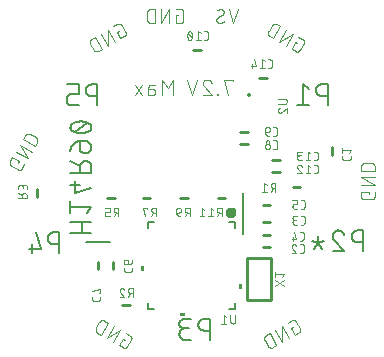
<source format=gbr>
G04 EAGLE Gerber RS-274X export*
G75*
%MOMM*%
%FSLAX34Y34*%
%LPD*%
%INSilkscreen Bottom*%
%IPPOS*%
%AMOC8*
5,1,8,0,0,1.08239X$1,22.5*%
G01*
%ADD10C,0.152400*%
%ADD11C,0.101600*%
%ADD12C,0.254000*%
%ADD13C,0.076200*%
%ADD14C,0.406400*%
%ADD15C,0.050800*%

G36*
X-44893Y78019D02*
X-44893Y78019D01*
X-44890Y78018D01*
X-44847Y78038D01*
X-44804Y78056D01*
X-44803Y78058D01*
X-44801Y78059D01*
X-44768Y78144D01*
X-44768Y81954D01*
X-44769Y81956D01*
X-44768Y81958D01*
X-44788Y82001D01*
X-44807Y82045D01*
X-44809Y82045D01*
X-44810Y82047D01*
X-44895Y82080D01*
X-47435Y82080D01*
X-47437Y82079D01*
X-47439Y82080D01*
X-47482Y82060D01*
X-47525Y82042D01*
X-47526Y82040D01*
X-47528Y82039D01*
X-47561Y81954D01*
X-47561Y78144D01*
X-47560Y78142D01*
X-47561Y78140D01*
X-47541Y78097D01*
X-47522Y78053D01*
X-47520Y78053D01*
X-47519Y78051D01*
X-47435Y78018D01*
X-44895Y78018D01*
X-44893Y78019D01*
G37*
G36*
X37912Y63016D02*
X37912Y63016D01*
X37914Y63015D01*
X37957Y63035D01*
X38000Y63053D01*
X38001Y63055D01*
X38003Y63056D01*
X38036Y63141D01*
X38036Y66951D01*
X38035Y66953D01*
X38036Y66955D01*
X38016Y66998D01*
X37997Y67042D01*
X37995Y67042D01*
X37994Y67044D01*
X37910Y67077D01*
X35370Y67077D01*
X35368Y67076D01*
X35365Y67077D01*
X35322Y67057D01*
X35279Y67039D01*
X35278Y67037D01*
X35276Y67036D01*
X35243Y66951D01*
X35243Y63141D01*
X35244Y63139D01*
X35243Y63137D01*
X35263Y63094D01*
X35282Y63050D01*
X35284Y63050D01*
X35285Y63048D01*
X35370Y63015D01*
X37910Y63015D01*
X37912Y63016D01*
G37*
G36*
X-10358Y39753D02*
X-10358Y39753D01*
X-10355Y39752D01*
X-10312Y39772D01*
X-10269Y39790D01*
X-10268Y39792D01*
X-10266Y39793D01*
X-10233Y39878D01*
X-10233Y42418D01*
X-10234Y42420D01*
X-10233Y42422D01*
X-10253Y42465D01*
X-10272Y42509D01*
X-10274Y42509D01*
X-10275Y42511D01*
X-10360Y42544D01*
X-14170Y42544D01*
X-14172Y42543D01*
X-14174Y42544D01*
X-14217Y42524D01*
X-14260Y42506D01*
X-14261Y42504D01*
X-14263Y42503D01*
X-14296Y42418D01*
X-14296Y39878D01*
X-14295Y39876D01*
X-14296Y39874D01*
X-14276Y39831D01*
X-14257Y39787D01*
X-14255Y39787D01*
X-14254Y39785D01*
X-14170Y39752D01*
X-10360Y39752D01*
X-10358Y39753D01*
G37*
D10*
X110363Y218250D02*
X110363Y236030D01*
X105424Y236030D01*
X105284Y236028D01*
X105145Y236022D01*
X105005Y236012D01*
X104866Y235998D01*
X104727Y235981D01*
X104589Y235959D01*
X104452Y235933D01*
X104315Y235904D01*
X104179Y235871D01*
X104045Y235834D01*
X103911Y235793D01*
X103779Y235748D01*
X103647Y235699D01*
X103518Y235647D01*
X103390Y235592D01*
X103263Y235532D01*
X103138Y235469D01*
X103015Y235403D01*
X102894Y235333D01*
X102775Y235260D01*
X102658Y235183D01*
X102544Y235103D01*
X102431Y235020D01*
X102321Y234934D01*
X102214Y234844D01*
X102109Y234752D01*
X102007Y234657D01*
X101907Y234559D01*
X101810Y234458D01*
X101716Y234354D01*
X101626Y234248D01*
X101538Y234139D01*
X101453Y234028D01*
X101372Y233914D01*
X101293Y233799D01*
X101218Y233681D01*
X101147Y233561D01*
X101079Y233438D01*
X101014Y233315D01*
X100953Y233189D01*
X100895Y233061D01*
X100841Y232933D01*
X100791Y232802D01*
X100744Y232670D01*
X100701Y232537D01*
X100662Y232403D01*
X100627Y232268D01*
X100596Y232132D01*
X100568Y231994D01*
X100545Y231857D01*
X100525Y231718D01*
X100509Y231579D01*
X100497Y231440D01*
X100489Y231301D01*
X100485Y231161D01*
X100485Y231021D01*
X100489Y230881D01*
X100497Y230742D01*
X100509Y230603D01*
X100525Y230464D01*
X100545Y230325D01*
X100568Y230188D01*
X100596Y230050D01*
X100627Y229914D01*
X100662Y229779D01*
X100701Y229645D01*
X100744Y229512D01*
X100791Y229380D01*
X100841Y229249D01*
X100895Y229121D01*
X100953Y228993D01*
X101014Y228867D01*
X101079Y228744D01*
X101147Y228621D01*
X101218Y228501D01*
X101293Y228383D01*
X101372Y228268D01*
X101453Y228154D01*
X101538Y228043D01*
X101626Y227934D01*
X101716Y227828D01*
X101810Y227724D01*
X101907Y227623D01*
X102007Y227525D01*
X102109Y227430D01*
X102214Y227338D01*
X102321Y227248D01*
X102431Y227162D01*
X102544Y227079D01*
X102658Y226999D01*
X102775Y226922D01*
X102894Y226849D01*
X103015Y226779D01*
X103138Y226713D01*
X103263Y226650D01*
X103390Y226590D01*
X103518Y226535D01*
X103647Y226483D01*
X103779Y226434D01*
X103911Y226389D01*
X104045Y226348D01*
X104179Y226311D01*
X104315Y226278D01*
X104452Y226249D01*
X104589Y226223D01*
X104727Y226201D01*
X104866Y226184D01*
X105005Y226170D01*
X105145Y226160D01*
X105284Y226154D01*
X105424Y226152D01*
X110363Y226152D01*
X94368Y232078D02*
X89429Y236030D01*
X89429Y218250D01*
X94368Y218250D02*
X84490Y218250D01*
X140526Y112205D02*
X140526Y94425D01*
X140526Y112205D02*
X135587Y112205D01*
X135447Y112203D01*
X135308Y112197D01*
X135168Y112187D01*
X135029Y112173D01*
X134890Y112156D01*
X134752Y112134D01*
X134615Y112108D01*
X134478Y112079D01*
X134342Y112046D01*
X134208Y112009D01*
X134074Y111968D01*
X133942Y111923D01*
X133810Y111874D01*
X133681Y111822D01*
X133553Y111767D01*
X133426Y111707D01*
X133301Y111644D01*
X133178Y111578D01*
X133057Y111508D01*
X132938Y111435D01*
X132821Y111358D01*
X132707Y111278D01*
X132594Y111195D01*
X132484Y111109D01*
X132377Y111019D01*
X132272Y110927D01*
X132170Y110832D01*
X132070Y110734D01*
X131973Y110633D01*
X131879Y110529D01*
X131789Y110423D01*
X131701Y110314D01*
X131616Y110203D01*
X131535Y110089D01*
X131456Y109974D01*
X131381Y109856D01*
X131310Y109735D01*
X131242Y109613D01*
X131177Y109490D01*
X131116Y109364D01*
X131058Y109236D01*
X131004Y109108D01*
X130954Y108977D01*
X130907Y108845D01*
X130864Y108712D01*
X130825Y108578D01*
X130790Y108443D01*
X130759Y108307D01*
X130731Y108169D01*
X130708Y108032D01*
X130688Y107893D01*
X130672Y107754D01*
X130660Y107615D01*
X130652Y107476D01*
X130648Y107336D01*
X130648Y107196D01*
X130652Y107056D01*
X130660Y106917D01*
X130672Y106778D01*
X130688Y106639D01*
X130708Y106500D01*
X130731Y106363D01*
X130759Y106225D01*
X130790Y106089D01*
X130825Y105954D01*
X130864Y105820D01*
X130907Y105687D01*
X130954Y105555D01*
X131004Y105424D01*
X131058Y105296D01*
X131116Y105168D01*
X131177Y105042D01*
X131242Y104919D01*
X131310Y104796D01*
X131381Y104676D01*
X131456Y104558D01*
X131535Y104443D01*
X131616Y104329D01*
X131701Y104218D01*
X131789Y104109D01*
X131879Y104003D01*
X131973Y103899D01*
X132070Y103798D01*
X132170Y103700D01*
X132272Y103605D01*
X132377Y103513D01*
X132484Y103423D01*
X132594Y103337D01*
X132707Y103254D01*
X132821Y103174D01*
X132938Y103097D01*
X133057Y103024D01*
X133178Y102954D01*
X133301Y102888D01*
X133426Y102825D01*
X133553Y102765D01*
X133681Y102710D01*
X133810Y102658D01*
X133942Y102609D01*
X134074Y102564D01*
X134208Y102523D01*
X134342Y102486D01*
X134478Y102453D01*
X134615Y102424D01*
X134752Y102398D01*
X134890Y102376D01*
X135029Y102359D01*
X135168Y102345D01*
X135308Y102335D01*
X135447Y102329D01*
X135587Y102327D01*
X140526Y102327D01*
X119098Y112205D02*
X118966Y112203D01*
X118835Y112197D01*
X118703Y112187D01*
X118572Y112174D01*
X118442Y112156D01*
X118312Y112135D01*
X118182Y112110D01*
X118054Y112081D01*
X117926Y112048D01*
X117800Y112011D01*
X117674Y111971D01*
X117550Y111927D01*
X117427Y111879D01*
X117306Y111828D01*
X117186Y111773D01*
X117068Y111715D01*
X116952Y111653D01*
X116838Y111587D01*
X116725Y111519D01*
X116615Y111447D01*
X116507Y111372D01*
X116401Y111293D01*
X116297Y111212D01*
X116196Y111127D01*
X116098Y111040D01*
X116002Y110949D01*
X115909Y110856D01*
X115818Y110760D01*
X115731Y110662D01*
X115646Y110561D01*
X115565Y110457D01*
X115486Y110351D01*
X115411Y110243D01*
X115339Y110133D01*
X115271Y110020D01*
X115205Y109906D01*
X115143Y109790D01*
X115085Y109672D01*
X115030Y109552D01*
X114979Y109431D01*
X114931Y109308D01*
X114887Y109184D01*
X114847Y109058D01*
X114810Y108932D01*
X114777Y108804D01*
X114748Y108676D01*
X114723Y108546D01*
X114702Y108416D01*
X114684Y108286D01*
X114671Y108155D01*
X114661Y108023D01*
X114655Y107892D01*
X114653Y107760D01*
X119098Y112205D02*
X119248Y112203D01*
X119397Y112197D01*
X119546Y112187D01*
X119695Y112174D01*
X119844Y112156D01*
X119992Y112135D01*
X120140Y112109D01*
X120286Y112080D01*
X120432Y112047D01*
X120577Y112010D01*
X120721Y111969D01*
X120864Y111925D01*
X121006Y111877D01*
X121146Y111825D01*
X121285Y111770D01*
X121423Y111711D01*
X121558Y111648D01*
X121693Y111582D01*
X121825Y111512D01*
X121955Y111439D01*
X122084Y111362D01*
X122211Y111282D01*
X122335Y111199D01*
X122457Y111113D01*
X122577Y111023D01*
X122694Y110930D01*
X122809Y110835D01*
X122922Y110736D01*
X123032Y110634D01*
X123139Y110530D01*
X123243Y110423D01*
X123345Y110313D01*
X123443Y110200D01*
X123539Y110085D01*
X123631Y109967D01*
X123721Y109847D01*
X123807Y109725D01*
X123890Y109601D01*
X123970Y109474D01*
X124046Y109346D01*
X124119Y109215D01*
X124189Y109082D01*
X124255Y108948D01*
X124317Y108812D01*
X124376Y108675D01*
X124432Y108536D01*
X124483Y108395D01*
X124531Y108254D01*
X116135Y104303D02*
X116039Y104396D01*
X115947Y104492D01*
X115857Y104591D01*
X115770Y104692D01*
X115686Y104795D01*
X115604Y104900D01*
X115526Y105008D01*
X115451Y105118D01*
X115378Y105230D01*
X115309Y105344D01*
X115243Y105460D01*
X115181Y105578D01*
X115122Y105697D01*
X115066Y105818D01*
X115013Y105941D01*
X114964Y106065D01*
X114919Y106190D01*
X114876Y106317D01*
X114838Y106444D01*
X114803Y106573D01*
X114772Y106702D01*
X114744Y106833D01*
X114720Y106964D01*
X114699Y107096D01*
X114683Y107228D01*
X114670Y107361D01*
X114660Y107494D01*
X114655Y107627D01*
X114653Y107760D01*
X116134Y104302D02*
X124530Y94425D01*
X114653Y94425D01*
X102283Y101339D02*
X102283Y107266D01*
X102283Y101339D02*
X98826Y96894D01*
X102283Y101339D02*
X105740Y96894D01*
X102283Y101339D02*
X96850Y103315D01*
X102283Y101339D02*
X107716Y103315D01*
X-84490Y217996D02*
X-84490Y235776D01*
X-89429Y235776D01*
X-89569Y235774D01*
X-89708Y235768D01*
X-89848Y235758D01*
X-89987Y235744D01*
X-90126Y235727D01*
X-90264Y235705D01*
X-90401Y235679D01*
X-90538Y235650D01*
X-90674Y235617D01*
X-90808Y235580D01*
X-90942Y235539D01*
X-91074Y235494D01*
X-91206Y235445D01*
X-91335Y235393D01*
X-91463Y235338D01*
X-91590Y235278D01*
X-91715Y235215D01*
X-91838Y235149D01*
X-91959Y235079D01*
X-92078Y235006D01*
X-92195Y234929D01*
X-92309Y234849D01*
X-92422Y234766D01*
X-92532Y234680D01*
X-92639Y234590D01*
X-92744Y234498D01*
X-92846Y234403D01*
X-92946Y234305D01*
X-93043Y234204D01*
X-93137Y234100D01*
X-93227Y233994D01*
X-93315Y233885D01*
X-93400Y233774D01*
X-93481Y233660D01*
X-93560Y233545D01*
X-93635Y233427D01*
X-93706Y233307D01*
X-93774Y233184D01*
X-93839Y233061D01*
X-93900Y232935D01*
X-93958Y232807D01*
X-94012Y232679D01*
X-94062Y232548D01*
X-94109Y232416D01*
X-94152Y232283D01*
X-94191Y232149D01*
X-94226Y232014D01*
X-94257Y231878D01*
X-94285Y231740D01*
X-94308Y231603D01*
X-94328Y231464D01*
X-94344Y231325D01*
X-94356Y231186D01*
X-94364Y231047D01*
X-94368Y230907D01*
X-94368Y230767D01*
X-94364Y230627D01*
X-94356Y230488D01*
X-94344Y230349D01*
X-94328Y230210D01*
X-94308Y230071D01*
X-94285Y229934D01*
X-94257Y229796D01*
X-94226Y229660D01*
X-94191Y229525D01*
X-94152Y229391D01*
X-94109Y229258D01*
X-94062Y229126D01*
X-94012Y228995D01*
X-93958Y228867D01*
X-93900Y228739D01*
X-93839Y228613D01*
X-93774Y228490D01*
X-93706Y228367D01*
X-93635Y228247D01*
X-93560Y228129D01*
X-93481Y228014D01*
X-93400Y227900D01*
X-93315Y227789D01*
X-93227Y227680D01*
X-93137Y227574D01*
X-93043Y227470D01*
X-92946Y227369D01*
X-92846Y227271D01*
X-92744Y227176D01*
X-92639Y227084D01*
X-92532Y226994D01*
X-92422Y226908D01*
X-92309Y226825D01*
X-92195Y226745D01*
X-92078Y226668D01*
X-91959Y226595D01*
X-91838Y226525D01*
X-91715Y226459D01*
X-91590Y226396D01*
X-91463Y226336D01*
X-91335Y226281D01*
X-91206Y226229D01*
X-91074Y226180D01*
X-90942Y226135D01*
X-90808Y226094D01*
X-90674Y226057D01*
X-90538Y226024D01*
X-90401Y225995D01*
X-90264Y225969D01*
X-90126Y225947D01*
X-89987Y225930D01*
X-89848Y225916D01*
X-89708Y225906D01*
X-89569Y225900D01*
X-89429Y225898D01*
X-84490Y225898D01*
X-100485Y217996D02*
X-106412Y217996D01*
X-106536Y217998D01*
X-106660Y218004D01*
X-106784Y218014D01*
X-106907Y218027D01*
X-107030Y218045D01*
X-107152Y218066D01*
X-107274Y218091D01*
X-107395Y218120D01*
X-107514Y218153D01*
X-107633Y218189D01*
X-107750Y218230D01*
X-107866Y218273D01*
X-107981Y218321D01*
X-108094Y218372D01*
X-108206Y218427D01*
X-108315Y218485D01*
X-108423Y218546D01*
X-108529Y218611D01*
X-108633Y218679D01*
X-108734Y218751D01*
X-108834Y218825D01*
X-108930Y218903D01*
X-109025Y218983D01*
X-109117Y219067D01*
X-109206Y219153D01*
X-109292Y219242D01*
X-109376Y219334D01*
X-109456Y219429D01*
X-109534Y219525D01*
X-109608Y219625D01*
X-109680Y219726D01*
X-109748Y219830D01*
X-109813Y219936D01*
X-109874Y220044D01*
X-109932Y220153D01*
X-109987Y220265D01*
X-110038Y220378D01*
X-110086Y220493D01*
X-110129Y220609D01*
X-110170Y220726D01*
X-110206Y220845D01*
X-110239Y220964D01*
X-110268Y221085D01*
X-110293Y221207D01*
X-110314Y221329D01*
X-110332Y221452D01*
X-110345Y221575D01*
X-110355Y221699D01*
X-110361Y221823D01*
X-110363Y221947D01*
X-110363Y223922D01*
X-110361Y224046D01*
X-110355Y224170D01*
X-110345Y224294D01*
X-110332Y224417D01*
X-110314Y224540D01*
X-110293Y224662D01*
X-110268Y224784D01*
X-110239Y224905D01*
X-110206Y225024D01*
X-110170Y225143D01*
X-110129Y225260D01*
X-110086Y225376D01*
X-110038Y225491D01*
X-109987Y225604D01*
X-109932Y225716D01*
X-109874Y225825D01*
X-109813Y225933D01*
X-109748Y226039D01*
X-109680Y226143D01*
X-109608Y226244D01*
X-109534Y226344D01*
X-109456Y226440D01*
X-109376Y226535D01*
X-109292Y226627D01*
X-109206Y226716D01*
X-109117Y226802D01*
X-109025Y226886D01*
X-108930Y226966D01*
X-108834Y227044D01*
X-108734Y227118D01*
X-108633Y227190D01*
X-108529Y227258D01*
X-108423Y227323D01*
X-108315Y227384D01*
X-108206Y227442D01*
X-108094Y227497D01*
X-107981Y227548D01*
X-107866Y227596D01*
X-107750Y227639D01*
X-107633Y227680D01*
X-107514Y227716D01*
X-107395Y227749D01*
X-107274Y227778D01*
X-107152Y227803D01*
X-107030Y227824D01*
X-106907Y227842D01*
X-106784Y227855D01*
X-106660Y227865D01*
X-106536Y227871D01*
X-106412Y227873D01*
X-100485Y227873D01*
X-100485Y235776D01*
X-110363Y235776D01*
X-116650Y110617D02*
X-116650Y92837D01*
X-116650Y110617D02*
X-121588Y110617D01*
X-121728Y110615D01*
X-121867Y110609D01*
X-122007Y110599D01*
X-122146Y110585D01*
X-122285Y110568D01*
X-122423Y110546D01*
X-122560Y110520D01*
X-122697Y110491D01*
X-122833Y110458D01*
X-122967Y110421D01*
X-123101Y110380D01*
X-123233Y110335D01*
X-123365Y110286D01*
X-123494Y110234D01*
X-123622Y110179D01*
X-123749Y110119D01*
X-123874Y110056D01*
X-123997Y109990D01*
X-124118Y109920D01*
X-124237Y109847D01*
X-124354Y109770D01*
X-124468Y109690D01*
X-124581Y109607D01*
X-124691Y109521D01*
X-124798Y109431D01*
X-124903Y109339D01*
X-125005Y109244D01*
X-125105Y109146D01*
X-125202Y109045D01*
X-125296Y108941D01*
X-125386Y108835D01*
X-125474Y108726D01*
X-125559Y108615D01*
X-125640Y108501D01*
X-125719Y108386D01*
X-125794Y108268D01*
X-125865Y108147D01*
X-125933Y108025D01*
X-125998Y107902D01*
X-126059Y107776D01*
X-126117Y107648D01*
X-126171Y107520D01*
X-126221Y107389D01*
X-126268Y107257D01*
X-126311Y107124D01*
X-126350Y106990D01*
X-126385Y106855D01*
X-126416Y106719D01*
X-126444Y106581D01*
X-126467Y106444D01*
X-126487Y106305D01*
X-126503Y106166D01*
X-126515Y106027D01*
X-126523Y105888D01*
X-126527Y105748D01*
X-126527Y105608D01*
X-126523Y105468D01*
X-126515Y105329D01*
X-126503Y105190D01*
X-126487Y105051D01*
X-126467Y104912D01*
X-126444Y104775D01*
X-126416Y104637D01*
X-126385Y104501D01*
X-126350Y104366D01*
X-126311Y104232D01*
X-126268Y104099D01*
X-126221Y103967D01*
X-126171Y103836D01*
X-126117Y103708D01*
X-126059Y103580D01*
X-125998Y103454D01*
X-125933Y103331D01*
X-125865Y103208D01*
X-125794Y103088D01*
X-125719Y102970D01*
X-125640Y102855D01*
X-125559Y102741D01*
X-125474Y102630D01*
X-125386Y102521D01*
X-125296Y102415D01*
X-125202Y102311D01*
X-125105Y102210D01*
X-125005Y102112D01*
X-124903Y102017D01*
X-124798Y101925D01*
X-124691Y101835D01*
X-124581Y101749D01*
X-124468Y101666D01*
X-124354Y101586D01*
X-124237Y101509D01*
X-124118Y101436D01*
X-123997Y101366D01*
X-123874Y101300D01*
X-123749Y101237D01*
X-123622Y101177D01*
X-123494Y101122D01*
X-123365Y101070D01*
X-123233Y101021D01*
X-123101Y100976D01*
X-122967Y100935D01*
X-122833Y100898D01*
X-122697Y100865D01*
X-122560Y100836D01*
X-122423Y100810D01*
X-122285Y100788D01*
X-122146Y100771D01*
X-122007Y100757D01*
X-121867Y100747D01*
X-121728Y100741D01*
X-121588Y100739D01*
X-116650Y100739D01*
X-132645Y96788D02*
X-136596Y110617D01*
X-132645Y96788D02*
X-142522Y96788D01*
X-139559Y100739D02*
X-139559Y92837D01*
X10760Y37338D02*
X10760Y19558D01*
X10760Y37338D02*
X5821Y37338D01*
X5681Y37336D01*
X5542Y37330D01*
X5402Y37320D01*
X5263Y37306D01*
X5124Y37289D01*
X4986Y37267D01*
X4849Y37241D01*
X4712Y37212D01*
X4576Y37179D01*
X4442Y37142D01*
X4308Y37101D01*
X4176Y37056D01*
X4044Y37007D01*
X3915Y36955D01*
X3787Y36900D01*
X3660Y36840D01*
X3535Y36777D01*
X3412Y36711D01*
X3291Y36641D01*
X3172Y36568D01*
X3055Y36491D01*
X2941Y36411D01*
X2828Y36328D01*
X2718Y36242D01*
X2611Y36152D01*
X2506Y36060D01*
X2404Y35965D01*
X2304Y35867D01*
X2207Y35766D01*
X2113Y35662D01*
X2023Y35556D01*
X1935Y35447D01*
X1850Y35336D01*
X1769Y35222D01*
X1690Y35107D01*
X1615Y34989D01*
X1544Y34868D01*
X1476Y34746D01*
X1411Y34623D01*
X1350Y34497D01*
X1292Y34369D01*
X1238Y34241D01*
X1188Y34110D01*
X1141Y33978D01*
X1098Y33845D01*
X1059Y33711D01*
X1024Y33576D01*
X993Y33440D01*
X965Y33302D01*
X942Y33165D01*
X922Y33026D01*
X906Y32887D01*
X894Y32748D01*
X886Y32609D01*
X882Y32469D01*
X882Y32329D01*
X886Y32189D01*
X894Y32050D01*
X906Y31911D01*
X922Y31772D01*
X942Y31633D01*
X965Y31496D01*
X993Y31358D01*
X1024Y31222D01*
X1059Y31087D01*
X1098Y30953D01*
X1141Y30820D01*
X1188Y30688D01*
X1238Y30557D01*
X1292Y30429D01*
X1350Y30301D01*
X1411Y30175D01*
X1476Y30052D01*
X1544Y29929D01*
X1615Y29809D01*
X1690Y29691D01*
X1769Y29576D01*
X1850Y29462D01*
X1935Y29351D01*
X2023Y29242D01*
X2113Y29136D01*
X2207Y29032D01*
X2304Y28931D01*
X2404Y28833D01*
X2506Y28738D01*
X2611Y28646D01*
X2718Y28556D01*
X2828Y28470D01*
X2941Y28387D01*
X3055Y28307D01*
X3172Y28230D01*
X3291Y28157D01*
X3412Y28087D01*
X3535Y28021D01*
X3660Y27958D01*
X3787Y27898D01*
X3915Y27843D01*
X4044Y27791D01*
X4176Y27742D01*
X4308Y27697D01*
X4442Y27656D01*
X4576Y27619D01*
X4712Y27586D01*
X4849Y27557D01*
X4986Y27531D01*
X5124Y27509D01*
X5263Y27492D01*
X5402Y27478D01*
X5542Y27468D01*
X5681Y27462D01*
X5821Y27460D01*
X10760Y27460D01*
X-5235Y19558D02*
X-10174Y19558D01*
X-10314Y19560D01*
X-10453Y19566D01*
X-10593Y19576D01*
X-10732Y19590D01*
X-10871Y19607D01*
X-11009Y19629D01*
X-11146Y19655D01*
X-11283Y19684D01*
X-11419Y19717D01*
X-11553Y19754D01*
X-11687Y19795D01*
X-11819Y19840D01*
X-11951Y19889D01*
X-12080Y19941D01*
X-12208Y19996D01*
X-12335Y20056D01*
X-12460Y20119D01*
X-12583Y20185D01*
X-12704Y20255D01*
X-12823Y20328D01*
X-12940Y20405D01*
X-13054Y20485D01*
X-13167Y20568D01*
X-13277Y20654D01*
X-13384Y20744D01*
X-13489Y20836D01*
X-13591Y20931D01*
X-13691Y21029D01*
X-13788Y21130D01*
X-13882Y21234D01*
X-13972Y21340D01*
X-14060Y21449D01*
X-14145Y21560D01*
X-14226Y21674D01*
X-14305Y21789D01*
X-14380Y21907D01*
X-14451Y22027D01*
X-14519Y22150D01*
X-14584Y22273D01*
X-14645Y22399D01*
X-14703Y22527D01*
X-14757Y22655D01*
X-14807Y22786D01*
X-14854Y22918D01*
X-14897Y23051D01*
X-14936Y23185D01*
X-14971Y23320D01*
X-15002Y23456D01*
X-15030Y23594D01*
X-15053Y23731D01*
X-15073Y23870D01*
X-15089Y24009D01*
X-15101Y24148D01*
X-15109Y24287D01*
X-15113Y24427D01*
X-15113Y24567D01*
X-15109Y24707D01*
X-15101Y24846D01*
X-15089Y24985D01*
X-15073Y25124D01*
X-15053Y25263D01*
X-15030Y25400D01*
X-15002Y25538D01*
X-14971Y25674D01*
X-14936Y25809D01*
X-14897Y25943D01*
X-14854Y26076D01*
X-14807Y26208D01*
X-14757Y26339D01*
X-14703Y26467D01*
X-14645Y26595D01*
X-14584Y26721D01*
X-14519Y26844D01*
X-14451Y26966D01*
X-14380Y27087D01*
X-14305Y27205D01*
X-14226Y27320D01*
X-14145Y27434D01*
X-14060Y27545D01*
X-13972Y27654D01*
X-13882Y27760D01*
X-13788Y27864D01*
X-13691Y27965D01*
X-13591Y28063D01*
X-13489Y28158D01*
X-13384Y28250D01*
X-13277Y28340D01*
X-13167Y28426D01*
X-13054Y28509D01*
X-12940Y28589D01*
X-12823Y28666D01*
X-12704Y28739D01*
X-12583Y28809D01*
X-12460Y28875D01*
X-12335Y28938D01*
X-12208Y28998D01*
X-12080Y29053D01*
X-11951Y29105D01*
X-11819Y29154D01*
X-11687Y29199D01*
X-11553Y29240D01*
X-11419Y29277D01*
X-11283Y29310D01*
X-11146Y29339D01*
X-11009Y29365D01*
X-10871Y29387D01*
X-10732Y29404D01*
X-10593Y29418D01*
X-10453Y29428D01*
X-10314Y29434D01*
X-10174Y29436D01*
X-11162Y37338D02*
X-5235Y37338D01*
X-11162Y37338D02*
X-11286Y37336D01*
X-11410Y37330D01*
X-11534Y37320D01*
X-11657Y37307D01*
X-11780Y37289D01*
X-11902Y37268D01*
X-12024Y37243D01*
X-12145Y37214D01*
X-12264Y37181D01*
X-12383Y37145D01*
X-12500Y37104D01*
X-12616Y37061D01*
X-12731Y37013D01*
X-12844Y36962D01*
X-12956Y36907D01*
X-13065Y36849D01*
X-13173Y36788D01*
X-13279Y36723D01*
X-13383Y36655D01*
X-13484Y36583D01*
X-13584Y36509D01*
X-13680Y36431D01*
X-13775Y36351D01*
X-13867Y36267D01*
X-13956Y36181D01*
X-14042Y36092D01*
X-14126Y36000D01*
X-14206Y35905D01*
X-14284Y35809D01*
X-14358Y35709D01*
X-14430Y35608D01*
X-14498Y35504D01*
X-14563Y35398D01*
X-14624Y35290D01*
X-14682Y35181D01*
X-14737Y35069D01*
X-14788Y34956D01*
X-14836Y34841D01*
X-14879Y34725D01*
X-14920Y34608D01*
X-14956Y34489D01*
X-14989Y34370D01*
X-15018Y34249D01*
X-15043Y34127D01*
X-15064Y34005D01*
X-15082Y33882D01*
X-15095Y33759D01*
X-15105Y33635D01*
X-15111Y33511D01*
X-15113Y33387D01*
X-15111Y33263D01*
X-15105Y33139D01*
X-15095Y33015D01*
X-15082Y32892D01*
X-15064Y32769D01*
X-15043Y32647D01*
X-15018Y32525D01*
X-14989Y32404D01*
X-14956Y32285D01*
X-14920Y32166D01*
X-14879Y32049D01*
X-14836Y31933D01*
X-14788Y31818D01*
X-14737Y31705D01*
X-14682Y31593D01*
X-14624Y31484D01*
X-14563Y31376D01*
X-14498Y31270D01*
X-14430Y31166D01*
X-14358Y31065D01*
X-14284Y30965D01*
X-14206Y30869D01*
X-14126Y30774D01*
X-14042Y30682D01*
X-13956Y30593D01*
X-13867Y30507D01*
X-13775Y30423D01*
X-13680Y30343D01*
X-13584Y30265D01*
X-13484Y30191D01*
X-13383Y30119D01*
X-13279Y30051D01*
X-13173Y29986D01*
X-13065Y29925D01*
X-12956Y29867D01*
X-12844Y29812D01*
X-12731Y29761D01*
X-12616Y29713D01*
X-12500Y29670D01*
X-12383Y29629D01*
X-12264Y29593D01*
X-12145Y29560D01*
X-12024Y29531D01*
X-11902Y29506D01*
X-11780Y29485D01*
X-11657Y29467D01*
X-11534Y29454D01*
X-11410Y29444D01*
X-11286Y29438D01*
X-11162Y29436D01*
X-7211Y29436D01*
X-89535Y109789D02*
X-107315Y109789D01*
X-97437Y109789D02*
X-97437Y119667D01*
X-89535Y119667D02*
X-107315Y119667D01*
X-93486Y127098D02*
X-89535Y132037D01*
X-107315Y132037D01*
X-107315Y127098D02*
X-107315Y136976D01*
X-103364Y143848D02*
X-89535Y147800D01*
X-103364Y143848D02*
X-103364Y153726D01*
X-99413Y150763D02*
X-107315Y150763D01*
X-107315Y161243D02*
X-89535Y161243D01*
X-89535Y166182D01*
X-89537Y166322D01*
X-89543Y166461D01*
X-89553Y166601D01*
X-89567Y166740D01*
X-89584Y166879D01*
X-89606Y167017D01*
X-89632Y167154D01*
X-89661Y167291D01*
X-89694Y167427D01*
X-89731Y167561D01*
X-89772Y167695D01*
X-89817Y167827D01*
X-89866Y167959D01*
X-89918Y168088D01*
X-89973Y168216D01*
X-90033Y168343D01*
X-90096Y168468D01*
X-90162Y168591D01*
X-90232Y168712D01*
X-90305Y168831D01*
X-90382Y168948D01*
X-90462Y169062D01*
X-90545Y169175D01*
X-90631Y169285D01*
X-90721Y169392D01*
X-90813Y169497D01*
X-90908Y169599D01*
X-91006Y169699D01*
X-91107Y169796D01*
X-91211Y169890D01*
X-91317Y169980D01*
X-91426Y170068D01*
X-91537Y170153D01*
X-91651Y170234D01*
X-91766Y170313D01*
X-91884Y170388D01*
X-92005Y170459D01*
X-92127Y170527D01*
X-92250Y170592D01*
X-92376Y170653D01*
X-92504Y170711D01*
X-92632Y170765D01*
X-92763Y170815D01*
X-92895Y170862D01*
X-93028Y170905D01*
X-93162Y170944D01*
X-93297Y170979D01*
X-93433Y171010D01*
X-93571Y171038D01*
X-93708Y171061D01*
X-93847Y171081D01*
X-93986Y171097D01*
X-94125Y171109D01*
X-94264Y171117D01*
X-94404Y171121D01*
X-94544Y171121D01*
X-94684Y171117D01*
X-94823Y171109D01*
X-94962Y171097D01*
X-95101Y171081D01*
X-95240Y171061D01*
X-95377Y171038D01*
X-95515Y171010D01*
X-95651Y170979D01*
X-95786Y170944D01*
X-95920Y170905D01*
X-96053Y170862D01*
X-96185Y170815D01*
X-96316Y170765D01*
X-96444Y170711D01*
X-96572Y170653D01*
X-96698Y170592D01*
X-96821Y170527D01*
X-96944Y170459D01*
X-97064Y170388D01*
X-97182Y170313D01*
X-97297Y170234D01*
X-97411Y170153D01*
X-97522Y170068D01*
X-97631Y169980D01*
X-97737Y169890D01*
X-97841Y169796D01*
X-97942Y169699D01*
X-98040Y169599D01*
X-98135Y169497D01*
X-98227Y169392D01*
X-98317Y169285D01*
X-98403Y169175D01*
X-98486Y169062D01*
X-98566Y168948D01*
X-98643Y168831D01*
X-98716Y168712D01*
X-98786Y168591D01*
X-98852Y168468D01*
X-98915Y168343D01*
X-98975Y168216D01*
X-99030Y168088D01*
X-99082Y167959D01*
X-99131Y167827D01*
X-99176Y167695D01*
X-99217Y167561D01*
X-99254Y167427D01*
X-99287Y167291D01*
X-99316Y167154D01*
X-99342Y167017D01*
X-99364Y166879D01*
X-99381Y166740D01*
X-99395Y166601D01*
X-99405Y166461D01*
X-99411Y166322D01*
X-99413Y166182D01*
X-99413Y161243D01*
X-99413Y167169D02*
X-107315Y171120D01*
X-99413Y181859D02*
X-99413Y187785D01*
X-99413Y181859D02*
X-99411Y181735D01*
X-99405Y181611D01*
X-99395Y181487D01*
X-99382Y181364D01*
X-99364Y181241D01*
X-99343Y181119D01*
X-99318Y180997D01*
X-99289Y180876D01*
X-99256Y180757D01*
X-99220Y180638D01*
X-99179Y180521D01*
X-99136Y180405D01*
X-99088Y180290D01*
X-99037Y180177D01*
X-98982Y180065D01*
X-98924Y179956D01*
X-98863Y179848D01*
X-98798Y179742D01*
X-98730Y179638D01*
X-98658Y179537D01*
X-98584Y179437D01*
X-98506Y179341D01*
X-98426Y179246D01*
X-98342Y179154D01*
X-98256Y179065D01*
X-98167Y178979D01*
X-98075Y178895D01*
X-97980Y178815D01*
X-97884Y178737D01*
X-97784Y178663D01*
X-97683Y178591D01*
X-97579Y178523D01*
X-97473Y178458D01*
X-97365Y178397D01*
X-97256Y178339D01*
X-97144Y178284D01*
X-97031Y178233D01*
X-96916Y178185D01*
X-96800Y178142D01*
X-96683Y178101D01*
X-96564Y178065D01*
X-96445Y178032D01*
X-96324Y178003D01*
X-96202Y177978D01*
X-96080Y177957D01*
X-95957Y177939D01*
X-95834Y177926D01*
X-95710Y177916D01*
X-95586Y177910D01*
X-95462Y177908D01*
X-94474Y177908D01*
X-94334Y177910D01*
X-94195Y177916D01*
X-94055Y177926D01*
X-93916Y177940D01*
X-93777Y177957D01*
X-93639Y177979D01*
X-93502Y178005D01*
X-93365Y178034D01*
X-93229Y178067D01*
X-93095Y178104D01*
X-92961Y178145D01*
X-92829Y178190D01*
X-92697Y178239D01*
X-92568Y178291D01*
X-92440Y178346D01*
X-92313Y178406D01*
X-92188Y178469D01*
X-92065Y178535D01*
X-91944Y178605D01*
X-91825Y178678D01*
X-91708Y178755D01*
X-91594Y178835D01*
X-91481Y178918D01*
X-91371Y179004D01*
X-91264Y179094D01*
X-91159Y179186D01*
X-91057Y179281D01*
X-90957Y179379D01*
X-90860Y179480D01*
X-90766Y179584D01*
X-90676Y179690D01*
X-90588Y179799D01*
X-90503Y179910D01*
X-90422Y180024D01*
X-90343Y180139D01*
X-90268Y180257D01*
X-90197Y180378D01*
X-90129Y180500D01*
X-90064Y180623D01*
X-90003Y180749D01*
X-89945Y180877D01*
X-89891Y181005D01*
X-89841Y181136D01*
X-89794Y181268D01*
X-89751Y181401D01*
X-89712Y181535D01*
X-89677Y181670D01*
X-89646Y181806D01*
X-89618Y181944D01*
X-89595Y182081D01*
X-89575Y182220D01*
X-89559Y182359D01*
X-89547Y182498D01*
X-89539Y182637D01*
X-89535Y182777D01*
X-89535Y182917D01*
X-89539Y183057D01*
X-89547Y183196D01*
X-89559Y183335D01*
X-89575Y183474D01*
X-89595Y183613D01*
X-89618Y183750D01*
X-89646Y183888D01*
X-89677Y184024D01*
X-89712Y184159D01*
X-89751Y184293D01*
X-89794Y184426D01*
X-89841Y184558D01*
X-89891Y184689D01*
X-89945Y184817D01*
X-90003Y184945D01*
X-90064Y185071D01*
X-90129Y185194D01*
X-90197Y185317D01*
X-90268Y185437D01*
X-90343Y185555D01*
X-90422Y185670D01*
X-90503Y185784D01*
X-90588Y185895D01*
X-90676Y186004D01*
X-90766Y186110D01*
X-90860Y186214D01*
X-90957Y186315D01*
X-91057Y186413D01*
X-91159Y186508D01*
X-91264Y186600D01*
X-91371Y186690D01*
X-91481Y186776D01*
X-91594Y186859D01*
X-91708Y186939D01*
X-91825Y187016D01*
X-91944Y187089D01*
X-92065Y187159D01*
X-92188Y187225D01*
X-92313Y187288D01*
X-92440Y187348D01*
X-92568Y187403D01*
X-92697Y187455D01*
X-92829Y187504D01*
X-92961Y187549D01*
X-93095Y187590D01*
X-93229Y187627D01*
X-93365Y187660D01*
X-93502Y187689D01*
X-93639Y187715D01*
X-93777Y187737D01*
X-93916Y187754D01*
X-94055Y187768D01*
X-94195Y187778D01*
X-94334Y187784D01*
X-94474Y187786D01*
X-94474Y187785D02*
X-99413Y187785D01*
X-99604Y187783D01*
X-99795Y187776D01*
X-99985Y187764D01*
X-100176Y187748D01*
X-100365Y187727D01*
X-100555Y187702D01*
X-100743Y187672D01*
X-100931Y187638D01*
X-101118Y187599D01*
X-101304Y187555D01*
X-101489Y187507D01*
X-101673Y187455D01*
X-101855Y187398D01*
X-102036Y187337D01*
X-102215Y187271D01*
X-102393Y187202D01*
X-102569Y187127D01*
X-102743Y187049D01*
X-102915Y186967D01*
X-103085Y186880D01*
X-103253Y186789D01*
X-103419Y186694D01*
X-103582Y186595D01*
X-103743Y186493D01*
X-103902Y186386D01*
X-104058Y186276D01*
X-104211Y186162D01*
X-104361Y186044D01*
X-104509Y185923D01*
X-104653Y185798D01*
X-104794Y185669D01*
X-104933Y185538D01*
X-105068Y185403D01*
X-105199Y185264D01*
X-105328Y185123D01*
X-105453Y184979D01*
X-105574Y184831D01*
X-105692Y184681D01*
X-105806Y184528D01*
X-105916Y184372D01*
X-106023Y184213D01*
X-106125Y184052D01*
X-106224Y183889D01*
X-106319Y183723D01*
X-106410Y183555D01*
X-106497Y183385D01*
X-106579Y183213D01*
X-106657Y183039D01*
X-106732Y182863D01*
X-106801Y182685D01*
X-106867Y182506D01*
X-106928Y182325D01*
X-106985Y182143D01*
X-107037Y181959D01*
X-107085Y181774D01*
X-107129Y181588D01*
X-107168Y181401D01*
X-107202Y181213D01*
X-107232Y181025D01*
X-107257Y180835D01*
X-107278Y180646D01*
X-107294Y180455D01*
X-107306Y180265D01*
X-107313Y180074D01*
X-107315Y179883D01*
X-98425Y194658D02*
X-98075Y194662D01*
X-97726Y194675D01*
X-97377Y194696D01*
X-97028Y194725D01*
X-96680Y194762D01*
X-96333Y194808D01*
X-95988Y194862D01*
X-95644Y194924D01*
X-95301Y194995D01*
X-94960Y195074D01*
X-94621Y195160D01*
X-94285Y195255D01*
X-93950Y195358D01*
X-93619Y195469D01*
X-93290Y195587D01*
X-92963Y195714D01*
X-92640Y195848D01*
X-92321Y195990D01*
X-92004Y196140D01*
X-92005Y196140D02*
X-91892Y196180D01*
X-91782Y196224D01*
X-91672Y196272D01*
X-91565Y196323D01*
X-91459Y196378D01*
X-91354Y196436D01*
X-91252Y196498D01*
X-91152Y196563D01*
X-91054Y196631D01*
X-90958Y196702D01*
X-90865Y196777D01*
X-90774Y196854D01*
X-90686Y196934D01*
X-90601Y197017D01*
X-90518Y197103D01*
X-90438Y197192D01*
X-90361Y197283D01*
X-90287Y197377D01*
X-90216Y197473D01*
X-90148Y197571D01*
X-90084Y197671D01*
X-90022Y197774D01*
X-89965Y197878D01*
X-89910Y197984D01*
X-89859Y198092D01*
X-89812Y198202D01*
X-89768Y198313D01*
X-89728Y198425D01*
X-89692Y198539D01*
X-89659Y198653D01*
X-89630Y198769D01*
X-89605Y198886D01*
X-89584Y199003D01*
X-89566Y199121D01*
X-89553Y199240D01*
X-89543Y199359D01*
X-89537Y199478D01*
X-89535Y199597D01*
X-89537Y199716D01*
X-89543Y199835D01*
X-89553Y199954D01*
X-89566Y200073D01*
X-89584Y200191D01*
X-89605Y200308D01*
X-89630Y200425D01*
X-89659Y200541D01*
X-89692Y200655D01*
X-89728Y200769D01*
X-89768Y200881D01*
X-89812Y200992D01*
X-89859Y201102D01*
X-89910Y201210D01*
X-89965Y201316D01*
X-90022Y201420D01*
X-90084Y201523D01*
X-90148Y201623D01*
X-90216Y201721D01*
X-90287Y201817D01*
X-90361Y201911D01*
X-90438Y202002D01*
X-90518Y202091D01*
X-90601Y202177D01*
X-90686Y202260D01*
X-90774Y202340D01*
X-90865Y202417D01*
X-90959Y202492D01*
X-91054Y202563D01*
X-91152Y202631D01*
X-91252Y202696D01*
X-91354Y202758D01*
X-91459Y202816D01*
X-91565Y202871D01*
X-91672Y202922D01*
X-91782Y202970D01*
X-91892Y203014D01*
X-92005Y203054D01*
X-92321Y203204D01*
X-92640Y203346D01*
X-92963Y203480D01*
X-93290Y203607D01*
X-93619Y203725D01*
X-93950Y203836D01*
X-94285Y203939D01*
X-94621Y204034D01*
X-94960Y204120D01*
X-95301Y204199D01*
X-95644Y204270D01*
X-95988Y204332D01*
X-96333Y204386D01*
X-96680Y204432D01*
X-97028Y204469D01*
X-97377Y204498D01*
X-97726Y204519D01*
X-98075Y204532D01*
X-98425Y204536D01*
X-98425Y194658D02*
X-98775Y194662D01*
X-99124Y194675D01*
X-99473Y194696D01*
X-99822Y194725D01*
X-100170Y194762D01*
X-100517Y194808D01*
X-100862Y194862D01*
X-101206Y194924D01*
X-101549Y194995D01*
X-101890Y195074D01*
X-102229Y195160D01*
X-102565Y195255D01*
X-102900Y195358D01*
X-103231Y195469D01*
X-103560Y195587D01*
X-103887Y195714D01*
X-104210Y195848D01*
X-104529Y195990D01*
X-104845Y196140D01*
X-104958Y196180D01*
X-105068Y196224D01*
X-105178Y196272D01*
X-105286Y196323D01*
X-105392Y196378D01*
X-105496Y196436D01*
X-105598Y196498D01*
X-105698Y196563D01*
X-105796Y196631D01*
X-105892Y196702D01*
X-105985Y196777D01*
X-106076Y196854D01*
X-106164Y196934D01*
X-106249Y197018D01*
X-106332Y197103D01*
X-106412Y197192D01*
X-106489Y197283D01*
X-106563Y197377D01*
X-106634Y197473D01*
X-106702Y197571D01*
X-106766Y197671D01*
X-106828Y197774D01*
X-106886Y197878D01*
X-106940Y197984D01*
X-106991Y198092D01*
X-107038Y198202D01*
X-107082Y198313D01*
X-107122Y198425D01*
X-107158Y198539D01*
X-107191Y198653D01*
X-107220Y198769D01*
X-107245Y198886D01*
X-107266Y199003D01*
X-107284Y199121D01*
X-107297Y199240D01*
X-107307Y199359D01*
X-107313Y199478D01*
X-107315Y199597D01*
X-104845Y203054D02*
X-104529Y203204D01*
X-104210Y203346D01*
X-103887Y203480D01*
X-103560Y203607D01*
X-103231Y203725D01*
X-102900Y203836D01*
X-102565Y203939D01*
X-102229Y204034D01*
X-101890Y204120D01*
X-101549Y204199D01*
X-101206Y204270D01*
X-100862Y204332D01*
X-100517Y204386D01*
X-100170Y204432D01*
X-99822Y204469D01*
X-99473Y204498D01*
X-99124Y204519D01*
X-98775Y204532D01*
X-98425Y204536D01*
X-104845Y203054D02*
X-104958Y203014D01*
X-105068Y202970D01*
X-105178Y202922D01*
X-105285Y202871D01*
X-105391Y202816D01*
X-105496Y202758D01*
X-105598Y202696D01*
X-105698Y202631D01*
X-105796Y202563D01*
X-105892Y202492D01*
X-105985Y202417D01*
X-106076Y202340D01*
X-106164Y202260D01*
X-106249Y202177D01*
X-106332Y202091D01*
X-106412Y202002D01*
X-106489Y201911D01*
X-106563Y201817D01*
X-106634Y201721D01*
X-106702Y201623D01*
X-106766Y201523D01*
X-106828Y201420D01*
X-106885Y201316D01*
X-106940Y201210D01*
X-106991Y201102D01*
X-107038Y200992D01*
X-107082Y200881D01*
X-107122Y200769D01*
X-107158Y200655D01*
X-107191Y200541D01*
X-107220Y200425D01*
X-107245Y200308D01*
X-107266Y200191D01*
X-107284Y200073D01*
X-107297Y199954D01*
X-107307Y199835D01*
X-107313Y199716D01*
X-107315Y199597D01*
X-103364Y195646D02*
X-93486Y203548D01*
D11*
X-68298Y280374D02*
X-66612Y281348D01*
X-68298Y280374D02*
X-65053Y274753D01*
X-61680Y276700D01*
X-61680Y276701D02*
X-61595Y276752D01*
X-61512Y276807D01*
X-61431Y276864D01*
X-61352Y276925D01*
X-61276Y276989D01*
X-61202Y277056D01*
X-61131Y277125D01*
X-61062Y277197D01*
X-60996Y277272D01*
X-60934Y277349D01*
X-60874Y277428D01*
X-60817Y277510D01*
X-60764Y277594D01*
X-60713Y277680D01*
X-60666Y277767D01*
X-60623Y277857D01*
X-60583Y277948D01*
X-60546Y278040D01*
X-60513Y278134D01*
X-60484Y278229D01*
X-60458Y278325D01*
X-60436Y278422D01*
X-60418Y278520D01*
X-60403Y278618D01*
X-60392Y278717D01*
X-60385Y278816D01*
X-60382Y278916D01*
X-60383Y279015D01*
X-60387Y279115D01*
X-60396Y279214D01*
X-60408Y279312D01*
X-60423Y279411D01*
X-60443Y279508D01*
X-60466Y279605D01*
X-60493Y279701D01*
X-60524Y279795D01*
X-60558Y279889D01*
X-60596Y279981D01*
X-60637Y280071D01*
X-60682Y280160D01*
X-60730Y280247D01*
X-63975Y285868D01*
X-63976Y285868D02*
X-64027Y285953D01*
X-64082Y286036D01*
X-64139Y286117D01*
X-64200Y286196D01*
X-64264Y286272D01*
X-64331Y286346D01*
X-64400Y286417D01*
X-64472Y286486D01*
X-64547Y286552D01*
X-64624Y286614D01*
X-64703Y286674D01*
X-64785Y286731D01*
X-64869Y286784D01*
X-64955Y286835D01*
X-65042Y286882D01*
X-65132Y286925D01*
X-65223Y286965D01*
X-65315Y287002D01*
X-65409Y287035D01*
X-65504Y287064D01*
X-65600Y287090D01*
X-65697Y287112D01*
X-65795Y287130D01*
X-65893Y287145D01*
X-65992Y287156D01*
X-66091Y287163D01*
X-66191Y287166D01*
X-66290Y287165D01*
X-66390Y287161D01*
X-66489Y287152D01*
X-66587Y287140D01*
X-66686Y287125D01*
X-66783Y287105D01*
X-66880Y287082D01*
X-66976Y287055D01*
X-67070Y287024D01*
X-67164Y286990D01*
X-67256Y286952D01*
X-67346Y286911D01*
X-67435Y286866D01*
X-67522Y286818D01*
X-67522Y286819D02*
X-70895Y284872D01*
X-75832Y282021D02*
X-69990Y271902D01*
X-75612Y268657D02*
X-75832Y282021D01*
X-81454Y278776D02*
X-75612Y268657D01*
X-80549Y265806D02*
X-86391Y275925D01*
X-89201Y274302D01*
X-89202Y274303D02*
X-89299Y274245D01*
X-89394Y274183D01*
X-89487Y274118D01*
X-89577Y274050D01*
X-89665Y273979D01*
X-89751Y273904D01*
X-89834Y273827D01*
X-89914Y273747D01*
X-89991Y273664D01*
X-90066Y273578D01*
X-90137Y273490D01*
X-90205Y273400D01*
X-90270Y273307D01*
X-90332Y273212D01*
X-90390Y273115D01*
X-90445Y273016D01*
X-90496Y272915D01*
X-90544Y272812D01*
X-90589Y272708D01*
X-90629Y272602D01*
X-90666Y272495D01*
X-90699Y272387D01*
X-90729Y272277D01*
X-90754Y272167D01*
X-90776Y272056D01*
X-90793Y271944D01*
X-90807Y271831D01*
X-90817Y271718D01*
X-90823Y271605D01*
X-90825Y271492D01*
X-90823Y271379D01*
X-90817Y271266D01*
X-90807Y271153D01*
X-90793Y271040D01*
X-90776Y270928D01*
X-90754Y270817D01*
X-90729Y270707D01*
X-90699Y270597D01*
X-90666Y270489D01*
X-90629Y270382D01*
X-90589Y270276D01*
X-90544Y270172D01*
X-90496Y270069D01*
X-90445Y269968D01*
X-90390Y269869D01*
X-90389Y269869D02*
X-87793Y265372D01*
X-87793Y265371D02*
X-87735Y265274D01*
X-87673Y265179D01*
X-87608Y265086D01*
X-87540Y264996D01*
X-87469Y264908D01*
X-87394Y264822D01*
X-87317Y264739D01*
X-87237Y264659D01*
X-87154Y264582D01*
X-87068Y264507D01*
X-86980Y264436D01*
X-86890Y264368D01*
X-86797Y264303D01*
X-86702Y264241D01*
X-86605Y264183D01*
X-86506Y264128D01*
X-86405Y264077D01*
X-86302Y264029D01*
X-86198Y263984D01*
X-86092Y263944D01*
X-85985Y263907D01*
X-85877Y263874D01*
X-85767Y263844D01*
X-85657Y263819D01*
X-85546Y263797D01*
X-85434Y263780D01*
X-85321Y263766D01*
X-85208Y263756D01*
X-85095Y263750D01*
X-84982Y263748D01*
X-84869Y263750D01*
X-84756Y263756D01*
X-84643Y263766D01*
X-84530Y263780D01*
X-84418Y263797D01*
X-84307Y263819D01*
X-84197Y263844D01*
X-84087Y263874D01*
X-83979Y263907D01*
X-83872Y263944D01*
X-83766Y263984D01*
X-83662Y264029D01*
X-83559Y264077D01*
X-83458Y264128D01*
X-83359Y264183D01*
X-83359Y264184D02*
X-80549Y265806D01*
X79339Y29549D02*
X81026Y30523D01*
X79339Y29549D02*
X82585Y23928D01*
X85958Y25875D01*
X85957Y25876D02*
X86042Y25927D01*
X86125Y25982D01*
X86206Y26040D01*
X86285Y26100D01*
X86361Y26164D01*
X86435Y26231D01*
X86506Y26300D01*
X86575Y26372D01*
X86641Y26447D01*
X86703Y26524D01*
X86763Y26604D01*
X86820Y26685D01*
X86873Y26769D01*
X86924Y26855D01*
X86971Y26943D01*
X87014Y27032D01*
X87054Y27123D01*
X87091Y27215D01*
X87124Y27309D01*
X87153Y27404D01*
X87179Y27500D01*
X87201Y27597D01*
X87219Y27695D01*
X87234Y27793D01*
X87245Y27892D01*
X87252Y27991D01*
X87255Y28091D01*
X87254Y28190D01*
X87250Y28290D01*
X87241Y28389D01*
X87229Y28488D01*
X87214Y28586D01*
X87194Y28683D01*
X87171Y28780D01*
X87144Y28876D01*
X87113Y28970D01*
X87079Y29064D01*
X87041Y29156D01*
X87000Y29246D01*
X86955Y29335D01*
X86907Y29422D01*
X86908Y29422D02*
X83662Y35043D01*
X83611Y35128D01*
X83556Y35211D01*
X83499Y35292D01*
X83438Y35371D01*
X83374Y35447D01*
X83307Y35521D01*
X83238Y35592D01*
X83166Y35661D01*
X83091Y35727D01*
X83014Y35789D01*
X82935Y35849D01*
X82853Y35906D01*
X82769Y35959D01*
X82683Y36010D01*
X82596Y36057D01*
X82506Y36100D01*
X82415Y36140D01*
X82323Y36177D01*
X82229Y36210D01*
X82134Y36239D01*
X82038Y36265D01*
X81941Y36287D01*
X81843Y36305D01*
X81745Y36320D01*
X81646Y36331D01*
X81547Y36338D01*
X81447Y36341D01*
X81348Y36340D01*
X81248Y36336D01*
X81149Y36327D01*
X81051Y36315D01*
X80952Y36300D01*
X80855Y36280D01*
X80758Y36257D01*
X80662Y36230D01*
X80568Y36199D01*
X80474Y36165D01*
X80382Y36127D01*
X80292Y36086D01*
X80203Y36041D01*
X80116Y35993D01*
X80116Y35994D02*
X76743Y34047D01*
X71806Y31196D02*
X77648Y21077D01*
X72026Y17832D02*
X71806Y31196D01*
X66184Y27951D02*
X72026Y17832D01*
X67089Y14981D02*
X61247Y25100D01*
X58436Y23477D01*
X58436Y23478D02*
X58339Y23420D01*
X58244Y23358D01*
X58151Y23293D01*
X58061Y23225D01*
X57973Y23154D01*
X57887Y23079D01*
X57804Y23002D01*
X57724Y22922D01*
X57647Y22839D01*
X57572Y22753D01*
X57501Y22665D01*
X57433Y22575D01*
X57368Y22482D01*
X57306Y22387D01*
X57248Y22290D01*
X57193Y22191D01*
X57142Y22090D01*
X57094Y21987D01*
X57049Y21883D01*
X57009Y21777D01*
X56972Y21670D01*
X56939Y21562D01*
X56909Y21452D01*
X56884Y21342D01*
X56862Y21231D01*
X56845Y21119D01*
X56831Y21006D01*
X56821Y20893D01*
X56815Y20780D01*
X56813Y20667D01*
X56815Y20554D01*
X56821Y20441D01*
X56831Y20328D01*
X56845Y20215D01*
X56862Y20103D01*
X56884Y19992D01*
X56909Y19882D01*
X56939Y19772D01*
X56972Y19664D01*
X57009Y19557D01*
X57049Y19451D01*
X57094Y19347D01*
X57141Y19244D01*
X57193Y19143D01*
X57248Y19044D01*
X59845Y14547D01*
X59845Y14546D02*
X59903Y14449D01*
X59965Y14354D01*
X60030Y14261D01*
X60098Y14171D01*
X60169Y14083D01*
X60244Y13997D01*
X60321Y13914D01*
X60401Y13834D01*
X60484Y13757D01*
X60570Y13682D01*
X60658Y13611D01*
X60748Y13543D01*
X60841Y13478D01*
X60936Y13416D01*
X61033Y13358D01*
X61132Y13303D01*
X61233Y13252D01*
X61336Y13204D01*
X61440Y13159D01*
X61546Y13119D01*
X61653Y13082D01*
X61761Y13049D01*
X61871Y13019D01*
X61981Y12994D01*
X62092Y12972D01*
X62204Y12955D01*
X62317Y12941D01*
X62430Y12931D01*
X62543Y12925D01*
X62656Y12923D01*
X62769Y12925D01*
X62882Y12931D01*
X62995Y12941D01*
X63108Y12955D01*
X63220Y12972D01*
X63331Y12994D01*
X63441Y13019D01*
X63551Y13049D01*
X63659Y13082D01*
X63766Y13119D01*
X63872Y13159D01*
X63976Y13204D01*
X64079Y13252D01*
X64180Y13303D01*
X64279Y13358D01*
X64278Y13359D02*
X67089Y14981D01*
X145112Y143023D02*
X145112Y144971D01*
X138621Y144971D01*
X138621Y141076D01*
X138623Y140977D01*
X138629Y140877D01*
X138638Y140778D01*
X138651Y140680D01*
X138668Y140582D01*
X138689Y140484D01*
X138714Y140388D01*
X138742Y140293D01*
X138774Y140199D01*
X138809Y140106D01*
X138848Y140014D01*
X138891Y139924D01*
X138936Y139836D01*
X138986Y139749D01*
X139038Y139665D01*
X139094Y139582D01*
X139152Y139502D01*
X139214Y139424D01*
X139279Y139349D01*
X139347Y139276D01*
X139417Y139206D01*
X139490Y139138D01*
X139565Y139073D01*
X139643Y139011D01*
X139723Y138953D01*
X139806Y138897D01*
X139890Y138845D01*
X139977Y138795D01*
X140065Y138750D01*
X140155Y138707D01*
X140247Y138668D01*
X140340Y138633D01*
X140434Y138601D01*
X140529Y138573D01*
X140625Y138548D01*
X140723Y138527D01*
X140821Y138510D01*
X140919Y138497D01*
X141018Y138488D01*
X141118Y138482D01*
X141217Y138480D01*
X141217Y138479D02*
X147708Y138479D01*
X147708Y138480D02*
X147807Y138482D01*
X147907Y138488D01*
X148006Y138497D01*
X148104Y138510D01*
X148202Y138527D01*
X148300Y138548D01*
X148396Y138573D01*
X148491Y138601D01*
X148585Y138633D01*
X148678Y138668D01*
X148770Y138707D01*
X148860Y138750D01*
X148948Y138795D01*
X149035Y138845D01*
X149119Y138897D01*
X149202Y138953D01*
X149282Y139011D01*
X149360Y139073D01*
X149435Y139138D01*
X149508Y139206D01*
X149578Y139276D01*
X149646Y139349D01*
X149711Y139424D01*
X149773Y139502D01*
X149831Y139582D01*
X149887Y139665D01*
X149939Y139749D01*
X149989Y139836D01*
X150034Y139924D01*
X150077Y140014D01*
X150116Y140106D01*
X150151Y140198D01*
X150183Y140293D01*
X150211Y140388D01*
X150236Y140484D01*
X150257Y140582D01*
X150274Y140680D01*
X150287Y140778D01*
X150296Y140877D01*
X150302Y140977D01*
X150304Y141076D01*
X150305Y141076D02*
X150305Y144971D01*
X150305Y150671D02*
X138621Y150671D01*
X138621Y157163D02*
X150305Y150671D01*
X150305Y157163D02*
X138621Y157163D01*
X138621Y162863D02*
X150305Y162863D01*
X150305Y166109D01*
X150303Y166222D01*
X150297Y166335D01*
X150287Y166448D01*
X150273Y166561D01*
X150256Y166673D01*
X150234Y166784D01*
X150209Y166894D01*
X150179Y167004D01*
X150146Y167112D01*
X150109Y167219D01*
X150069Y167325D01*
X150024Y167429D01*
X149976Y167532D01*
X149925Y167633D01*
X149870Y167732D01*
X149812Y167829D01*
X149750Y167924D01*
X149685Y168017D01*
X149617Y168107D01*
X149546Y168195D01*
X149471Y168281D01*
X149394Y168364D01*
X149314Y168444D01*
X149231Y168521D01*
X149145Y168596D01*
X149057Y168667D01*
X148967Y168735D01*
X148874Y168800D01*
X148779Y168862D01*
X148682Y168920D01*
X148583Y168975D01*
X148482Y169026D01*
X148379Y169074D01*
X148275Y169119D01*
X148169Y169159D01*
X148062Y169196D01*
X147954Y169229D01*
X147844Y169259D01*
X147734Y169284D01*
X147623Y169306D01*
X147511Y169323D01*
X147398Y169337D01*
X147285Y169347D01*
X147172Y169353D01*
X147059Y169355D01*
X141866Y169355D01*
X141753Y169353D01*
X141640Y169347D01*
X141527Y169337D01*
X141414Y169323D01*
X141302Y169306D01*
X141191Y169284D01*
X141081Y169259D01*
X140971Y169229D01*
X140863Y169196D01*
X140756Y169159D01*
X140650Y169119D01*
X140546Y169074D01*
X140443Y169026D01*
X140342Y168975D01*
X140243Y168920D01*
X140146Y168862D01*
X140051Y168800D01*
X139958Y168735D01*
X139868Y168667D01*
X139780Y168596D01*
X139694Y168521D01*
X139611Y168444D01*
X139531Y168364D01*
X139454Y168281D01*
X139379Y168195D01*
X139308Y168107D01*
X139240Y168017D01*
X139175Y167924D01*
X139113Y167829D01*
X139055Y167732D01*
X139000Y167633D01*
X138949Y167532D01*
X138901Y167429D01*
X138856Y167325D01*
X138816Y167219D01*
X138779Y167112D01*
X138746Y167004D01*
X138716Y166894D01*
X138691Y166784D01*
X138669Y166673D01*
X138652Y166561D01*
X138638Y166448D01*
X138628Y166335D01*
X138622Y166222D01*
X138620Y166109D01*
X138621Y166109D02*
X138621Y162863D01*
X-150777Y170837D02*
X-151750Y169150D01*
X-150777Y170837D02*
X-156398Y174082D01*
X-158345Y170710D01*
X-158345Y170709D02*
X-158393Y170622D01*
X-158438Y170533D01*
X-158479Y170443D01*
X-158517Y170351D01*
X-158551Y170257D01*
X-158582Y170163D01*
X-158609Y170067D01*
X-158632Y169970D01*
X-158652Y169873D01*
X-158667Y169774D01*
X-158679Y169676D01*
X-158688Y169577D01*
X-158692Y169477D01*
X-158693Y169378D01*
X-158690Y169278D01*
X-158683Y169179D01*
X-158672Y169080D01*
X-158657Y168982D01*
X-158639Y168884D01*
X-158617Y168787D01*
X-158591Y168691D01*
X-158562Y168596D01*
X-158529Y168502D01*
X-158492Y168410D01*
X-158452Y168319D01*
X-158409Y168230D01*
X-158362Y168142D01*
X-158311Y168056D01*
X-158258Y167972D01*
X-158201Y167891D01*
X-158141Y167811D01*
X-158079Y167734D01*
X-158013Y167659D01*
X-157944Y167587D01*
X-157873Y167518D01*
X-157799Y167451D01*
X-157723Y167387D01*
X-157644Y167327D01*
X-157563Y167269D01*
X-157480Y167214D01*
X-157395Y167163D01*
X-151774Y163917D01*
X-151773Y163918D02*
X-151686Y163870D01*
X-151597Y163825D01*
X-151507Y163784D01*
X-151415Y163746D01*
X-151321Y163712D01*
X-151227Y163681D01*
X-151131Y163654D01*
X-151034Y163631D01*
X-150937Y163611D01*
X-150838Y163596D01*
X-150740Y163584D01*
X-150641Y163575D01*
X-150541Y163571D01*
X-150442Y163570D01*
X-150342Y163573D01*
X-150243Y163580D01*
X-150144Y163591D01*
X-150046Y163606D01*
X-149948Y163624D01*
X-149851Y163646D01*
X-149755Y163672D01*
X-149660Y163701D01*
X-149566Y163734D01*
X-149474Y163771D01*
X-149383Y163811D01*
X-149293Y163854D01*
X-149206Y163901D01*
X-149120Y163952D01*
X-149036Y164005D01*
X-148954Y164062D01*
X-148875Y164122D01*
X-148798Y164184D01*
X-148723Y164250D01*
X-148651Y164319D01*
X-148582Y164390D01*
X-148515Y164464D01*
X-148451Y164540D01*
X-148391Y164619D01*
X-148333Y164700D01*
X-148278Y164783D01*
X-148227Y164868D01*
X-146279Y168240D01*
X-143429Y173177D02*
X-153548Y179019D01*
X-150302Y184641D02*
X-143429Y173177D01*
X-140183Y178799D02*
X-150302Y184641D01*
X-147452Y189578D02*
X-137333Y183736D01*
X-135710Y186547D01*
X-135710Y186546D02*
X-135655Y186645D01*
X-135604Y186746D01*
X-135556Y186849D01*
X-135511Y186953D01*
X-135471Y187059D01*
X-135434Y187166D01*
X-135401Y187274D01*
X-135371Y187384D01*
X-135346Y187494D01*
X-135324Y187605D01*
X-135307Y187717D01*
X-135293Y187830D01*
X-135283Y187943D01*
X-135277Y188056D01*
X-135275Y188169D01*
X-135277Y188282D01*
X-135283Y188395D01*
X-135293Y188508D01*
X-135307Y188621D01*
X-135324Y188733D01*
X-135346Y188844D01*
X-135371Y188954D01*
X-135401Y189064D01*
X-135434Y189172D01*
X-135471Y189279D01*
X-135511Y189385D01*
X-135556Y189489D01*
X-135604Y189592D01*
X-135655Y189693D01*
X-135710Y189792D01*
X-135768Y189889D01*
X-135830Y189984D01*
X-135895Y190077D01*
X-135963Y190167D01*
X-136034Y190256D01*
X-136109Y190341D01*
X-136186Y190424D01*
X-136266Y190504D01*
X-136349Y190581D01*
X-136435Y190656D01*
X-136523Y190727D01*
X-136613Y190795D01*
X-136706Y190860D01*
X-136801Y190922D01*
X-136898Y190980D01*
X-141395Y193577D01*
X-141494Y193632D01*
X-141595Y193683D01*
X-141698Y193731D01*
X-141802Y193776D01*
X-141908Y193816D01*
X-142015Y193853D01*
X-142123Y193886D01*
X-142233Y193916D01*
X-142343Y193941D01*
X-142454Y193963D01*
X-142566Y193980D01*
X-142679Y193994D01*
X-142792Y194004D01*
X-142905Y194010D01*
X-143018Y194012D01*
X-143131Y194010D01*
X-143244Y194004D01*
X-143357Y193994D01*
X-143470Y193980D01*
X-143582Y193963D01*
X-143693Y193941D01*
X-143803Y193916D01*
X-143913Y193886D01*
X-144021Y193853D01*
X-144128Y193816D01*
X-144234Y193776D01*
X-144338Y193731D01*
X-144441Y193683D01*
X-144542Y193632D01*
X-144641Y193577D01*
X-144738Y193519D01*
X-144833Y193457D01*
X-144926Y193392D01*
X-145016Y193324D01*
X-145104Y193253D01*
X-145190Y193178D01*
X-145273Y193101D01*
X-145353Y193021D01*
X-145430Y192938D01*
X-145505Y192852D01*
X-145576Y192764D01*
X-145644Y192674D01*
X-145709Y192581D01*
X-145771Y192486D01*
X-145829Y192389D01*
X-147452Y189578D01*
X83163Y271498D02*
X84850Y270525D01*
X83163Y271498D02*
X79918Y265877D01*
X83291Y263930D01*
X83378Y263882D01*
X83467Y263837D01*
X83557Y263796D01*
X83649Y263758D01*
X83743Y263724D01*
X83837Y263693D01*
X83933Y263666D01*
X84030Y263643D01*
X84127Y263623D01*
X84226Y263608D01*
X84324Y263596D01*
X84423Y263587D01*
X84523Y263583D01*
X84622Y263582D01*
X84722Y263585D01*
X84821Y263592D01*
X84920Y263603D01*
X85018Y263618D01*
X85116Y263636D01*
X85213Y263658D01*
X85309Y263684D01*
X85404Y263713D01*
X85498Y263746D01*
X85590Y263783D01*
X85681Y263823D01*
X85771Y263866D01*
X85858Y263913D01*
X85944Y263964D01*
X86028Y264017D01*
X86110Y264074D01*
X86189Y264134D01*
X86266Y264196D01*
X86341Y264262D01*
X86413Y264331D01*
X86482Y264402D01*
X86549Y264476D01*
X86613Y264552D01*
X86674Y264631D01*
X86731Y264712D01*
X86786Y264795D01*
X86837Y264880D01*
X90083Y270501D01*
X90082Y270502D02*
X90130Y270589D01*
X90175Y270678D01*
X90216Y270768D01*
X90254Y270860D01*
X90288Y270954D01*
X90319Y271048D01*
X90346Y271144D01*
X90369Y271241D01*
X90389Y271338D01*
X90404Y271437D01*
X90416Y271535D01*
X90425Y271634D01*
X90429Y271734D01*
X90430Y271833D01*
X90427Y271933D01*
X90420Y272032D01*
X90409Y272131D01*
X90394Y272229D01*
X90376Y272327D01*
X90354Y272424D01*
X90328Y272520D01*
X90299Y272615D01*
X90266Y272709D01*
X90229Y272801D01*
X90189Y272892D01*
X90146Y272982D01*
X90099Y273069D01*
X90048Y273155D01*
X89995Y273239D01*
X89938Y273321D01*
X89878Y273400D01*
X89816Y273477D01*
X89750Y273552D01*
X89681Y273624D01*
X89610Y273693D01*
X89536Y273760D01*
X89460Y273824D01*
X89381Y273884D01*
X89300Y273942D01*
X89217Y273997D01*
X89132Y274048D01*
X89133Y274048D02*
X85760Y275996D01*
X80823Y278846D02*
X74981Y268727D01*
X69359Y271973D02*
X80823Y278846D01*
X75201Y282092D02*
X69359Y271973D01*
X64422Y274823D02*
X70264Y284942D01*
X67453Y286565D01*
X67454Y286565D02*
X67355Y286620D01*
X67254Y286671D01*
X67151Y286719D01*
X67047Y286764D01*
X66941Y286804D01*
X66834Y286841D01*
X66726Y286874D01*
X66616Y286904D01*
X66506Y286929D01*
X66395Y286951D01*
X66283Y286968D01*
X66170Y286982D01*
X66057Y286992D01*
X65944Y286998D01*
X65831Y287000D01*
X65718Y286998D01*
X65605Y286992D01*
X65492Y286982D01*
X65379Y286968D01*
X65267Y286951D01*
X65156Y286929D01*
X65046Y286904D01*
X64936Y286874D01*
X64828Y286841D01*
X64721Y286804D01*
X64615Y286764D01*
X64511Y286719D01*
X64408Y286671D01*
X64307Y286620D01*
X64208Y286565D01*
X64111Y286507D01*
X64016Y286445D01*
X63923Y286380D01*
X63833Y286312D01*
X63745Y286241D01*
X63659Y286166D01*
X63576Y286089D01*
X63496Y286009D01*
X63419Y285926D01*
X63344Y285840D01*
X63273Y285752D01*
X63205Y285662D01*
X63140Y285569D01*
X63078Y285474D01*
X63020Y285377D01*
X60423Y280880D01*
X60368Y280781D01*
X60317Y280680D01*
X60269Y280577D01*
X60224Y280473D01*
X60184Y280367D01*
X60147Y280260D01*
X60114Y280152D01*
X60084Y280042D01*
X60059Y279932D01*
X60037Y279821D01*
X60020Y279709D01*
X60006Y279596D01*
X59996Y279483D01*
X59990Y279370D01*
X59988Y279257D01*
X59990Y279144D01*
X59996Y279031D01*
X60006Y278918D01*
X60020Y278805D01*
X60037Y278693D01*
X60059Y278582D01*
X60084Y278472D01*
X60114Y278362D01*
X60147Y278254D01*
X60184Y278147D01*
X60224Y278041D01*
X60269Y277937D01*
X60317Y277834D01*
X60368Y277733D01*
X60423Y277634D01*
X60481Y277537D01*
X60543Y277442D01*
X60608Y277349D01*
X60676Y277259D01*
X60747Y277170D01*
X60822Y277085D01*
X60899Y277002D01*
X60979Y276922D01*
X61062Y276845D01*
X61148Y276770D01*
X61236Y276699D01*
X61326Y276631D01*
X61419Y276566D01*
X61514Y276504D01*
X61611Y276446D01*
X64422Y274823D01*
X-62887Y20673D02*
X-61200Y19700D01*
X-62887Y20673D02*
X-66132Y15052D01*
X-62760Y13105D01*
X-62759Y13105D02*
X-62672Y13057D01*
X-62583Y13012D01*
X-62493Y12971D01*
X-62401Y12933D01*
X-62307Y12899D01*
X-62213Y12868D01*
X-62117Y12841D01*
X-62020Y12818D01*
X-61923Y12798D01*
X-61824Y12783D01*
X-61726Y12771D01*
X-61627Y12762D01*
X-61527Y12758D01*
X-61428Y12757D01*
X-61328Y12760D01*
X-61229Y12767D01*
X-61130Y12778D01*
X-61032Y12793D01*
X-60934Y12811D01*
X-60837Y12833D01*
X-60741Y12859D01*
X-60646Y12888D01*
X-60552Y12921D01*
X-60460Y12958D01*
X-60369Y12998D01*
X-60279Y13041D01*
X-60192Y13088D01*
X-60106Y13139D01*
X-60022Y13192D01*
X-59940Y13249D01*
X-59861Y13309D01*
X-59784Y13371D01*
X-59709Y13437D01*
X-59637Y13506D01*
X-59568Y13577D01*
X-59501Y13651D01*
X-59437Y13727D01*
X-59377Y13806D01*
X-59319Y13887D01*
X-59264Y13970D01*
X-59213Y14055D01*
X-55967Y19676D01*
X-55968Y19677D02*
X-55920Y19764D01*
X-55875Y19853D01*
X-55834Y19943D01*
X-55796Y20035D01*
X-55762Y20129D01*
X-55731Y20223D01*
X-55704Y20319D01*
X-55681Y20416D01*
X-55661Y20513D01*
X-55646Y20612D01*
X-55634Y20710D01*
X-55625Y20809D01*
X-55621Y20909D01*
X-55620Y21008D01*
X-55623Y21108D01*
X-55630Y21207D01*
X-55641Y21306D01*
X-55656Y21404D01*
X-55674Y21502D01*
X-55696Y21599D01*
X-55722Y21695D01*
X-55751Y21790D01*
X-55784Y21884D01*
X-55821Y21976D01*
X-55861Y22067D01*
X-55904Y22157D01*
X-55951Y22244D01*
X-56002Y22330D01*
X-56055Y22414D01*
X-56112Y22496D01*
X-56172Y22575D01*
X-56234Y22652D01*
X-56300Y22727D01*
X-56369Y22799D01*
X-56440Y22868D01*
X-56514Y22935D01*
X-56590Y22999D01*
X-56669Y23059D01*
X-56750Y23117D01*
X-56833Y23172D01*
X-56918Y23223D01*
X-60290Y25171D01*
X-65228Y28021D02*
X-71070Y17902D01*
X-76691Y21148D02*
X-65228Y28021D01*
X-70849Y31267D02*
X-76691Y21148D01*
X-81628Y23998D02*
X-75786Y34117D01*
X-78597Y35740D01*
X-78696Y35795D01*
X-78797Y35846D01*
X-78900Y35894D01*
X-79004Y35939D01*
X-79110Y35979D01*
X-79217Y36016D01*
X-79325Y36049D01*
X-79435Y36079D01*
X-79545Y36104D01*
X-79656Y36126D01*
X-79768Y36143D01*
X-79881Y36157D01*
X-79994Y36167D01*
X-80107Y36173D01*
X-80220Y36175D01*
X-80333Y36173D01*
X-80446Y36167D01*
X-80559Y36157D01*
X-80672Y36143D01*
X-80784Y36126D01*
X-80895Y36104D01*
X-81005Y36079D01*
X-81115Y36049D01*
X-81223Y36016D01*
X-81330Y35979D01*
X-81436Y35939D01*
X-81540Y35894D01*
X-81643Y35846D01*
X-81744Y35795D01*
X-81843Y35740D01*
X-81940Y35682D01*
X-82035Y35620D01*
X-82128Y35555D01*
X-82218Y35487D01*
X-82307Y35416D01*
X-82392Y35341D01*
X-82475Y35264D01*
X-82555Y35184D01*
X-82632Y35101D01*
X-82707Y35015D01*
X-82778Y34927D01*
X-82846Y34837D01*
X-82911Y34744D01*
X-82973Y34649D01*
X-83031Y34552D01*
X-83030Y34552D02*
X-85627Y30055D01*
X-85682Y29956D01*
X-85733Y29855D01*
X-85781Y29752D01*
X-85826Y29648D01*
X-85866Y29542D01*
X-85903Y29435D01*
X-85936Y29327D01*
X-85966Y29217D01*
X-85991Y29107D01*
X-86013Y28996D01*
X-86030Y28884D01*
X-86044Y28771D01*
X-86054Y28658D01*
X-86060Y28545D01*
X-86062Y28432D01*
X-86060Y28319D01*
X-86054Y28206D01*
X-86044Y28093D01*
X-86030Y27980D01*
X-86013Y27868D01*
X-85991Y27757D01*
X-85966Y27647D01*
X-85936Y27537D01*
X-85903Y27429D01*
X-85866Y27322D01*
X-85826Y27216D01*
X-85781Y27112D01*
X-85733Y27009D01*
X-85682Y26908D01*
X-85627Y26809D01*
X-85569Y26712D01*
X-85507Y26617D01*
X-85442Y26524D01*
X-85374Y26434D01*
X-85303Y26346D01*
X-85228Y26260D01*
X-85151Y26177D01*
X-85071Y26097D01*
X-84988Y26020D01*
X-84902Y25945D01*
X-84814Y25874D01*
X-84724Y25806D01*
X-84631Y25741D01*
X-84536Y25679D01*
X-84439Y25621D01*
X-81628Y23998D01*
X30168Y238499D02*
X30168Y239967D01*
X22830Y239967D01*
X26499Y226759D01*
X17904Y226759D02*
X17904Y227492D01*
X17171Y227492D01*
X17171Y226759D01*
X17904Y226759D01*
X4908Y236665D02*
X4910Y236778D01*
X4916Y236890D01*
X4925Y237003D01*
X4939Y237115D01*
X4956Y237226D01*
X4977Y237337D01*
X5002Y237447D01*
X5030Y237556D01*
X5063Y237664D01*
X5099Y237771D01*
X5138Y237876D01*
X5181Y237981D01*
X5228Y238083D01*
X5278Y238184D01*
X5332Y238283D01*
X5389Y238381D01*
X5449Y238476D01*
X5512Y238569D01*
X5579Y238660D01*
X5649Y238749D01*
X5721Y238835D01*
X5797Y238919D01*
X5875Y239000D01*
X5956Y239078D01*
X6040Y239154D01*
X6126Y239226D01*
X6215Y239296D01*
X6306Y239363D01*
X6399Y239426D01*
X6494Y239486D01*
X6592Y239543D01*
X6691Y239597D01*
X6792Y239647D01*
X6894Y239694D01*
X6999Y239737D01*
X7104Y239776D01*
X7211Y239812D01*
X7319Y239845D01*
X7428Y239873D01*
X7538Y239898D01*
X7649Y239919D01*
X7760Y239936D01*
X7872Y239950D01*
X7985Y239959D01*
X8097Y239965D01*
X8210Y239967D01*
X8210Y239966D02*
X8337Y239964D01*
X8464Y239958D01*
X8591Y239949D01*
X8717Y239936D01*
X8843Y239919D01*
X8968Y239898D01*
X9093Y239873D01*
X9216Y239845D01*
X9339Y239813D01*
X9461Y239777D01*
X9582Y239738D01*
X9702Y239695D01*
X9820Y239649D01*
X9937Y239599D01*
X10052Y239545D01*
X10165Y239488D01*
X10277Y239428D01*
X10387Y239365D01*
X10495Y239298D01*
X10601Y239228D01*
X10705Y239155D01*
X10807Y239078D01*
X10906Y238999D01*
X11003Y238917D01*
X11097Y238832D01*
X11189Y238744D01*
X11278Y238654D01*
X11364Y238560D01*
X11448Y238465D01*
X11528Y238367D01*
X11606Y238266D01*
X11681Y238163D01*
X11752Y238058D01*
X11820Y237951D01*
X11885Y237842D01*
X11947Y237731D01*
X12006Y237618D01*
X12061Y237504D01*
X12112Y237388D01*
X12160Y237270D01*
X12205Y237151D01*
X12246Y237031D01*
X6008Y234097D02*
X5926Y234177D01*
X5847Y234260D01*
X5770Y234346D01*
X5696Y234434D01*
X5626Y234525D01*
X5558Y234617D01*
X5493Y234712D01*
X5431Y234809D01*
X5373Y234908D01*
X5317Y235009D01*
X5265Y235111D01*
X5217Y235215D01*
X5172Y235321D01*
X5130Y235428D01*
X5091Y235536D01*
X5057Y235646D01*
X5025Y235756D01*
X4998Y235868D01*
X4974Y235980D01*
X4953Y236093D01*
X4937Y236207D01*
X4924Y236321D01*
X4914Y236435D01*
X4909Y236550D01*
X4907Y236665D01*
X6008Y234096D02*
X12245Y226759D01*
X4908Y226759D01*
X-4225Y226759D02*
X178Y239967D01*
X-8628Y239967D02*
X-4225Y226759D01*
X-20732Y226759D02*
X-20732Y239967D01*
X-25134Y232629D01*
X-29537Y239967D01*
X-29537Y226759D01*
X-37933Y231895D02*
X-41235Y231895D01*
X-37933Y231895D02*
X-37833Y231893D01*
X-37734Y231887D01*
X-37635Y231878D01*
X-37536Y231864D01*
X-37438Y231847D01*
X-37341Y231826D01*
X-37244Y231801D01*
X-37149Y231772D01*
X-37055Y231740D01*
X-36962Y231704D01*
X-36870Y231665D01*
X-36780Y231622D01*
X-36692Y231575D01*
X-36606Y231526D01*
X-36522Y231473D01*
X-36440Y231416D01*
X-36360Y231357D01*
X-36282Y231294D01*
X-36207Y231229D01*
X-36135Y231160D01*
X-36065Y231089D01*
X-35998Y231016D01*
X-35934Y230939D01*
X-35873Y230861D01*
X-35815Y230779D01*
X-35761Y230696D01*
X-35709Y230611D01*
X-35661Y230524D01*
X-35616Y230435D01*
X-35575Y230344D01*
X-35537Y230252D01*
X-35503Y230158D01*
X-35473Y230064D01*
X-35446Y229968D01*
X-35423Y229871D01*
X-35404Y229773D01*
X-35389Y229675D01*
X-35377Y229576D01*
X-35369Y229476D01*
X-35365Y229377D01*
X-35365Y229277D01*
X-35369Y229178D01*
X-35377Y229078D01*
X-35389Y228979D01*
X-35404Y228881D01*
X-35423Y228783D01*
X-35446Y228686D01*
X-35473Y228590D01*
X-35503Y228496D01*
X-35537Y228402D01*
X-35575Y228310D01*
X-35616Y228219D01*
X-35661Y228130D01*
X-35709Y228043D01*
X-35761Y227958D01*
X-35815Y227875D01*
X-35873Y227793D01*
X-35934Y227715D01*
X-35998Y227638D01*
X-36065Y227565D01*
X-36135Y227494D01*
X-36207Y227425D01*
X-36282Y227360D01*
X-36360Y227297D01*
X-36440Y227238D01*
X-36522Y227181D01*
X-36606Y227128D01*
X-36692Y227079D01*
X-36780Y227032D01*
X-36870Y226989D01*
X-36962Y226950D01*
X-37055Y226914D01*
X-37149Y226882D01*
X-37244Y226853D01*
X-37341Y226828D01*
X-37438Y226807D01*
X-37536Y226790D01*
X-37635Y226776D01*
X-37734Y226767D01*
X-37833Y226761D01*
X-37933Y226759D01*
X-41235Y226759D01*
X-41235Y233363D01*
X-41233Y233454D01*
X-41227Y233545D01*
X-41218Y233635D01*
X-41205Y233725D01*
X-41188Y233815D01*
X-41168Y233903D01*
X-41143Y233991D01*
X-41116Y234078D01*
X-41084Y234163D01*
X-41050Y234247D01*
X-41011Y234330D01*
X-40970Y234411D01*
X-40925Y234490D01*
X-40877Y234567D01*
X-40825Y234642D01*
X-40771Y234715D01*
X-40714Y234786D01*
X-40653Y234854D01*
X-40590Y234919D01*
X-40525Y234982D01*
X-40457Y235043D01*
X-40386Y235100D01*
X-40313Y235154D01*
X-40238Y235206D01*
X-40161Y235254D01*
X-40082Y235299D01*
X-40001Y235340D01*
X-39918Y235379D01*
X-39834Y235413D01*
X-39749Y235445D01*
X-39662Y235472D01*
X-39574Y235497D01*
X-39486Y235517D01*
X-39396Y235534D01*
X-39306Y235547D01*
X-39216Y235556D01*
X-39125Y235562D01*
X-39034Y235564D01*
X-36099Y235564D01*
X-46522Y226759D02*
X-52393Y235564D01*
X-46522Y235564D02*
X-52393Y226759D01*
X30522Y287846D02*
X34417Y299530D01*
X26628Y299530D02*
X30522Y287846D01*
X18824Y287846D02*
X18725Y287848D01*
X18625Y287854D01*
X18526Y287863D01*
X18428Y287876D01*
X18330Y287893D01*
X18232Y287914D01*
X18136Y287939D01*
X18041Y287967D01*
X17947Y287999D01*
X17854Y288034D01*
X17762Y288073D01*
X17672Y288116D01*
X17584Y288161D01*
X17497Y288211D01*
X17413Y288263D01*
X17330Y288319D01*
X17250Y288377D01*
X17172Y288439D01*
X17097Y288504D01*
X17024Y288572D01*
X16954Y288642D01*
X16886Y288715D01*
X16821Y288790D01*
X16759Y288868D01*
X16701Y288948D01*
X16645Y289031D01*
X16593Y289115D01*
X16543Y289202D01*
X16498Y289290D01*
X16455Y289380D01*
X16416Y289472D01*
X16381Y289565D01*
X16349Y289659D01*
X16321Y289754D01*
X16296Y289850D01*
X16275Y289948D01*
X16258Y290046D01*
X16245Y290144D01*
X16236Y290243D01*
X16230Y290343D01*
X16228Y290442D01*
X18824Y287846D02*
X18968Y287848D01*
X19113Y287854D01*
X19257Y287863D01*
X19400Y287876D01*
X19544Y287893D01*
X19687Y287914D01*
X19829Y287939D01*
X19970Y287967D01*
X20111Y287999D01*
X20251Y288035D01*
X20390Y288074D01*
X20528Y288117D01*
X20664Y288164D01*
X20800Y288214D01*
X20934Y288268D01*
X21066Y288325D01*
X21197Y288386D01*
X21326Y288450D01*
X21454Y288518D01*
X21580Y288589D01*
X21704Y288663D01*
X21825Y288740D01*
X21945Y288821D01*
X22063Y288904D01*
X22178Y288991D01*
X22291Y289081D01*
X22402Y289174D01*
X22510Y289269D01*
X22616Y289368D01*
X22719Y289469D01*
X22394Y296933D02*
X22392Y297032D01*
X22386Y297132D01*
X22377Y297231D01*
X22364Y297329D01*
X22347Y297427D01*
X22326Y297525D01*
X22301Y297621D01*
X22273Y297716D01*
X22241Y297810D01*
X22206Y297903D01*
X22167Y297995D01*
X22124Y298085D01*
X22079Y298173D01*
X22029Y298260D01*
X21977Y298344D01*
X21921Y298427D01*
X21863Y298507D01*
X21801Y298585D01*
X21736Y298660D01*
X21668Y298733D01*
X21598Y298803D01*
X21525Y298871D01*
X21450Y298936D01*
X21372Y298998D01*
X21292Y299056D01*
X21209Y299112D01*
X21125Y299164D01*
X21038Y299214D01*
X20950Y299259D01*
X20860Y299302D01*
X20768Y299341D01*
X20675Y299376D01*
X20581Y299408D01*
X20486Y299436D01*
X20390Y299461D01*
X20292Y299482D01*
X20194Y299499D01*
X20096Y299512D01*
X19997Y299521D01*
X19897Y299527D01*
X19798Y299529D01*
X19662Y299527D01*
X19526Y299521D01*
X19390Y299512D01*
X19254Y299499D01*
X19119Y299481D01*
X18985Y299461D01*
X18851Y299436D01*
X18717Y299408D01*
X18585Y299375D01*
X18454Y299340D01*
X18323Y299300D01*
X18194Y299257D01*
X18066Y299211D01*
X17940Y299160D01*
X17814Y299107D01*
X17691Y299049D01*
X17569Y298989D01*
X17449Y298925D01*
X17330Y298857D01*
X17214Y298787D01*
X17100Y298713D01*
X16987Y298636D01*
X16877Y298555D01*
X21096Y294661D02*
X21182Y294714D01*
X21266Y294771D01*
X21348Y294830D01*
X21428Y294893D01*
X21505Y294959D01*
X21580Y295027D01*
X21652Y295099D01*
X21721Y295173D01*
X21787Y295250D01*
X21850Y295329D01*
X21910Y295411D01*
X21967Y295495D01*
X22021Y295581D01*
X22071Y295669D01*
X22118Y295759D01*
X22162Y295850D01*
X22201Y295944D01*
X22238Y296038D01*
X22270Y296134D01*
X22299Y296232D01*
X22324Y296330D01*
X22345Y296429D01*
X22363Y296529D01*
X22376Y296629D01*
X22386Y296730D01*
X22392Y296832D01*
X22394Y296933D01*
X17526Y292714D02*
X17440Y292661D01*
X17356Y292604D01*
X17274Y292545D01*
X17194Y292482D01*
X17117Y292416D01*
X17042Y292348D01*
X16970Y292276D01*
X16901Y292202D01*
X16835Y292125D01*
X16772Y292046D01*
X16712Y291964D01*
X16655Y291880D01*
X16601Y291794D01*
X16551Y291706D01*
X16504Y291616D01*
X16460Y291525D01*
X16421Y291431D01*
X16384Y291337D01*
X16352Y291241D01*
X16323Y291143D01*
X16298Y291045D01*
X16277Y290946D01*
X16259Y290846D01*
X16246Y290746D01*
X16236Y290645D01*
X16230Y290543D01*
X16228Y290442D01*
X17526Y292714D02*
X21096Y294661D01*
X-16164Y294337D02*
X-18112Y294337D01*
X-18112Y287846D01*
X-14217Y287846D01*
X-14118Y287848D01*
X-14018Y287854D01*
X-13919Y287863D01*
X-13821Y287876D01*
X-13723Y287893D01*
X-13625Y287914D01*
X-13529Y287939D01*
X-13434Y287967D01*
X-13340Y287999D01*
X-13247Y288034D01*
X-13155Y288073D01*
X-13065Y288116D01*
X-12977Y288161D01*
X-12890Y288211D01*
X-12806Y288263D01*
X-12723Y288319D01*
X-12643Y288377D01*
X-12565Y288439D01*
X-12490Y288504D01*
X-12417Y288572D01*
X-12347Y288642D01*
X-12279Y288715D01*
X-12214Y288790D01*
X-12152Y288868D01*
X-12094Y288948D01*
X-12038Y289031D01*
X-11986Y289115D01*
X-11936Y289202D01*
X-11891Y289290D01*
X-11848Y289380D01*
X-11809Y289472D01*
X-11774Y289565D01*
X-11742Y289659D01*
X-11714Y289754D01*
X-11689Y289850D01*
X-11668Y289948D01*
X-11651Y290046D01*
X-11638Y290144D01*
X-11629Y290243D01*
X-11623Y290343D01*
X-11621Y290442D01*
X-11621Y296933D01*
X-11623Y297032D01*
X-11629Y297132D01*
X-11638Y297231D01*
X-11651Y297329D01*
X-11668Y297427D01*
X-11689Y297525D01*
X-11714Y297621D01*
X-11742Y297716D01*
X-11774Y297810D01*
X-11809Y297903D01*
X-11848Y297995D01*
X-11891Y298085D01*
X-11936Y298173D01*
X-11986Y298260D01*
X-12038Y298344D01*
X-12094Y298427D01*
X-12152Y298507D01*
X-12214Y298585D01*
X-12279Y298660D01*
X-12347Y298733D01*
X-12417Y298803D01*
X-12490Y298871D01*
X-12565Y298936D01*
X-12643Y298998D01*
X-12723Y299056D01*
X-12806Y299112D01*
X-12890Y299164D01*
X-12977Y299214D01*
X-13065Y299259D01*
X-13155Y299302D01*
X-13247Y299341D01*
X-13339Y299376D01*
X-13434Y299408D01*
X-13529Y299436D01*
X-13625Y299461D01*
X-13723Y299482D01*
X-13821Y299499D01*
X-13919Y299512D01*
X-14018Y299521D01*
X-14118Y299527D01*
X-14217Y299529D01*
X-14217Y299530D02*
X-18112Y299530D01*
X-23812Y299530D02*
X-23812Y287846D01*
X-30304Y287846D02*
X-23812Y299530D01*
X-30304Y299530D02*
X-30304Y287846D01*
X-36004Y287846D02*
X-36004Y299530D01*
X-39250Y299530D01*
X-39363Y299528D01*
X-39476Y299522D01*
X-39589Y299512D01*
X-39702Y299498D01*
X-39814Y299481D01*
X-39925Y299459D01*
X-40035Y299434D01*
X-40145Y299404D01*
X-40253Y299371D01*
X-40360Y299334D01*
X-40466Y299294D01*
X-40570Y299249D01*
X-40673Y299201D01*
X-40774Y299150D01*
X-40873Y299095D01*
X-40970Y299037D01*
X-41065Y298975D01*
X-41158Y298910D01*
X-41248Y298842D01*
X-41336Y298771D01*
X-41422Y298696D01*
X-41505Y298619D01*
X-41585Y298539D01*
X-41662Y298456D01*
X-41737Y298370D01*
X-41808Y298282D01*
X-41876Y298192D01*
X-41941Y298099D01*
X-42003Y298004D01*
X-42061Y297907D01*
X-42116Y297808D01*
X-42167Y297707D01*
X-42215Y297604D01*
X-42260Y297500D01*
X-42300Y297394D01*
X-42337Y297287D01*
X-42370Y297179D01*
X-42400Y297069D01*
X-42425Y296959D01*
X-42447Y296848D01*
X-42464Y296736D01*
X-42478Y296623D01*
X-42488Y296510D01*
X-42494Y296397D01*
X-42496Y296284D01*
X-42496Y291091D01*
X-42494Y290978D01*
X-42488Y290865D01*
X-42478Y290752D01*
X-42464Y290639D01*
X-42447Y290527D01*
X-42425Y290416D01*
X-42400Y290306D01*
X-42370Y290196D01*
X-42337Y290088D01*
X-42300Y289981D01*
X-42260Y289875D01*
X-42215Y289771D01*
X-42167Y289668D01*
X-42116Y289567D01*
X-42061Y289468D01*
X-42003Y289371D01*
X-41941Y289276D01*
X-41876Y289183D01*
X-41808Y289093D01*
X-41737Y289005D01*
X-41662Y288919D01*
X-41585Y288836D01*
X-41505Y288756D01*
X-41422Y288679D01*
X-41336Y288604D01*
X-41248Y288533D01*
X-41158Y288465D01*
X-41065Y288400D01*
X-40970Y288338D01*
X-40873Y288280D01*
X-40774Y288225D01*
X-40673Y288174D01*
X-40570Y288126D01*
X-40466Y288081D01*
X-40360Y288041D01*
X-40253Y288004D01*
X-40145Y287971D01*
X-40035Y287941D01*
X-39925Y287916D01*
X-39814Y287894D01*
X-39702Y287877D01*
X-39589Y287863D01*
X-39476Y287853D01*
X-39363Y287847D01*
X-39250Y287845D01*
X-39250Y287846D02*
X-36004Y287846D01*
D12*
X62548Y89218D02*
X62548Y53658D01*
X62548Y89218D02*
X42228Y89218D01*
X42228Y53658D01*
X62548Y53658D01*
D13*
X66262Y65310D02*
X73628Y70220D01*
X73628Y65310D02*
X66262Y70220D01*
X71991Y73034D02*
X73628Y75080D01*
X66262Y75080D01*
X66262Y73034D02*
X66262Y77126D01*
D12*
X-135500Y140852D02*
X-135500Y147202D01*
D13*
X-144281Y139638D02*
X-151647Y139638D01*
X-144281Y139638D02*
X-144281Y141684D01*
X-144283Y141773D01*
X-144289Y141862D01*
X-144299Y141951D01*
X-144312Y142039D01*
X-144329Y142127D01*
X-144351Y142214D01*
X-144376Y142299D01*
X-144404Y142384D01*
X-144437Y142467D01*
X-144473Y142549D01*
X-144512Y142629D01*
X-144555Y142707D01*
X-144601Y142783D01*
X-144651Y142858D01*
X-144704Y142930D01*
X-144760Y142999D01*
X-144819Y143066D01*
X-144880Y143131D01*
X-144945Y143192D01*
X-145012Y143251D01*
X-145081Y143307D01*
X-145153Y143360D01*
X-145228Y143410D01*
X-145304Y143456D01*
X-145382Y143499D01*
X-145462Y143538D01*
X-145544Y143574D01*
X-145627Y143607D01*
X-145712Y143635D01*
X-145797Y143660D01*
X-145884Y143682D01*
X-145972Y143699D01*
X-146060Y143712D01*
X-146149Y143722D01*
X-146238Y143728D01*
X-146327Y143730D01*
X-146416Y143728D01*
X-146505Y143722D01*
X-146594Y143712D01*
X-146682Y143699D01*
X-146770Y143682D01*
X-146857Y143660D01*
X-146942Y143635D01*
X-147027Y143607D01*
X-147110Y143574D01*
X-147192Y143538D01*
X-147272Y143499D01*
X-147350Y143456D01*
X-147426Y143410D01*
X-147501Y143360D01*
X-147573Y143307D01*
X-147642Y143251D01*
X-147709Y143192D01*
X-147774Y143131D01*
X-147835Y143066D01*
X-147894Y142999D01*
X-147950Y142930D01*
X-148003Y142858D01*
X-148053Y142783D01*
X-148099Y142707D01*
X-148142Y142629D01*
X-148181Y142549D01*
X-148217Y142467D01*
X-148250Y142384D01*
X-148278Y142299D01*
X-148303Y142214D01*
X-148325Y142127D01*
X-148342Y142039D01*
X-148355Y141951D01*
X-148365Y141862D01*
X-148371Y141773D01*
X-148373Y141684D01*
X-148373Y139638D01*
X-148373Y142093D02*
X-151647Y143730D01*
X-151647Y146902D02*
X-151647Y148948D01*
X-151645Y149037D01*
X-151639Y149126D01*
X-151629Y149215D01*
X-151616Y149303D01*
X-151599Y149391D01*
X-151577Y149478D01*
X-151552Y149563D01*
X-151524Y149648D01*
X-151491Y149731D01*
X-151455Y149813D01*
X-151416Y149893D01*
X-151373Y149971D01*
X-151327Y150047D01*
X-151277Y150122D01*
X-151224Y150194D01*
X-151168Y150263D01*
X-151109Y150330D01*
X-151048Y150395D01*
X-150983Y150456D01*
X-150916Y150515D01*
X-150847Y150571D01*
X-150775Y150624D01*
X-150700Y150674D01*
X-150624Y150720D01*
X-150546Y150763D01*
X-150466Y150802D01*
X-150384Y150838D01*
X-150301Y150871D01*
X-150216Y150899D01*
X-150131Y150924D01*
X-150044Y150946D01*
X-149956Y150963D01*
X-149868Y150976D01*
X-149779Y150986D01*
X-149690Y150992D01*
X-149601Y150994D01*
X-149512Y150992D01*
X-149423Y150986D01*
X-149334Y150976D01*
X-149246Y150963D01*
X-149158Y150946D01*
X-149071Y150924D01*
X-148986Y150899D01*
X-148901Y150871D01*
X-148818Y150838D01*
X-148736Y150802D01*
X-148656Y150763D01*
X-148578Y150720D01*
X-148502Y150674D01*
X-148427Y150624D01*
X-148355Y150571D01*
X-148286Y150515D01*
X-148219Y150456D01*
X-148154Y150395D01*
X-148093Y150330D01*
X-148034Y150263D01*
X-147978Y150194D01*
X-147925Y150122D01*
X-147875Y150047D01*
X-147829Y149971D01*
X-147786Y149893D01*
X-147747Y149813D01*
X-147711Y149731D01*
X-147678Y149648D01*
X-147650Y149563D01*
X-147625Y149478D01*
X-147603Y149391D01*
X-147586Y149303D01*
X-147573Y149215D01*
X-147563Y149126D01*
X-147557Y149037D01*
X-147555Y148948D01*
X-144281Y149357D02*
X-144281Y146902D01*
X-144281Y149357D02*
X-144283Y149436D01*
X-144289Y149515D01*
X-144298Y149594D01*
X-144311Y149672D01*
X-144329Y149749D01*
X-144349Y149825D01*
X-144374Y149900D01*
X-144402Y149974D01*
X-144433Y150047D01*
X-144469Y150118D01*
X-144507Y150187D01*
X-144549Y150254D01*
X-144594Y150319D01*
X-144642Y150382D01*
X-144693Y150443D01*
X-144747Y150500D01*
X-144803Y150556D01*
X-144862Y150608D01*
X-144924Y150658D01*
X-144988Y150704D01*
X-145054Y150748D01*
X-145122Y150788D01*
X-145192Y150824D01*
X-145264Y150858D01*
X-145338Y150888D01*
X-145412Y150914D01*
X-145488Y150937D01*
X-145565Y150955D01*
X-145642Y150971D01*
X-145721Y150982D01*
X-145799Y150990D01*
X-145878Y150994D01*
X-145958Y150994D01*
X-146037Y150990D01*
X-146115Y150982D01*
X-146194Y150971D01*
X-146271Y150955D01*
X-146348Y150937D01*
X-146424Y150914D01*
X-146498Y150888D01*
X-146572Y150858D01*
X-146644Y150824D01*
X-146714Y150788D01*
X-146782Y150748D01*
X-146848Y150704D01*
X-146912Y150658D01*
X-146974Y150608D01*
X-147033Y150556D01*
X-147089Y150500D01*
X-147143Y150443D01*
X-147194Y150382D01*
X-147242Y150319D01*
X-147287Y150254D01*
X-147329Y150187D01*
X-147367Y150118D01*
X-147403Y150047D01*
X-147434Y149974D01*
X-147462Y149900D01*
X-147487Y149825D01*
X-147507Y149749D01*
X-147525Y149672D01*
X-147538Y149594D01*
X-147547Y149515D01*
X-147553Y149436D01*
X-147555Y149357D01*
X-147555Y147720D01*
D12*
X-63627Y49213D02*
X-57277Y49213D01*
D13*
X-54356Y55944D02*
X-54356Y63310D01*
X-56402Y63310D01*
X-56402Y63309D02*
X-56491Y63307D01*
X-56580Y63301D01*
X-56669Y63291D01*
X-56757Y63278D01*
X-56845Y63261D01*
X-56932Y63239D01*
X-57017Y63214D01*
X-57102Y63186D01*
X-57185Y63153D01*
X-57267Y63117D01*
X-57347Y63078D01*
X-57425Y63035D01*
X-57501Y62989D01*
X-57576Y62939D01*
X-57648Y62886D01*
X-57717Y62830D01*
X-57784Y62771D01*
X-57849Y62710D01*
X-57910Y62645D01*
X-57969Y62578D01*
X-58025Y62509D01*
X-58078Y62437D01*
X-58128Y62362D01*
X-58174Y62286D01*
X-58217Y62208D01*
X-58256Y62128D01*
X-58292Y62046D01*
X-58325Y61963D01*
X-58353Y61878D01*
X-58378Y61793D01*
X-58400Y61706D01*
X-58417Y61618D01*
X-58430Y61530D01*
X-58440Y61441D01*
X-58446Y61352D01*
X-58448Y61263D01*
X-58446Y61174D01*
X-58440Y61085D01*
X-58430Y60996D01*
X-58417Y60908D01*
X-58400Y60820D01*
X-58378Y60733D01*
X-58353Y60648D01*
X-58325Y60563D01*
X-58292Y60480D01*
X-58256Y60398D01*
X-58217Y60318D01*
X-58174Y60240D01*
X-58128Y60164D01*
X-58078Y60089D01*
X-58025Y60017D01*
X-57969Y59948D01*
X-57910Y59881D01*
X-57849Y59816D01*
X-57784Y59755D01*
X-57717Y59696D01*
X-57648Y59640D01*
X-57576Y59587D01*
X-57501Y59537D01*
X-57425Y59491D01*
X-57347Y59448D01*
X-57267Y59409D01*
X-57185Y59373D01*
X-57102Y59340D01*
X-57017Y59312D01*
X-56932Y59287D01*
X-56845Y59265D01*
X-56757Y59248D01*
X-56669Y59235D01*
X-56580Y59225D01*
X-56491Y59219D01*
X-56402Y59217D01*
X-54356Y59217D01*
X-56811Y59217D02*
X-58448Y55944D01*
X-65713Y61468D02*
X-65711Y61553D01*
X-65705Y61638D01*
X-65695Y61722D01*
X-65682Y61806D01*
X-65664Y61890D01*
X-65643Y61972D01*
X-65618Y62053D01*
X-65589Y62133D01*
X-65556Y62212D01*
X-65520Y62289D01*
X-65480Y62364D01*
X-65437Y62438D01*
X-65391Y62509D01*
X-65341Y62578D01*
X-65288Y62645D01*
X-65232Y62709D01*
X-65173Y62770D01*
X-65112Y62829D01*
X-65048Y62885D01*
X-64981Y62938D01*
X-64912Y62988D01*
X-64841Y63034D01*
X-64767Y63077D01*
X-64692Y63117D01*
X-64615Y63153D01*
X-64536Y63186D01*
X-64456Y63215D01*
X-64375Y63240D01*
X-64293Y63261D01*
X-64209Y63279D01*
X-64125Y63292D01*
X-64041Y63302D01*
X-63956Y63308D01*
X-63871Y63310D01*
X-63775Y63308D01*
X-63679Y63302D01*
X-63584Y63292D01*
X-63489Y63279D01*
X-63394Y63261D01*
X-63301Y63240D01*
X-63208Y63215D01*
X-63117Y63186D01*
X-63026Y63154D01*
X-62937Y63118D01*
X-62850Y63078D01*
X-62764Y63035D01*
X-62680Y62989D01*
X-62598Y62939D01*
X-62518Y62885D01*
X-62441Y62829D01*
X-62366Y62769D01*
X-62293Y62707D01*
X-62223Y62641D01*
X-62155Y62573D01*
X-62090Y62502D01*
X-62029Y62429D01*
X-61970Y62353D01*
X-61914Y62274D01*
X-61862Y62194D01*
X-61813Y62111D01*
X-61767Y62027D01*
X-61725Y61941D01*
X-61687Y61853D01*
X-61652Y61764D01*
X-61620Y61673D01*
X-65098Y60036D02*
X-65158Y60095D01*
X-65215Y60157D01*
X-65270Y60221D01*
X-65321Y60288D01*
X-65370Y60357D01*
X-65416Y60427D01*
X-65459Y60500D01*
X-65499Y60574D01*
X-65535Y60650D01*
X-65568Y60728D01*
X-65598Y60807D01*
X-65625Y60887D01*
X-65648Y60968D01*
X-65667Y61050D01*
X-65683Y61132D01*
X-65696Y61216D01*
X-65705Y61300D01*
X-65710Y61384D01*
X-65712Y61468D01*
X-65098Y60036D02*
X-61620Y55944D01*
X-65712Y55944D01*
D12*
X81090Y149225D02*
X87440Y149225D01*
D13*
X66294Y152210D02*
X66294Y144844D01*
X66294Y152210D02*
X64248Y152210D01*
X64248Y152209D02*
X64159Y152207D01*
X64070Y152201D01*
X63981Y152191D01*
X63893Y152178D01*
X63805Y152161D01*
X63718Y152139D01*
X63633Y152114D01*
X63548Y152086D01*
X63465Y152053D01*
X63383Y152017D01*
X63303Y151978D01*
X63225Y151935D01*
X63149Y151889D01*
X63074Y151839D01*
X63002Y151786D01*
X62933Y151730D01*
X62866Y151671D01*
X62801Y151610D01*
X62740Y151545D01*
X62681Y151478D01*
X62625Y151409D01*
X62572Y151337D01*
X62522Y151262D01*
X62476Y151186D01*
X62433Y151108D01*
X62394Y151028D01*
X62358Y150946D01*
X62325Y150863D01*
X62297Y150778D01*
X62272Y150693D01*
X62250Y150606D01*
X62233Y150518D01*
X62220Y150430D01*
X62210Y150341D01*
X62204Y150252D01*
X62202Y150163D01*
X62204Y150074D01*
X62210Y149985D01*
X62220Y149896D01*
X62233Y149808D01*
X62250Y149720D01*
X62272Y149633D01*
X62297Y149548D01*
X62325Y149463D01*
X62358Y149380D01*
X62394Y149298D01*
X62433Y149218D01*
X62476Y149140D01*
X62522Y149064D01*
X62572Y148989D01*
X62625Y148917D01*
X62681Y148848D01*
X62740Y148781D01*
X62801Y148716D01*
X62866Y148655D01*
X62933Y148596D01*
X63002Y148540D01*
X63074Y148487D01*
X63149Y148437D01*
X63225Y148391D01*
X63303Y148348D01*
X63383Y148309D01*
X63465Y148273D01*
X63548Y148240D01*
X63633Y148212D01*
X63718Y148187D01*
X63805Y148165D01*
X63893Y148148D01*
X63981Y148135D01*
X64070Y148125D01*
X64159Y148119D01*
X64248Y148117D01*
X66294Y148117D01*
X63839Y148117D02*
X62202Y144844D01*
X59030Y150573D02*
X56984Y152210D01*
X56984Y144844D01*
X59030Y144844D02*
X54938Y144844D01*
D12*
X55436Y98425D02*
X62040Y98425D01*
D13*
X86833Y93250D02*
X88470Y93250D01*
X88548Y93252D01*
X88626Y93257D01*
X88703Y93267D01*
X88780Y93280D01*
X88856Y93296D01*
X88931Y93316D01*
X89005Y93340D01*
X89078Y93367D01*
X89150Y93398D01*
X89220Y93432D01*
X89289Y93469D01*
X89355Y93510D01*
X89420Y93554D01*
X89482Y93600D01*
X89542Y93650D01*
X89600Y93702D01*
X89655Y93757D01*
X89707Y93815D01*
X89757Y93875D01*
X89803Y93937D01*
X89847Y94002D01*
X89888Y94069D01*
X89925Y94137D01*
X89959Y94207D01*
X89990Y94279D01*
X90017Y94352D01*
X90041Y94426D01*
X90061Y94501D01*
X90077Y94577D01*
X90090Y94654D01*
X90100Y94731D01*
X90105Y94809D01*
X90107Y94887D01*
X90107Y98979D01*
X90105Y99057D01*
X90100Y99135D01*
X90090Y99212D01*
X90077Y99289D01*
X90061Y99365D01*
X90041Y99440D01*
X90017Y99514D01*
X89990Y99587D01*
X89959Y99659D01*
X89925Y99729D01*
X89888Y99798D01*
X89847Y99864D01*
X89803Y99929D01*
X89757Y99991D01*
X89707Y100051D01*
X89655Y100109D01*
X89600Y100164D01*
X89542Y100216D01*
X89482Y100266D01*
X89420Y100312D01*
X89355Y100356D01*
X89289Y100397D01*
X89220Y100434D01*
X89150Y100468D01*
X89078Y100499D01*
X89005Y100526D01*
X88931Y100550D01*
X88856Y100570D01*
X88780Y100586D01*
X88703Y100599D01*
X88626Y100609D01*
X88548Y100614D01*
X88470Y100616D01*
X86833Y100616D01*
X81737Y100616D02*
X81652Y100614D01*
X81567Y100608D01*
X81483Y100598D01*
X81399Y100585D01*
X81315Y100567D01*
X81233Y100546D01*
X81152Y100521D01*
X81072Y100492D01*
X80993Y100459D01*
X80916Y100423D01*
X80841Y100383D01*
X80767Y100340D01*
X80696Y100294D01*
X80627Y100244D01*
X80560Y100191D01*
X80496Y100135D01*
X80435Y100076D01*
X80376Y100015D01*
X80320Y99951D01*
X80267Y99884D01*
X80217Y99815D01*
X80171Y99744D01*
X80128Y99670D01*
X80088Y99595D01*
X80052Y99518D01*
X80019Y99439D01*
X79990Y99359D01*
X79965Y99278D01*
X79944Y99196D01*
X79926Y99112D01*
X79913Y99028D01*
X79903Y98944D01*
X79897Y98859D01*
X79895Y98774D01*
X81737Y100616D02*
X81833Y100614D01*
X81929Y100608D01*
X82024Y100598D01*
X82119Y100585D01*
X82214Y100567D01*
X82307Y100546D01*
X82400Y100521D01*
X82491Y100492D01*
X82582Y100460D01*
X82671Y100424D01*
X82758Y100384D01*
X82844Y100341D01*
X82928Y100295D01*
X83010Y100245D01*
X83090Y100191D01*
X83167Y100135D01*
X83242Y100075D01*
X83315Y100013D01*
X83385Y99947D01*
X83453Y99879D01*
X83518Y99808D01*
X83579Y99735D01*
X83638Y99659D01*
X83694Y99580D01*
X83746Y99500D01*
X83795Y99417D01*
X83841Y99333D01*
X83883Y99247D01*
X83921Y99159D01*
X83956Y99070D01*
X83988Y98979D01*
X80509Y97342D02*
X80449Y97401D01*
X80392Y97463D01*
X80337Y97527D01*
X80286Y97594D01*
X80237Y97663D01*
X80191Y97733D01*
X80148Y97806D01*
X80108Y97880D01*
X80072Y97956D01*
X80039Y98034D01*
X80009Y98113D01*
X79982Y98193D01*
X79959Y98274D01*
X79940Y98356D01*
X79924Y98438D01*
X79911Y98522D01*
X79902Y98606D01*
X79897Y98690D01*
X79895Y98774D01*
X80509Y97342D02*
X83987Y93250D01*
X79895Y93250D01*
D12*
X62040Y107950D02*
X55436Y107950D01*
D13*
X86833Y103569D02*
X88470Y103569D01*
X88470Y103568D02*
X88548Y103570D01*
X88626Y103575D01*
X88703Y103585D01*
X88780Y103598D01*
X88856Y103614D01*
X88931Y103634D01*
X89005Y103658D01*
X89078Y103685D01*
X89150Y103716D01*
X89220Y103750D01*
X89289Y103787D01*
X89355Y103828D01*
X89420Y103872D01*
X89482Y103918D01*
X89542Y103968D01*
X89600Y104020D01*
X89655Y104075D01*
X89707Y104133D01*
X89757Y104193D01*
X89803Y104255D01*
X89847Y104320D01*
X89888Y104387D01*
X89925Y104455D01*
X89959Y104525D01*
X89990Y104597D01*
X90017Y104670D01*
X90041Y104744D01*
X90061Y104819D01*
X90077Y104895D01*
X90090Y104972D01*
X90100Y105049D01*
X90105Y105127D01*
X90107Y105205D01*
X90107Y109298D01*
X90105Y109376D01*
X90100Y109454D01*
X90090Y109531D01*
X90077Y109608D01*
X90061Y109684D01*
X90041Y109759D01*
X90017Y109833D01*
X89990Y109906D01*
X89959Y109978D01*
X89925Y110048D01*
X89888Y110117D01*
X89847Y110183D01*
X89803Y110248D01*
X89757Y110310D01*
X89707Y110370D01*
X89655Y110428D01*
X89600Y110483D01*
X89542Y110535D01*
X89482Y110585D01*
X89420Y110631D01*
X89355Y110675D01*
X89289Y110716D01*
X89220Y110753D01*
X89150Y110787D01*
X89078Y110818D01*
X89005Y110845D01*
X88931Y110869D01*
X88856Y110889D01*
X88780Y110905D01*
X88703Y110918D01*
X88626Y110928D01*
X88548Y110933D01*
X88470Y110935D01*
X86833Y110935D01*
X82351Y110935D02*
X83987Y105205D01*
X79895Y105205D01*
X81123Y103569D02*
X81123Y106842D01*
D12*
X-71438Y85852D02*
X-71438Y79248D01*
D13*
X-62325Y79012D02*
X-62325Y80649D01*
X-62325Y79012D02*
X-62323Y78934D01*
X-62318Y78856D01*
X-62308Y78779D01*
X-62295Y78702D01*
X-62279Y78626D01*
X-62259Y78551D01*
X-62235Y78477D01*
X-62208Y78404D01*
X-62177Y78332D01*
X-62143Y78262D01*
X-62106Y78194D01*
X-62065Y78127D01*
X-62021Y78062D01*
X-61975Y78000D01*
X-61925Y77940D01*
X-61873Y77882D01*
X-61818Y77827D01*
X-61760Y77775D01*
X-61700Y77725D01*
X-61638Y77679D01*
X-61573Y77635D01*
X-61507Y77594D01*
X-61438Y77557D01*
X-61368Y77523D01*
X-61296Y77492D01*
X-61223Y77465D01*
X-61149Y77441D01*
X-61074Y77421D01*
X-60998Y77405D01*
X-60921Y77392D01*
X-60844Y77382D01*
X-60766Y77377D01*
X-60688Y77375D01*
X-56596Y77375D01*
X-56516Y77377D01*
X-56436Y77383D01*
X-56356Y77393D01*
X-56277Y77406D01*
X-56198Y77424D01*
X-56121Y77445D01*
X-56045Y77471D01*
X-55970Y77500D01*
X-55896Y77532D01*
X-55824Y77568D01*
X-55754Y77608D01*
X-55687Y77651D01*
X-55621Y77697D01*
X-55558Y77747D01*
X-55497Y77799D01*
X-55438Y77854D01*
X-55383Y77913D01*
X-55331Y77973D01*
X-55281Y78037D01*
X-55235Y78102D01*
X-55192Y78170D01*
X-55152Y78240D01*
X-55116Y78312D01*
X-55084Y78386D01*
X-55055Y78460D01*
X-55030Y78537D01*
X-55008Y78614D01*
X-54990Y78693D01*
X-54977Y78772D01*
X-54967Y78851D01*
X-54961Y78932D01*
X-54959Y79012D01*
X-54959Y80649D01*
X-58233Y83494D02*
X-58233Y85949D01*
X-58235Y86027D01*
X-58240Y86105D01*
X-58250Y86182D01*
X-58263Y86259D01*
X-58279Y86335D01*
X-58299Y86410D01*
X-58323Y86484D01*
X-58350Y86557D01*
X-58381Y86629D01*
X-58415Y86699D01*
X-58452Y86768D01*
X-58493Y86834D01*
X-58537Y86899D01*
X-58583Y86961D01*
X-58633Y87021D01*
X-58685Y87079D01*
X-58740Y87134D01*
X-58798Y87186D01*
X-58858Y87236D01*
X-58920Y87282D01*
X-58985Y87326D01*
X-59052Y87367D01*
X-59120Y87404D01*
X-59190Y87438D01*
X-59262Y87469D01*
X-59335Y87496D01*
X-59409Y87520D01*
X-59484Y87540D01*
X-59560Y87556D01*
X-59637Y87569D01*
X-59714Y87579D01*
X-59792Y87584D01*
X-59870Y87586D01*
X-60279Y87586D01*
X-60368Y87584D01*
X-60457Y87578D01*
X-60546Y87568D01*
X-60634Y87555D01*
X-60722Y87538D01*
X-60809Y87516D01*
X-60894Y87491D01*
X-60979Y87463D01*
X-61062Y87430D01*
X-61144Y87394D01*
X-61224Y87355D01*
X-61302Y87312D01*
X-61378Y87266D01*
X-61453Y87216D01*
X-61525Y87163D01*
X-61594Y87107D01*
X-61661Y87048D01*
X-61726Y86987D01*
X-61787Y86922D01*
X-61846Y86855D01*
X-61902Y86786D01*
X-61955Y86714D01*
X-62005Y86639D01*
X-62051Y86563D01*
X-62094Y86485D01*
X-62133Y86405D01*
X-62169Y86323D01*
X-62202Y86240D01*
X-62230Y86155D01*
X-62255Y86070D01*
X-62277Y85983D01*
X-62294Y85895D01*
X-62307Y85807D01*
X-62317Y85718D01*
X-62323Y85629D01*
X-62325Y85540D01*
X-62323Y85451D01*
X-62317Y85362D01*
X-62307Y85273D01*
X-62294Y85185D01*
X-62277Y85097D01*
X-62255Y85010D01*
X-62230Y84925D01*
X-62202Y84840D01*
X-62169Y84757D01*
X-62133Y84675D01*
X-62094Y84595D01*
X-62051Y84517D01*
X-62005Y84441D01*
X-61955Y84366D01*
X-61902Y84294D01*
X-61846Y84225D01*
X-61787Y84158D01*
X-61726Y84093D01*
X-61661Y84032D01*
X-61594Y83973D01*
X-61525Y83917D01*
X-61453Y83864D01*
X-61378Y83814D01*
X-61302Y83768D01*
X-61224Y83725D01*
X-61144Y83686D01*
X-61062Y83650D01*
X-60979Y83617D01*
X-60894Y83589D01*
X-60809Y83564D01*
X-60722Y83542D01*
X-60634Y83525D01*
X-60546Y83512D01*
X-60457Y83502D01*
X-60368Y83496D01*
X-60279Y83494D01*
X-58233Y83494D01*
X-58119Y83496D01*
X-58005Y83502D01*
X-57891Y83512D01*
X-57777Y83526D01*
X-57664Y83544D01*
X-57552Y83566D01*
X-57441Y83591D01*
X-57331Y83621D01*
X-57221Y83654D01*
X-57113Y83691D01*
X-57007Y83732D01*
X-56901Y83777D01*
X-56798Y83825D01*
X-56696Y83877D01*
X-56596Y83933D01*
X-56498Y83991D01*
X-56402Y84054D01*
X-56309Y84119D01*
X-56217Y84188D01*
X-56129Y84260D01*
X-56042Y84335D01*
X-55959Y84413D01*
X-55878Y84494D01*
X-55800Y84577D01*
X-55725Y84663D01*
X-55653Y84752D01*
X-55584Y84844D01*
X-55519Y84937D01*
X-55457Y85033D01*
X-55398Y85131D01*
X-55342Y85231D01*
X-55290Y85333D01*
X-55242Y85436D01*
X-55197Y85541D01*
X-55156Y85648D01*
X-55119Y85756D01*
X-55086Y85866D01*
X-55056Y85976D01*
X-55031Y86087D01*
X-55009Y86199D01*
X-54991Y86312D01*
X-54977Y86426D01*
X-54967Y86540D01*
X-54961Y86654D01*
X-54959Y86768D01*
D10*
X38583Y109106D02*
X38583Y129235D01*
D12*
X55436Y119063D02*
X62040Y119063D01*
D13*
X87627Y117062D02*
X89263Y117062D01*
X89341Y117064D01*
X89419Y117069D01*
X89496Y117079D01*
X89573Y117092D01*
X89649Y117108D01*
X89724Y117128D01*
X89798Y117152D01*
X89871Y117179D01*
X89943Y117210D01*
X90013Y117244D01*
X90082Y117281D01*
X90148Y117322D01*
X90213Y117366D01*
X90275Y117412D01*
X90335Y117462D01*
X90393Y117514D01*
X90448Y117569D01*
X90500Y117627D01*
X90550Y117687D01*
X90596Y117749D01*
X90640Y117814D01*
X90681Y117881D01*
X90718Y117949D01*
X90752Y118019D01*
X90783Y118091D01*
X90810Y118164D01*
X90834Y118238D01*
X90854Y118313D01*
X90870Y118389D01*
X90883Y118466D01*
X90893Y118543D01*
X90898Y118621D01*
X90900Y118699D01*
X90900Y122791D01*
X90898Y122869D01*
X90893Y122947D01*
X90883Y123024D01*
X90870Y123101D01*
X90854Y123177D01*
X90834Y123252D01*
X90810Y123326D01*
X90783Y123399D01*
X90752Y123471D01*
X90718Y123541D01*
X90681Y123610D01*
X90640Y123676D01*
X90596Y123741D01*
X90550Y123803D01*
X90500Y123863D01*
X90448Y123921D01*
X90393Y123976D01*
X90335Y124028D01*
X90275Y124078D01*
X90213Y124124D01*
X90148Y124168D01*
X90082Y124209D01*
X90013Y124246D01*
X89943Y124280D01*
X89871Y124311D01*
X89798Y124338D01*
X89724Y124362D01*
X89649Y124382D01*
X89573Y124398D01*
X89496Y124411D01*
X89419Y124421D01*
X89341Y124426D01*
X89263Y124428D01*
X87627Y124428D01*
X84781Y117062D02*
X82735Y117062D01*
X82646Y117064D01*
X82557Y117070D01*
X82468Y117080D01*
X82380Y117093D01*
X82292Y117110D01*
X82205Y117132D01*
X82120Y117157D01*
X82035Y117185D01*
X81952Y117218D01*
X81870Y117254D01*
X81790Y117293D01*
X81712Y117336D01*
X81636Y117382D01*
X81561Y117432D01*
X81489Y117485D01*
X81420Y117541D01*
X81353Y117600D01*
X81288Y117661D01*
X81227Y117726D01*
X81168Y117793D01*
X81112Y117862D01*
X81059Y117934D01*
X81009Y118009D01*
X80963Y118085D01*
X80920Y118163D01*
X80881Y118243D01*
X80845Y118325D01*
X80812Y118408D01*
X80784Y118493D01*
X80759Y118578D01*
X80737Y118665D01*
X80720Y118753D01*
X80707Y118841D01*
X80697Y118930D01*
X80691Y119019D01*
X80689Y119108D01*
X80691Y119197D01*
X80697Y119286D01*
X80707Y119375D01*
X80720Y119463D01*
X80737Y119551D01*
X80759Y119638D01*
X80784Y119723D01*
X80812Y119808D01*
X80845Y119891D01*
X80881Y119973D01*
X80920Y120053D01*
X80963Y120131D01*
X81009Y120207D01*
X81059Y120282D01*
X81112Y120354D01*
X81168Y120423D01*
X81227Y120490D01*
X81288Y120555D01*
X81353Y120616D01*
X81420Y120675D01*
X81489Y120731D01*
X81561Y120784D01*
X81636Y120834D01*
X81712Y120880D01*
X81790Y120923D01*
X81870Y120962D01*
X81952Y120998D01*
X82035Y121031D01*
X82120Y121059D01*
X82205Y121084D01*
X82292Y121106D01*
X82380Y121123D01*
X82468Y121136D01*
X82557Y121146D01*
X82646Y121152D01*
X82735Y121154D01*
X82326Y124428D02*
X84781Y124428D01*
X82326Y124428D02*
X82247Y124426D01*
X82168Y124420D01*
X82089Y124411D01*
X82011Y124398D01*
X81934Y124380D01*
X81858Y124360D01*
X81783Y124335D01*
X81709Y124307D01*
X81636Y124276D01*
X81565Y124240D01*
X81496Y124202D01*
X81429Y124160D01*
X81364Y124115D01*
X81301Y124067D01*
X81240Y124016D01*
X81183Y123962D01*
X81127Y123906D01*
X81075Y123847D01*
X81025Y123785D01*
X80979Y123721D01*
X80935Y123655D01*
X80895Y123587D01*
X80859Y123517D01*
X80825Y123445D01*
X80795Y123371D01*
X80769Y123297D01*
X80746Y123221D01*
X80728Y123144D01*
X80712Y123067D01*
X80701Y122988D01*
X80693Y122910D01*
X80689Y122831D01*
X80689Y122751D01*
X80693Y122672D01*
X80701Y122594D01*
X80712Y122515D01*
X80728Y122438D01*
X80746Y122361D01*
X80769Y122285D01*
X80795Y122211D01*
X80825Y122137D01*
X80859Y122065D01*
X80895Y121995D01*
X80935Y121927D01*
X80979Y121861D01*
X81025Y121797D01*
X81075Y121735D01*
X81127Y121676D01*
X81183Y121620D01*
X81240Y121566D01*
X81301Y121515D01*
X81364Y121467D01*
X81429Y121422D01*
X81496Y121380D01*
X81565Y121342D01*
X81636Y121306D01*
X81709Y121275D01*
X81783Y121247D01*
X81858Y121222D01*
X81934Y121202D01*
X82011Y121184D01*
X82089Y121171D01*
X82168Y121162D01*
X82247Y121156D01*
X82326Y121154D01*
X83963Y121154D01*
D10*
X38583Y123393D02*
X38583Y143523D01*
D12*
X55436Y133350D02*
X62040Y133350D01*
D13*
X87627Y130556D02*
X89263Y130556D01*
X89341Y130558D01*
X89419Y130563D01*
X89496Y130573D01*
X89573Y130586D01*
X89649Y130602D01*
X89724Y130622D01*
X89798Y130646D01*
X89871Y130673D01*
X89943Y130704D01*
X90013Y130738D01*
X90082Y130775D01*
X90148Y130816D01*
X90213Y130860D01*
X90275Y130906D01*
X90335Y130956D01*
X90393Y131008D01*
X90448Y131063D01*
X90500Y131121D01*
X90550Y131181D01*
X90596Y131243D01*
X90640Y131308D01*
X90681Y131375D01*
X90718Y131443D01*
X90752Y131513D01*
X90783Y131585D01*
X90810Y131658D01*
X90834Y131732D01*
X90854Y131807D01*
X90870Y131883D01*
X90883Y131960D01*
X90893Y132037D01*
X90898Y132115D01*
X90900Y132193D01*
X90900Y136285D01*
X90898Y136363D01*
X90893Y136441D01*
X90883Y136518D01*
X90870Y136595D01*
X90854Y136671D01*
X90834Y136746D01*
X90810Y136820D01*
X90783Y136893D01*
X90752Y136965D01*
X90718Y137035D01*
X90681Y137104D01*
X90640Y137170D01*
X90596Y137235D01*
X90550Y137297D01*
X90500Y137357D01*
X90448Y137415D01*
X90393Y137470D01*
X90335Y137522D01*
X90275Y137572D01*
X90213Y137618D01*
X90148Y137662D01*
X90082Y137703D01*
X90013Y137740D01*
X89943Y137774D01*
X89871Y137805D01*
X89798Y137832D01*
X89724Y137856D01*
X89649Y137876D01*
X89573Y137892D01*
X89496Y137905D01*
X89419Y137915D01*
X89341Y137920D01*
X89263Y137922D01*
X87627Y137922D01*
X84781Y130556D02*
X82326Y130556D01*
X82246Y130558D01*
X82166Y130564D01*
X82086Y130574D01*
X82007Y130587D01*
X81928Y130605D01*
X81851Y130626D01*
X81775Y130652D01*
X81700Y130681D01*
X81626Y130713D01*
X81554Y130749D01*
X81484Y130789D01*
X81417Y130832D01*
X81351Y130878D01*
X81288Y130928D01*
X81227Y130980D01*
X81168Y131035D01*
X81113Y131094D01*
X81061Y131154D01*
X81011Y131218D01*
X80965Y131283D01*
X80922Y131351D01*
X80882Y131421D01*
X80846Y131493D01*
X80814Y131567D01*
X80785Y131641D01*
X80760Y131718D01*
X80738Y131795D01*
X80720Y131874D01*
X80707Y131953D01*
X80697Y132032D01*
X80691Y132113D01*
X80689Y132193D01*
X80689Y133011D01*
X80691Y133089D01*
X80696Y133167D01*
X80706Y133244D01*
X80719Y133321D01*
X80735Y133397D01*
X80755Y133472D01*
X80779Y133546D01*
X80806Y133619D01*
X80837Y133691D01*
X80871Y133761D01*
X80908Y133830D01*
X80949Y133896D01*
X80993Y133961D01*
X81039Y134023D01*
X81089Y134083D01*
X81141Y134141D01*
X81196Y134196D01*
X81254Y134248D01*
X81314Y134298D01*
X81376Y134344D01*
X81441Y134388D01*
X81508Y134429D01*
X81576Y134466D01*
X81646Y134500D01*
X81718Y134531D01*
X81791Y134558D01*
X81865Y134582D01*
X81940Y134602D01*
X82016Y134618D01*
X82093Y134631D01*
X82170Y134641D01*
X82248Y134646D01*
X82326Y134648D01*
X84781Y134648D01*
X84781Y137922D01*
X80689Y137922D01*
D10*
X-73965Y102705D02*
X-94094Y102705D01*
D12*
X-84138Y85852D02*
X-84138Y79248D01*
D13*
X-89313Y56042D02*
X-89313Y54405D01*
X-89311Y54327D01*
X-89306Y54249D01*
X-89296Y54172D01*
X-89283Y54095D01*
X-89267Y54019D01*
X-89247Y53944D01*
X-89223Y53870D01*
X-89196Y53797D01*
X-89165Y53725D01*
X-89131Y53655D01*
X-89094Y53587D01*
X-89053Y53520D01*
X-89009Y53455D01*
X-88963Y53393D01*
X-88913Y53333D01*
X-88861Y53275D01*
X-88806Y53220D01*
X-88748Y53168D01*
X-88688Y53118D01*
X-88626Y53072D01*
X-88561Y53028D01*
X-88495Y52987D01*
X-88426Y52950D01*
X-88356Y52916D01*
X-88284Y52885D01*
X-88211Y52858D01*
X-88137Y52834D01*
X-88062Y52814D01*
X-87986Y52798D01*
X-87909Y52785D01*
X-87832Y52775D01*
X-87754Y52770D01*
X-87676Y52768D01*
X-87676Y52769D02*
X-83584Y52769D01*
X-83584Y52768D02*
X-83504Y52770D01*
X-83424Y52776D01*
X-83344Y52786D01*
X-83265Y52799D01*
X-83186Y52817D01*
X-83109Y52838D01*
X-83033Y52864D01*
X-82958Y52893D01*
X-82884Y52925D01*
X-82812Y52961D01*
X-82742Y53001D01*
X-82675Y53044D01*
X-82609Y53090D01*
X-82546Y53140D01*
X-82485Y53192D01*
X-82426Y53247D01*
X-82371Y53306D01*
X-82319Y53366D01*
X-82269Y53430D01*
X-82223Y53495D01*
X-82180Y53563D01*
X-82140Y53633D01*
X-82104Y53705D01*
X-82072Y53779D01*
X-82043Y53853D01*
X-82018Y53930D01*
X-81996Y54007D01*
X-81978Y54086D01*
X-81965Y54165D01*
X-81955Y54244D01*
X-81949Y54325D01*
X-81947Y54405D01*
X-81947Y56042D01*
X-81947Y58888D02*
X-82765Y58888D01*
X-81947Y58888D02*
X-81947Y62980D01*
X-89313Y60934D01*
D10*
X27088Y45720D02*
X32068Y45720D01*
X-41593Y45720D02*
X-41593Y50700D01*
X-41593Y119380D02*
X-36613Y119380D01*
X32068Y119380D02*
X32068Y114400D01*
X32068Y50700D02*
X32068Y45720D01*
X-36613Y45720D02*
X-41593Y45720D01*
X-41593Y114400D02*
X-41593Y119380D01*
X27088Y119380D02*
X32068Y119380D01*
D14*
X25916Y127508D02*
X25918Y127604D01*
X25924Y127700D01*
X25934Y127796D01*
X25948Y127891D01*
X25965Y127986D01*
X25987Y128079D01*
X26012Y128172D01*
X26041Y128264D01*
X26074Y128354D01*
X26111Y128443D01*
X26151Y128530D01*
X26195Y128616D01*
X26242Y128700D01*
X26293Y128782D01*
X26346Y128861D01*
X26404Y128938D01*
X26464Y129013D01*
X26527Y129086D01*
X26593Y129156D01*
X26663Y129222D01*
X26734Y129287D01*
X26809Y129348D01*
X26885Y129406D01*
X26964Y129460D01*
X27046Y129512D01*
X27129Y129560D01*
X27214Y129604D01*
X27301Y129646D01*
X27390Y129683D01*
X27480Y129717D01*
X27571Y129747D01*
X27663Y129773D01*
X27757Y129796D01*
X27851Y129814D01*
X27946Y129829D01*
X28042Y129840D01*
X28138Y129847D01*
X28234Y129850D01*
X28330Y129849D01*
X28426Y129844D01*
X28522Y129835D01*
X28617Y129822D01*
X28712Y129806D01*
X28806Y129785D01*
X28899Y129761D01*
X28991Y129732D01*
X29082Y129700D01*
X29171Y129665D01*
X29259Y129625D01*
X29345Y129583D01*
X29429Y129536D01*
X29511Y129486D01*
X29591Y129433D01*
X29669Y129377D01*
X29745Y129317D01*
X29818Y129255D01*
X29888Y129189D01*
X29956Y129121D01*
X30021Y129050D01*
X30083Y128976D01*
X30141Y128900D01*
X30197Y128822D01*
X30249Y128741D01*
X30298Y128658D01*
X30344Y128573D01*
X30386Y128487D01*
X30424Y128399D01*
X30459Y128309D01*
X30490Y128218D01*
X30517Y128126D01*
X30541Y128032D01*
X30560Y127938D01*
X30576Y127843D01*
X30588Y127748D01*
X30596Y127652D01*
X30600Y127556D01*
X30600Y127460D01*
X30596Y127364D01*
X30588Y127268D01*
X30576Y127173D01*
X30560Y127078D01*
X30541Y126984D01*
X30517Y126890D01*
X30490Y126798D01*
X30459Y126707D01*
X30424Y126617D01*
X30386Y126529D01*
X30344Y126443D01*
X30298Y126358D01*
X30249Y126275D01*
X30197Y126194D01*
X30141Y126116D01*
X30083Y126040D01*
X30021Y125966D01*
X29956Y125895D01*
X29888Y125827D01*
X29818Y125761D01*
X29745Y125699D01*
X29669Y125639D01*
X29591Y125583D01*
X29511Y125530D01*
X29429Y125480D01*
X29345Y125433D01*
X29259Y125391D01*
X29171Y125351D01*
X29082Y125316D01*
X28991Y125284D01*
X28899Y125255D01*
X28806Y125231D01*
X28712Y125210D01*
X28617Y125194D01*
X28522Y125181D01*
X28426Y125172D01*
X28330Y125167D01*
X28234Y125166D01*
X28138Y125169D01*
X28042Y125176D01*
X27946Y125187D01*
X27851Y125202D01*
X27757Y125220D01*
X27663Y125243D01*
X27571Y125269D01*
X27480Y125299D01*
X27390Y125333D01*
X27301Y125370D01*
X27214Y125412D01*
X27129Y125456D01*
X27046Y125504D01*
X26964Y125556D01*
X26885Y125610D01*
X26809Y125668D01*
X26734Y125729D01*
X26663Y125794D01*
X26593Y125860D01*
X26527Y125930D01*
X26464Y126003D01*
X26404Y126078D01*
X26346Y126155D01*
X26293Y126234D01*
X26242Y126316D01*
X26195Y126400D01*
X26151Y126486D01*
X26111Y126573D01*
X26074Y126662D01*
X26041Y126752D01*
X26012Y126844D01*
X25987Y126937D01*
X25965Y127030D01*
X25948Y127125D01*
X25934Y127220D01*
X25924Y127316D01*
X25918Y127412D01*
X25916Y127508D01*
D15*
X32331Y41021D02*
X32331Y35518D01*
X32329Y35427D01*
X32323Y35336D01*
X32313Y35245D01*
X32300Y35155D01*
X32282Y35066D01*
X32261Y34977D01*
X32236Y34890D01*
X32207Y34803D01*
X32174Y34718D01*
X32138Y34635D01*
X32098Y34553D01*
X32055Y34473D01*
X32008Y34394D01*
X31958Y34318D01*
X31905Y34244D01*
X31849Y34173D01*
X31789Y34104D01*
X31727Y34037D01*
X31662Y33974D01*
X31594Y33913D01*
X31524Y33855D01*
X31451Y33800D01*
X31376Y33748D01*
X31299Y33700D01*
X31219Y33655D01*
X31138Y33613D01*
X31056Y33575D01*
X30971Y33541D01*
X30885Y33510D01*
X30798Y33483D01*
X30710Y33460D01*
X30621Y33441D01*
X30532Y33425D01*
X30441Y33413D01*
X30351Y33405D01*
X30260Y33401D01*
X30168Y33401D01*
X30077Y33405D01*
X29987Y33413D01*
X29896Y33425D01*
X29807Y33441D01*
X29718Y33460D01*
X29630Y33483D01*
X29543Y33510D01*
X29457Y33541D01*
X29372Y33575D01*
X29290Y33613D01*
X29209Y33655D01*
X29129Y33700D01*
X29052Y33748D01*
X28977Y33800D01*
X28904Y33855D01*
X28834Y33913D01*
X28766Y33974D01*
X28701Y34037D01*
X28639Y34104D01*
X28579Y34173D01*
X28523Y34244D01*
X28470Y34318D01*
X28420Y34394D01*
X28373Y34473D01*
X28330Y34553D01*
X28290Y34635D01*
X28254Y34718D01*
X28221Y34803D01*
X28192Y34890D01*
X28167Y34977D01*
X28146Y35066D01*
X28128Y35155D01*
X28115Y35245D01*
X28105Y35336D01*
X28099Y35427D01*
X28097Y35518D01*
X28098Y35518D02*
X28098Y41021D01*
X24772Y39328D02*
X22655Y41021D01*
X22655Y33401D01*
X20539Y33401D02*
X24772Y33401D01*
D10*
X42907Y227140D02*
X42909Y227193D01*
X42915Y227246D01*
X42925Y227298D01*
X42938Y227349D01*
X42955Y227399D01*
X42976Y227448D01*
X43001Y227495D01*
X43029Y227540D01*
X43060Y227583D01*
X43094Y227624D01*
X43132Y227662D01*
X43171Y227697D01*
X43214Y227729D01*
X43258Y227757D01*
X43305Y227783D01*
X43353Y227805D01*
X43403Y227823D01*
X43454Y227837D01*
X43506Y227848D01*
X43559Y227855D01*
X43612Y227858D01*
X43665Y227857D01*
X43718Y227852D01*
X43770Y227843D01*
X43821Y227831D01*
X43872Y227814D01*
X43921Y227794D01*
X43969Y227770D01*
X44014Y227743D01*
X44058Y227713D01*
X44099Y227679D01*
X44137Y227643D01*
X44173Y227604D01*
X44206Y227562D01*
X44235Y227518D01*
X44262Y227472D01*
X44284Y227424D01*
X44304Y227374D01*
X44319Y227324D01*
X44331Y227272D01*
X44339Y227219D01*
X44343Y227167D01*
X44343Y227113D01*
X44339Y227061D01*
X44331Y227008D01*
X44319Y226956D01*
X44304Y226906D01*
X44284Y226856D01*
X44262Y226808D01*
X44235Y226762D01*
X44206Y226718D01*
X44173Y226676D01*
X44137Y226637D01*
X44099Y226601D01*
X44058Y226567D01*
X44014Y226537D01*
X43969Y226510D01*
X43921Y226486D01*
X43872Y226466D01*
X43821Y226449D01*
X43770Y226437D01*
X43718Y226428D01*
X43665Y226423D01*
X43612Y226422D01*
X43559Y226425D01*
X43506Y226432D01*
X43454Y226443D01*
X43403Y226457D01*
X43353Y226475D01*
X43305Y226497D01*
X43258Y226523D01*
X43214Y226551D01*
X43171Y226583D01*
X43132Y226618D01*
X43094Y226656D01*
X43060Y226697D01*
X43029Y226740D01*
X43001Y226785D01*
X42976Y226832D01*
X42955Y226881D01*
X42938Y226931D01*
X42925Y226982D01*
X42915Y227034D01*
X42909Y227087D01*
X42907Y227140D01*
D13*
X68453Y223457D02*
X73773Y223457D01*
X73773Y223456D02*
X73862Y223454D01*
X73951Y223448D01*
X74040Y223438D01*
X74128Y223425D01*
X74216Y223408D01*
X74303Y223386D01*
X74388Y223361D01*
X74473Y223333D01*
X74556Y223300D01*
X74638Y223264D01*
X74718Y223225D01*
X74796Y223182D01*
X74872Y223136D01*
X74947Y223086D01*
X75019Y223033D01*
X75088Y222977D01*
X75155Y222918D01*
X75220Y222857D01*
X75281Y222792D01*
X75340Y222725D01*
X75396Y222656D01*
X75449Y222584D01*
X75499Y222509D01*
X75545Y222433D01*
X75588Y222355D01*
X75627Y222275D01*
X75663Y222193D01*
X75696Y222110D01*
X75724Y222025D01*
X75749Y221940D01*
X75771Y221853D01*
X75788Y221765D01*
X75801Y221677D01*
X75811Y221588D01*
X75817Y221499D01*
X75819Y221410D01*
X75817Y221321D01*
X75811Y221232D01*
X75801Y221143D01*
X75788Y221055D01*
X75771Y220967D01*
X75749Y220880D01*
X75724Y220795D01*
X75696Y220710D01*
X75663Y220627D01*
X75627Y220545D01*
X75588Y220465D01*
X75545Y220387D01*
X75499Y220311D01*
X75449Y220236D01*
X75396Y220164D01*
X75340Y220095D01*
X75281Y220028D01*
X75220Y219963D01*
X75155Y219902D01*
X75088Y219843D01*
X75019Y219787D01*
X74947Y219734D01*
X74872Y219684D01*
X74796Y219638D01*
X74718Y219595D01*
X74638Y219556D01*
X74556Y219520D01*
X74473Y219487D01*
X74388Y219459D01*
X74303Y219434D01*
X74216Y219412D01*
X74128Y219395D01*
X74040Y219382D01*
X73951Y219372D01*
X73862Y219366D01*
X73773Y219364D01*
X68453Y219364D01*
X68453Y213647D02*
X68455Y213562D01*
X68461Y213477D01*
X68471Y213393D01*
X68484Y213309D01*
X68502Y213225D01*
X68523Y213143D01*
X68548Y213062D01*
X68577Y212982D01*
X68610Y212903D01*
X68646Y212826D01*
X68686Y212751D01*
X68729Y212677D01*
X68775Y212606D01*
X68825Y212537D01*
X68878Y212470D01*
X68934Y212406D01*
X68993Y212345D01*
X69054Y212286D01*
X69118Y212230D01*
X69185Y212177D01*
X69254Y212127D01*
X69325Y212081D01*
X69399Y212038D01*
X69474Y211998D01*
X69551Y211962D01*
X69630Y211929D01*
X69710Y211900D01*
X69791Y211875D01*
X69873Y211854D01*
X69957Y211836D01*
X70041Y211823D01*
X70125Y211813D01*
X70210Y211807D01*
X70295Y211805D01*
X68453Y213647D02*
X68455Y213743D01*
X68461Y213839D01*
X68471Y213934D01*
X68484Y214029D01*
X68502Y214124D01*
X68523Y214217D01*
X68548Y214310D01*
X68577Y214401D01*
X68609Y214492D01*
X68645Y214581D01*
X68685Y214668D01*
X68728Y214754D01*
X68774Y214838D01*
X68824Y214920D01*
X68878Y215000D01*
X68934Y215077D01*
X68994Y215152D01*
X69056Y215225D01*
X69122Y215295D01*
X69190Y215363D01*
X69261Y215428D01*
X69334Y215489D01*
X69410Y215548D01*
X69489Y215604D01*
X69569Y215656D01*
X69652Y215705D01*
X69736Y215751D01*
X69822Y215793D01*
X69910Y215831D01*
X69999Y215866D01*
X70090Y215898D01*
X71727Y212419D02*
X71668Y212359D01*
X71606Y212302D01*
X71542Y212247D01*
X71475Y212196D01*
X71406Y212147D01*
X71336Y212101D01*
X71263Y212058D01*
X71189Y212018D01*
X71113Y211982D01*
X71035Y211949D01*
X70956Y211919D01*
X70876Y211892D01*
X70795Y211869D01*
X70713Y211850D01*
X70631Y211834D01*
X70547Y211821D01*
X70463Y211812D01*
X70379Y211807D01*
X70295Y211805D01*
X71727Y212419D02*
X75819Y215897D01*
X75819Y211805D01*
D12*
X42990Y195263D02*
X36386Y195263D01*
D13*
X64469Y181166D02*
X66105Y181166D01*
X66105Y181165D02*
X66183Y181167D01*
X66261Y181172D01*
X66338Y181182D01*
X66415Y181195D01*
X66491Y181211D01*
X66566Y181231D01*
X66640Y181255D01*
X66713Y181282D01*
X66785Y181313D01*
X66855Y181347D01*
X66924Y181384D01*
X66990Y181425D01*
X67055Y181469D01*
X67117Y181515D01*
X67177Y181565D01*
X67235Y181617D01*
X67290Y181672D01*
X67342Y181730D01*
X67392Y181790D01*
X67438Y181852D01*
X67482Y181917D01*
X67523Y181984D01*
X67560Y182052D01*
X67594Y182122D01*
X67625Y182194D01*
X67652Y182267D01*
X67676Y182341D01*
X67696Y182416D01*
X67712Y182492D01*
X67725Y182569D01*
X67735Y182646D01*
X67740Y182724D01*
X67742Y182802D01*
X67742Y186895D01*
X67740Y186973D01*
X67735Y187051D01*
X67725Y187128D01*
X67712Y187205D01*
X67696Y187281D01*
X67676Y187356D01*
X67652Y187430D01*
X67625Y187503D01*
X67594Y187575D01*
X67560Y187645D01*
X67523Y187714D01*
X67482Y187780D01*
X67438Y187845D01*
X67392Y187907D01*
X67342Y187967D01*
X67290Y188025D01*
X67235Y188080D01*
X67177Y188132D01*
X67117Y188182D01*
X67055Y188228D01*
X66990Y188272D01*
X66924Y188313D01*
X66855Y188350D01*
X66785Y188384D01*
X66713Y188415D01*
X66640Y188442D01*
X66566Y188466D01*
X66491Y188486D01*
X66415Y188502D01*
X66338Y188515D01*
X66261Y188525D01*
X66183Y188530D01*
X66105Y188532D01*
X64469Y188532D01*
X61623Y183212D02*
X61621Y183301D01*
X61615Y183390D01*
X61605Y183479D01*
X61592Y183567D01*
X61575Y183655D01*
X61553Y183742D01*
X61528Y183827D01*
X61500Y183912D01*
X61467Y183995D01*
X61431Y184077D01*
X61392Y184157D01*
X61349Y184235D01*
X61303Y184311D01*
X61253Y184386D01*
X61200Y184458D01*
X61144Y184527D01*
X61085Y184594D01*
X61024Y184659D01*
X60959Y184720D01*
X60892Y184779D01*
X60823Y184835D01*
X60751Y184888D01*
X60676Y184938D01*
X60600Y184984D01*
X60522Y185027D01*
X60442Y185066D01*
X60360Y185102D01*
X60277Y185135D01*
X60192Y185163D01*
X60107Y185188D01*
X60020Y185210D01*
X59932Y185227D01*
X59844Y185240D01*
X59755Y185250D01*
X59666Y185256D01*
X59577Y185258D01*
X59488Y185256D01*
X59399Y185250D01*
X59310Y185240D01*
X59222Y185227D01*
X59134Y185210D01*
X59047Y185188D01*
X58962Y185163D01*
X58877Y185135D01*
X58794Y185102D01*
X58712Y185066D01*
X58632Y185027D01*
X58554Y184984D01*
X58478Y184938D01*
X58403Y184888D01*
X58331Y184835D01*
X58262Y184779D01*
X58195Y184720D01*
X58130Y184659D01*
X58069Y184594D01*
X58010Y184527D01*
X57954Y184458D01*
X57901Y184386D01*
X57851Y184311D01*
X57805Y184235D01*
X57762Y184157D01*
X57723Y184077D01*
X57687Y183995D01*
X57654Y183912D01*
X57626Y183827D01*
X57601Y183742D01*
X57579Y183655D01*
X57562Y183567D01*
X57549Y183479D01*
X57539Y183390D01*
X57533Y183301D01*
X57531Y183212D01*
X57533Y183123D01*
X57539Y183034D01*
X57549Y182945D01*
X57562Y182857D01*
X57579Y182769D01*
X57601Y182682D01*
X57626Y182597D01*
X57654Y182512D01*
X57687Y182429D01*
X57723Y182347D01*
X57762Y182267D01*
X57805Y182189D01*
X57851Y182113D01*
X57901Y182038D01*
X57954Y181966D01*
X58010Y181897D01*
X58069Y181830D01*
X58130Y181765D01*
X58195Y181704D01*
X58262Y181645D01*
X58331Y181589D01*
X58403Y181536D01*
X58478Y181486D01*
X58554Y181440D01*
X58632Y181397D01*
X58712Y181358D01*
X58794Y181322D01*
X58877Y181289D01*
X58962Y181261D01*
X59047Y181236D01*
X59134Y181214D01*
X59222Y181197D01*
X59310Y181184D01*
X59399Y181174D01*
X59488Y181168D01*
X59577Y181166D01*
X59666Y181168D01*
X59755Y181174D01*
X59844Y181184D01*
X59932Y181197D01*
X60020Y181214D01*
X60107Y181236D01*
X60192Y181261D01*
X60277Y181289D01*
X60360Y181322D01*
X60442Y181358D01*
X60522Y181397D01*
X60600Y181440D01*
X60676Y181486D01*
X60751Y181536D01*
X60823Y181589D01*
X60892Y181645D01*
X60959Y181704D01*
X61024Y181765D01*
X61085Y181830D01*
X61144Y181897D01*
X61200Y181966D01*
X61253Y182038D01*
X61303Y182113D01*
X61349Y182189D01*
X61392Y182267D01*
X61431Y182347D01*
X61467Y182429D01*
X61500Y182512D01*
X61528Y182597D01*
X61553Y182682D01*
X61575Y182769D01*
X61592Y182857D01*
X61605Y182945D01*
X61615Y183034D01*
X61621Y183123D01*
X61623Y183212D01*
X61214Y186895D02*
X61212Y186974D01*
X61206Y187053D01*
X61197Y187132D01*
X61184Y187210D01*
X61166Y187287D01*
X61146Y187363D01*
X61121Y187438D01*
X61093Y187512D01*
X61062Y187585D01*
X61026Y187656D01*
X60988Y187725D01*
X60946Y187792D01*
X60901Y187857D01*
X60853Y187920D01*
X60802Y187981D01*
X60748Y188038D01*
X60692Y188094D01*
X60633Y188146D01*
X60571Y188196D01*
X60507Y188242D01*
X60441Y188286D01*
X60373Y188326D01*
X60303Y188362D01*
X60231Y188396D01*
X60157Y188426D01*
X60083Y188452D01*
X60007Y188475D01*
X59930Y188493D01*
X59853Y188509D01*
X59774Y188520D01*
X59696Y188528D01*
X59617Y188532D01*
X59537Y188532D01*
X59458Y188528D01*
X59380Y188520D01*
X59301Y188509D01*
X59224Y188493D01*
X59147Y188475D01*
X59071Y188452D01*
X58997Y188426D01*
X58923Y188396D01*
X58851Y188362D01*
X58781Y188326D01*
X58713Y188286D01*
X58647Y188242D01*
X58583Y188196D01*
X58521Y188146D01*
X58462Y188094D01*
X58406Y188038D01*
X58352Y187981D01*
X58301Y187920D01*
X58253Y187857D01*
X58208Y187792D01*
X58166Y187725D01*
X58128Y187656D01*
X58092Y187585D01*
X58061Y187512D01*
X58033Y187438D01*
X58008Y187363D01*
X57988Y187287D01*
X57970Y187210D01*
X57957Y187132D01*
X57948Y187053D01*
X57942Y186974D01*
X57940Y186895D01*
X57942Y186816D01*
X57948Y186737D01*
X57957Y186658D01*
X57970Y186580D01*
X57988Y186503D01*
X58008Y186427D01*
X58033Y186352D01*
X58061Y186278D01*
X58092Y186205D01*
X58128Y186134D01*
X58166Y186065D01*
X58208Y185998D01*
X58253Y185933D01*
X58301Y185870D01*
X58352Y185809D01*
X58406Y185752D01*
X58462Y185696D01*
X58521Y185644D01*
X58583Y185594D01*
X58647Y185548D01*
X58713Y185504D01*
X58781Y185464D01*
X58851Y185428D01*
X58923Y185394D01*
X58997Y185364D01*
X59071Y185338D01*
X59147Y185315D01*
X59224Y185297D01*
X59301Y185281D01*
X59380Y185270D01*
X59458Y185262D01*
X59537Y185258D01*
X59617Y185258D01*
X59696Y185262D01*
X59774Y185270D01*
X59853Y185281D01*
X59930Y185297D01*
X60007Y185315D01*
X60083Y185338D01*
X60157Y185364D01*
X60231Y185394D01*
X60303Y185428D01*
X60373Y185464D01*
X60441Y185504D01*
X60507Y185548D01*
X60571Y185594D01*
X60633Y185644D01*
X60692Y185696D01*
X60748Y185752D01*
X60802Y185809D01*
X60853Y185870D01*
X60901Y185933D01*
X60946Y185998D01*
X60988Y186065D01*
X61026Y186134D01*
X61062Y186205D01*
X61093Y186278D01*
X61121Y186352D01*
X61146Y186427D01*
X61166Y186503D01*
X61184Y186580D01*
X61197Y186658D01*
X61206Y186737D01*
X61212Y186816D01*
X61214Y186895D01*
D12*
X42990Y185738D02*
X36386Y185738D01*
D13*
X64469Y192278D02*
X66105Y192278D01*
X66183Y192280D01*
X66261Y192285D01*
X66338Y192295D01*
X66415Y192308D01*
X66491Y192324D01*
X66566Y192344D01*
X66640Y192368D01*
X66713Y192395D01*
X66785Y192426D01*
X66855Y192460D01*
X66924Y192497D01*
X66990Y192538D01*
X67055Y192582D01*
X67117Y192628D01*
X67177Y192678D01*
X67235Y192730D01*
X67290Y192785D01*
X67342Y192843D01*
X67392Y192903D01*
X67438Y192965D01*
X67482Y193030D01*
X67523Y193097D01*
X67560Y193165D01*
X67594Y193235D01*
X67625Y193307D01*
X67652Y193380D01*
X67676Y193454D01*
X67696Y193529D01*
X67712Y193605D01*
X67725Y193682D01*
X67735Y193759D01*
X67740Y193837D01*
X67742Y193915D01*
X67742Y198007D01*
X67740Y198085D01*
X67735Y198163D01*
X67725Y198240D01*
X67712Y198317D01*
X67696Y198393D01*
X67676Y198468D01*
X67652Y198542D01*
X67625Y198615D01*
X67594Y198687D01*
X67560Y198757D01*
X67523Y198826D01*
X67482Y198892D01*
X67438Y198957D01*
X67392Y199019D01*
X67342Y199079D01*
X67290Y199137D01*
X67235Y199192D01*
X67177Y199244D01*
X67117Y199294D01*
X67055Y199340D01*
X66990Y199384D01*
X66924Y199425D01*
X66855Y199462D01*
X66785Y199496D01*
X66713Y199527D01*
X66640Y199554D01*
X66566Y199578D01*
X66491Y199598D01*
X66415Y199614D01*
X66338Y199627D01*
X66261Y199637D01*
X66183Y199642D01*
X66105Y199644D01*
X64469Y199644D01*
X59986Y195552D02*
X57531Y195552D01*
X59986Y195552D02*
X60064Y195554D01*
X60142Y195559D01*
X60219Y195569D01*
X60296Y195582D01*
X60372Y195598D01*
X60447Y195618D01*
X60521Y195642D01*
X60594Y195669D01*
X60666Y195700D01*
X60736Y195734D01*
X60805Y195771D01*
X60871Y195812D01*
X60936Y195856D01*
X60998Y195902D01*
X61058Y195952D01*
X61116Y196004D01*
X61171Y196059D01*
X61223Y196117D01*
X61273Y196177D01*
X61319Y196239D01*
X61363Y196304D01*
X61404Y196371D01*
X61441Y196439D01*
X61475Y196509D01*
X61506Y196581D01*
X61533Y196654D01*
X61557Y196728D01*
X61577Y196803D01*
X61593Y196879D01*
X61606Y196956D01*
X61616Y197033D01*
X61621Y197111D01*
X61623Y197189D01*
X61623Y197598D01*
X61621Y197687D01*
X61615Y197776D01*
X61605Y197865D01*
X61592Y197953D01*
X61575Y198041D01*
X61553Y198128D01*
X61528Y198213D01*
X61500Y198298D01*
X61467Y198381D01*
X61431Y198463D01*
X61392Y198543D01*
X61349Y198621D01*
X61303Y198697D01*
X61253Y198772D01*
X61200Y198844D01*
X61144Y198913D01*
X61085Y198980D01*
X61024Y199045D01*
X60959Y199106D01*
X60892Y199165D01*
X60823Y199221D01*
X60751Y199274D01*
X60676Y199324D01*
X60600Y199370D01*
X60522Y199413D01*
X60442Y199452D01*
X60360Y199488D01*
X60277Y199521D01*
X60192Y199549D01*
X60107Y199574D01*
X60020Y199596D01*
X59932Y199613D01*
X59844Y199626D01*
X59755Y199636D01*
X59666Y199642D01*
X59577Y199644D01*
X59488Y199642D01*
X59399Y199636D01*
X59310Y199626D01*
X59222Y199613D01*
X59134Y199596D01*
X59047Y199574D01*
X58962Y199549D01*
X58877Y199521D01*
X58794Y199488D01*
X58712Y199452D01*
X58632Y199413D01*
X58554Y199370D01*
X58478Y199324D01*
X58403Y199274D01*
X58331Y199221D01*
X58262Y199165D01*
X58195Y199106D01*
X58130Y199045D01*
X58069Y198980D01*
X58010Y198913D01*
X57954Y198844D01*
X57901Y198772D01*
X57851Y198697D01*
X57805Y198621D01*
X57762Y198543D01*
X57723Y198463D01*
X57687Y198381D01*
X57654Y198298D01*
X57626Y198213D01*
X57601Y198128D01*
X57579Y198041D01*
X57562Y197953D01*
X57549Y197865D01*
X57539Y197776D01*
X57533Y197687D01*
X57531Y197598D01*
X57531Y195552D01*
X57533Y195440D01*
X57539Y195329D01*
X57548Y195217D01*
X57561Y195106D01*
X57579Y194996D01*
X57599Y194886D01*
X57624Y194777D01*
X57652Y194669D01*
X57684Y194562D01*
X57720Y194456D01*
X57759Y194351D01*
X57802Y194248D01*
X57848Y194146D01*
X57898Y194046D01*
X57951Y193947D01*
X58008Y193851D01*
X58067Y193756D01*
X58130Y193664D01*
X58196Y193574D01*
X58265Y193486D01*
X58337Y193400D01*
X58412Y193317D01*
X58490Y193237D01*
X58570Y193159D01*
X58653Y193084D01*
X58739Y193012D01*
X58827Y192943D01*
X58917Y192877D01*
X59009Y192814D01*
X59104Y192755D01*
X59200Y192698D01*
X59299Y192645D01*
X59399Y192595D01*
X59501Y192549D01*
X59604Y192506D01*
X59709Y192467D01*
X59815Y192431D01*
X59922Y192399D01*
X60030Y192371D01*
X60139Y192346D01*
X60249Y192326D01*
X60359Y192308D01*
X60470Y192295D01*
X60582Y192286D01*
X60693Y192280D01*
X60805Y192278D01*
D12*
X63373Y171450D02*
X69977Y171450D01*
D13*
X98771Y160528D02*
X100408Y160528D01*
X100486Y160530D01*
X100564Y160535D01*
X100641Y160545D01*
X100718Y160558D01*
X100794Y160574D01*
X100869Y160594D01*
X100943Y160618D01*
X101016Y160645D01*
X101088Y160676D01*
X101158Y160710D01*
X101227Y160747D01*
X101293Y160788D01*
X101358Y160832D01*
X101420Y160878D01*
X101480Y160928D01*
X101538Y160980D01*
X101593Y161035D01*
X101645Y161093D01*
X101695Y161153D01*
X101741Y161215D01*
X101785Y161280D01*
X101826Y161347D01*
X101863Y161415D01*
X101897Y161485D01*
X101928Y161557D01*
X101955Y161630D01*
X101979Y161704D01*
X101999Y161779D01*
X102015Y161855D01*
X102028Y161932D01*
X102038Y162009D01*
X102043Y162087D01*
X102045Y162165D01*
X102045Y166257D01*
X102043Y166335D01*
X102038Y166413D01*
X102028Y166490D01*
X102015Y166567D01*
X101999Y166643D01*
X101979Y166718D01*
X101955Y166792D01*
X101928Y166865D01*
X101897Y166937D01*
X101863Y167007D01*
X101826Y167076D01*
X101785Y167142D01*
X101741Y167207D01*
X101695Y167269D01*
X101645Y167329D01*
X101593Y167387D01*
X101538Y167442D01*
X101480Y167494D01*
X101420Y167544D01*
X101358Y167590D01*
X101293Y167634D01*
X101227Y167675D01*
X101158Y167712D01*
X101088Y167746D01*
X101016Y167777D01*
X100943Y167804D01*
X100869Y167828D01*
X100794Y167848D01*
X100718Y167864D01*
X100641Y167877D01*
X100564Y167887D01*
X100486Y167892D01*
X100408Y167894D01*
X98771Y167894D01*
X95926Y166257D02*
X93880Y167894D01*
X93880Y160528D01*
X95926Y160528D02*
X91834Y160528D01*
X84518Y166053D02*
X84520Y166138D01*
X84526Y166223D01*
X84536Y166307D01*
X84549Y166391D01*
X84567Y166475D01*
X84588Y166557D01*
X84613Y166638D01*
X84642Y166718D01*
X84675Y166797D01*
X84711Y166874D01*
X84751Y166949D01*
X84794Y167023D01*
X84840Y167094D01*
X84890Y167163D01*
X84943Y167230D01*
X84999Y167294D01*
X85058Y167355D01*
X85119Y167414D01*
X85183Y167470D01*
X85250Y167523D01*
X85319Y167573D01*
X85390Y167619D01*
X85464Y167662D01*
X85539Y167702D01*
X85616Y167738D01*
X85695Y167771D01*
X85775Y167800D01*
X85856Y167825D01*
X85938Y167846D01*
X86022Y167864D01*
X86106Y167877D01*
X86190Y167887D01*
X86275Y167893D01*
X86360Y167895D01*
X86360Y167894D02*
X86456Y167892D01*
X86552Y167886D01*
X86647Y167876D01*
X86742Y167863D01*
X86837Y167845D01*
X86930Y167824D01*
X87023Y167799D01*
X87114Y167770D01*
X87205Y167738D01*
X87294Y167702D01*
X87381Y167662D01*
X87467Y167619D01*
X87551Y167573D01*
X87633Y167523D01*
X87713Y167469D01*
X87790Y167413D01*
X87865Y167353D01*
X87938Y167291D01*
X88008Y167225D01*
X88076Y167157D01*
X88141Y167086D01*
X88202Y167013D01*
X88261Y166937D01*
X88317Y166858D01*
X88369Y166778D01*
X88418Y166695D01*
X88464Y166611D01*
X88506Y166525D01*
X88544Y166437D01*
X88579Y166348D01*
X88611Y166257D01*
X85132Y164621D02*
X85072Y164680D01*
X85015Y164742D01*
X84960Y164806D01*
X84909Y164873D01*
X84860Y164942D01*
X84814Y165012D01*
X84771Y165085D01*
X84731Y165159D01*
X84695Y165235D01*
X84662Y165313D01*
X84632Y165392D01*
X84605Y165472D01*
X84582Y165553D01*
X84563Y165635D01*
X84547Y165717D01*
X84534Y165801D01*
X84525Y165885D01*
X84520Y165969D01*
X84518Y166053D01*
X85132Y164620D02*
X88611Y160528D01*
X84519Y160528D01*
D12*
X69977Y161925D02*
X63373Y161925D01*
D13*
X98771Y171641D02*
X100408Y171641D01*
X100408Y171640D02*
X100486Y171642D01*
X100564Y171647D01*
X100641Y171657D01*
X100718Y171670D01*
X100794Y171686D01*
X100869Y171706D01*
X100943Y171730D01*
X101016Y171757D01*
X101088Y171788D01*
X101158Y171822D01*
X101227Y171859D01*
X101293Y171900D01*
X101358Y171944D01*
X101420Y171990D01*
X101480Y172040D01*
X101538Y172092D01*
X101593Y172147D01*
X101645Y172205D01*
X101695Y172265D01*
X101741Y172327D01*
X101785Y172392D01*
X101826Y172459D01*
X101863Y172527D01*
X101897Y172597D01*
X101928Y172669D01*
X101955Y172742D01*
X101979Y172816D01*
X101999Y172891D01*
X102015Y172967D01*
X102028Y173044D01*
X102038Y173121D01*
X102043Y173199D01*
X102045Y173277D01*
X102045Y177370D01*
X102043Y177448D01*
X102038Y177526D01*
X102028Y177603D01*
X102015Y177680D01*
X101999Y177756D01*
X101979Y177831D01*
X101955Y177905D01*
X101928Y177978D01*
X101897Y178050D01*
X101863Y178120D01*
X101826Y178189D01*
X101785Y178255D01*
X101741Y178320D01*
X101695Y178382D01*
X101645Y178442D01*
X101593Y178500D01*
X101538Y178555D01*
X101480Y178607D01*
X101420Y178657D01*
X101358Y178703D01*
X101293Y178747D01*
X101227Y178788D01*
X101158Y178825D01*
X101088Y178859D01*
X101016Y178890D01*
X100943Y178917D01*
X100869Y178941D01*
X100794Y178961D01*
X100718Y178977D01*
X100641Y178990D01*
X100564Y179000D01*
X100486Y179005D01*
X100408Y179007D01*
X98771Y179007D01*
X95926Y177370D02*
X93880Y179007D01*
X93880Y171641D01*
X95926Y171641D02*
X91834Y171641D01*
X88611Y171641D02*
X86565Y171641D01*
X86476Y171643D01*
X86387Y171649D01*
X86298Y171659D01*
X86210Y171672D01*
X86122Y171689D01*
X86035Y171711D01*
X85950Y171736D01*
X85865Y171764D01*
X85782Y171797D01*
X85700Y171833D01*
X85620Y171872D01*
X85542Y171915D01*
X85466Y171961D01*
X85391Y172011D01*
X85319Y172064D01*
X85250Y172120D01*
X85183Y172179D01*
X85118Y172240D01*
X85057Y172305D01*
X84998Y172372D01*
X84942Y172441D01*
X84889Y172513D01*
X84839Y172588D01*
X84793Y172664D01*
X84750Y172742D01*
X84711Y172822D01*
X84675Y172904D01*
X84642Y172987D01*
X84614Y173072D01*
X84589Y173157D01*
X84567Y173244D01*
X84550Y173332D01*
X84537Y173420D01*
X84527Y173509D01*
X84521Y173598D01*
X84519Y173687D01*
X84521Y173776D01*
X84527Y173865D01*
X84537Y173954D01*
X84550Y174042D01*
X84567Y174130D01*
X84589Y174217D01*
X84614Y174302D01*
X84642Y174387D01*
X84675Y174470D01*
X84711Y174552D01*
X84750Y174632D01*
X84793Y174710D01*
X84839Y174786D01*
X84889Y174861D01*
X84942Y174933D01*
X84998Y175002D01*
X85057Y175069D01*
X85118Y175134D01*
X85183Y175195D01*
X85250Y175254D01*
X85319Y175310D01*
X85391Y175363D01*
X85466Y175413D01*
X85542Y175459D01*
X85620Y175502D01*
X85700Y175541D01*
X85782Y175577D01*
X85865Y175610D01*
X85950Y175638D01*
X86035Y175663D01*
X86122Y175685D01*
X86210Y175702D01*
X86298Y175715D01*
X86387Y175725D01*
X86476Y175731D01*
X86565Y175733D01*
X86155Y179007D02*
X88611Y179007D01*
X86155Y179007D02*
X86076Y179005D01*
X85997Y178999D01*
X85918Y178990D01*
X85840Y178977D01*
X85763Y178959D01*
X85687Y178939D01*
X85612Y178914D01*
X85538Y178886D01*
X85465Y178855D01*
X85394Y178819D01*
X85325Y178781D01*
X85258Y178739D01*
X85193Y178694D01*
X85130Y178646D01*
X85069Y178595D01*
X85012Y178541D01*
X84956Y178485D01*
X84904Y178426D01*
X84854Y178364D01*
X84808Y178300D01*
X84764Y178234D01*
X84724Y178166D01*
X84688Y178096D01*
X84654Y178024D01*
X84624Y177950D01*
X84598Y177876D01*
X84575Y177800D01*
X84557Y177723D01*
X84541Y177646D01*
X84530Y177567D01*
X84522Y177489D01*
X84518Y177410D01*
X84518Y177330D01*
X84522Y177251D01*
X84530Y177173D01*
X84541Y177094D01*
X84557Y177017D01*
X84575Y176940D01*
X84598Y176864D01*
X84624Y176790D01*
X84654Y176716D01*
X84688Y176644D01*
X84724Y176574D01*
X84764Y176506D01*
X84808Y176440D01*
X84854Y176376D01*
X84904Y176314D01*
X84956Y176255D01*
X85012Y176199D01*
X85069Y176145D01*
X85130Y176094D01*
X85193Y176046D01*
X85258Y176001D01*
X85325Y175959D01*
X85394Y175921D01*
X85465Y175885D01*
X85538Y175854D01*
X85612Y175826D01*
X85687Y175801D01*
X85763Y175781D01*
X85840Y175763D01*
X85918Y175750D01*
X85997Y175741D01*
X86076Y175735D01*
X86155Y175733D01*
X87792Y175733D01*
D12*
X58865Y241300D02*
X52261Y241300D01*
D13*
X59845Y249619D02*
X61482Y249619D01*
X61482Y249618D02*
X61560Y249620D01*
X61638Y249625D01*
X61715Y249635D01*
X61792Y249648D01*
X61868Y249664D01*
X61943Y249684D01*
X62017Y249708D01*
X62090Y249735D01*
X62162Y249766D01*
X62232Y249800D01*
X62301Y249837D01*
X62367Y249878D01*
X62432Y249922D01*
X62494Y249968D01*
X62554Y250018D01*
X62612Y250070D01*
X62667Y250125D01*
X62719Y250183D01*
X62769Y250243D01*
X62815Y250305D01*
X62859Y250370D01*
X62900Y250437D01*
X62937Y250505D01*
X62971Y250575D01*
X63002Y250647D01*
X63029Y250720D01*
X63053Y250794D01*
X63073Y250869D01*
X63089Y250945D01*
X63102Y251022D01*
X63112Y251099D01*
X63117Y251177D01*
X63119Y251255D01*
X63119Y255348D01*
X63117Y255426D01*
X63112Y255504D01*
X63102Y255581D01*
X63089Y255658D01*
X63073Y255734D01*
X63053Y255809D01*
X63029Y255883D01*
X63002Y255956D01*
X62971Y256028D01*
X62937Y256098D01*
X62900Y256167D01*
X62859Y256233D01*
X62815Y256298D01*
X62769Y256360D01*
X62719Y256420D01*
X62667Y256478D01*
X62612Y256533D01*
X62554Y256585D01*
X62494Y256635D01*
X62432Y256681D01*
X62367Y256725D01*
X62301Y256766D01*
X62232Y256803D01*
X62162Y256837D01*
X62090Y256868D01*
X62017Y256895D01*
X61943Y256919D01*
X61868Y256939D01*
X61792Y256955D01*
X61715Y256968D01*
X61638Y256978D01*
X61560Y256983D01*
X61482Y256985D01*
X59845Y256985D01*
X57000Y255348D02*
X54954Y256985D01*
X54954Y249619D01*
X57000Y249619D02*
X52908Y249619D01*
X49685Y251255D02*
X48048Y256985D01*
X49685Y251255D02*
X45593Y251255D01*
X46820Y252892D02*
X46820Y249619D01*
D12*
X3302Y265113D02*
X-3302Y265113D01*
D13*
X5870Y273431D02*
X7507Y273431D01*
X7585Y273433D01*
X7663Y273438D01*
X7740Y273448D01*
X7817Y273461D01*
X7893Y273477D01*
X7968Y273497D01*
X8042Y273521D01*
X8115Y273548D01*
X8187Y273579D01*
X8257Y273613D01*
X8326Y273650D01*
X8392Y273691D01*
X8457Y273735D01*
X8519Y273781D01*
X8579Y273831D01*
X8637Y273883D01*
X8692Y273938D01*
X8744Y273996D01*
X8794Y274056D01*
X8840Y274118D01*
X8884Y274183D01*
X8925Y274250D01*
X8962Y274318D01*
X8996Y274388D01*
X9027Y274460D01*
X9054Y274533D01*
X9078Y274607D01*
X9098Y274682D01*
X9114Y274758D01*
X9127Y274835D01*
X9137Y274912D01*
X9142Y274990D01*
X9144Y275068D01*
X9144Y279160D01*
X9142Y279238D01*
X9137Y279316D01*
X9127Y279393D01*
X9114Y279470D01*
X9098Y279546D01*
X9078Y279621D01*
X9054Y279695D01*
X9027Y279768D01*
X8996Y279840D01*
X8962Y279910D01*
X8925Y279979D01*
X8884Y280045D01*
X8840Y280110D01*
X8794Y280172D01*
X8744Y280232D01*
X8692Y280290D01*
X8637Y280345D01*
X8579Y280397D01*
X8519Y280447D01*
X8457Y280493D01*
X8392Y280537D01*
X8326Y280578D01*
X8257Y280615D01*
X8187Y280649D01*
X8115Y280680D01*
X8042Y280707D01*
X7968Y280731D01*
X7893Y280751D01*
X7817Y280767D01*
X7740Y280780D01*
X7663Y280790D01*
X7585Y280795D01*
X7507Y280797D01*
X5870Y280797D01*
X3025Y279160D02*
X979Y280797D01*
X979Y273431D01*
X3025Y273431D02*
X-1067Y273431D01*
X-4291Y277114D02*
X-4293Y277267D01*
X-4299Y277420D01*
X-4308Y277572D01*
X-4322Y277725D01*
X-4339Y277877D01*
X-4360Y278028D01*
X-4385Y278179D01*
X-4414Y278329D01*
X-4446Y278479D01*
X-4483Y278627D01*
X-4523Y278775D01*
X-4566Y278922D01*
X-4614Y279067D01*
X-4665Y279211D01*
X-4719Y279354D01*
X-4778Y279496D01*
X-4839Y279635D01*
X-4905Y279774D01*
X-4904Y279774D02*
X-4930Y279844D01*
X-4960Y279914D01*
X-4993Y279981D01*
X-5029Y280047D01*
X-5068Y280111D01*
X-5111Y280173D01*
X-5157Y280232D01*
X-5205Y280290D01*
X-5256Y280344D01*
X-5310Y280397D01*
X-5367Y280446D01*
X-5426Y280493D01*
X-5487Y280536D01*
X-5550Y280577D01*
X-5615Y280614D01*
X-5682Y280649D01*
X-5751Y280679D01*
X-5821Y280707D01*
X-5892Y280730D01*
X-5964Y280751D01*
X-6037Y280767D01*
X-6111Y280780D01*
X-6186Y280790D01*
X-6261Y280795D01*
X-6336Y280797D01*
X-6411Y280795D01*
X-6486Y280790D01*
X-6561Y280780D01*
X-6635Y280767D01*
X-6708Y280751D01*
X-6780Y280730D01*
X-6851Y280707D01*
X-6921Y280679D01*
X-6990Y280649D01*
X-7057Y280614D01*
X-7122Y280577D01*
X-7185Y280536D01*
X-7246Y280493D01*
X-7305Y280446D01*
X-7362Y280397D01*
X-7416Y280344D01*
X-7467Y280290D01*
X-7516Y280232D01*
X-7561Y280173D01*
X-7604Y280111D01*
X-7643Y280047D01*
X-7680Y279981D01*
X-7712Y279913D01*
X-7742Y279844D01*
X-7768Y279774D01*
X-7833Y279636D01*
X-7895Y279496D01*
X-7953Y279354D01*
X-8008Y279211D01*
X-8059Y279067D01*
X-8107Y278922D01*
X-8150Y278775D01*
X-8190Y278628D01*
X-8227Y278479D01*
X-8259Y278329D01*
X-8288Y278179D01*
X-8313Y278028D01*
X-8334Y277877D01*
X-8351Y277725D01*
X-8365Y277572D01*
X-8374Y277420D01*
X-8380Y277267D01*
X-8382Y277114D01*
X-4290Y277114D02*
X-4292Y276961D01*
X-4298Y276808D01*
X-4307Y276655D01*
X-4321Y276503D01*
X-4338Y276351D01*
X-4359Y276200D01*
X-4384Y276049D01*
X-4413Y275898D01*
X-4445Y275749D01*
X-4482Y275600D01*
X-4522Y275453D01*
X-4565Y275306D01*
X-4613Y275161D01*
X-4664Y275016D01*
X-4719Y274874D01*
X-4777Y274732D01*
X-4839Y274592D01*
X-4904Y274454D01*
X-4930Y274383D01*
X-4960Y274314D01*
X-4993Y274247D01*
X-5029Y274181D01*
X-5068Y274117D01*
X-5111Y274055D01*
X-5157Y273996D01*
X-5205Y273938D01*
X-5256Y273884D01*
X-5310Y273831D01*
X-5367Y273782D01*
X-5426Y273735D01*
X-5487Y273692D01*
X-5550Y273651D01*
X-5615Y273614D01*
X-5682Y273579D01*
X-5751Y273549D01*
X-5821Y273521D01*
X-5892Y273498D01*
X-5964Y273477D01*
X-6037Y273461D01*
X-6111Y273448D01*
X-6186Y273438D01*
X-6261Y273433D01*
X-6336Y273431D01*
X-7768Y274454D02*
X-7833Y274592D01*
X-7895Y274732D01*
X-7953Y274874D01*
X-8008Y275017D01*
X-8059Y275161D01*
X-8107Y275306D01*
X-8150Y275453D01*
X-8190Y275601D01*
X-8227Y275749D01*
X-8259Y275899D01*
X-8288Y276049D01*
X-8313Y276200D01*
X-8334Y276351D01*
X-8351Y276503D01*
X-8365Y276656D01*
X-8374Y276808D01*
X-8380Y276961D01*
X-8382Y277114D01*
X-7768Y274454D02*
X-7742Y274384D01*
X-7712Y274314D01*
X-7680Y274247D01*
X-7643Y274181D01*
X-7604Y274117D01*
X-7561Y274055D01*
X-7515Y273996D01*
X-7467Y273938D01*
X-7416Y273884D01*
X-7362Y273831D01*
X-7305Y273782D01*
X-7246Y273735D01*
X-7185Y273692D01*
X-7122Y273651D01*
X-7057Y273614D01*
X-6990Y273579D01*
X-6921Y273549D01*
X-6851Y273521D01*
X-6780Y273498D01*
X-6708Y273477D01*
X-6635Y273461D01*
X-6561Y273448D01*
X-6486Y273438D01*
X-6411Y273433D01*
X-6336Y273431D01*
X-4700Y275068D02*
X-7973Y279160D01*
D12*
X-69723Y139700D02*
X-76073Y139700D01*
D13*
X-66688Y131470D02*
X-66688Y124104D01*
X-66688Y131470D02*
X-68734Y131470D01*
X-68823Y131468D01*
X-68912Y131462D01*
X-69001Y131452D01*
X-69089Y131439D01*
X-69177Y131422D01*
X-69264Y131400D01*
X-69349Y131375D01*
X-69434Y131347D01*
X-69517Y131314D01*
X-69599Y131278D01*
X-69679Y131239D01*
X-69757Y131196D01*
X-69833Y131150D01*
X-69908Y131100D01*
X-69980Y131047D01*
X-70049Y130991D01*
X-70116Y130932D01*
X-70181Y130871D01*
X-70242Y130806D01*
X-70301Y130739D01*
X-70357Y130670D01*
X-70410Y130598D01*
X-70460Y130523D01*
X-70506Y130447D01*
X-70549Y130369D01*
X-70588Y130289D01*
X-70624Y130207D01*
X-70657Y130124D01*
X-70685Y130039D01*
X-70710Y129954D01*
X-70732Y129867D01*
X-70749Y129779D01*
X-70762Y129691D01*
X-70772Y129602D01*
X-70778Y129513D01*
X-70780Y129424D01*
X-70778Y129335D01*
X-70772Y129246D01*
X-70762Y129157D01*
X-70749Y129069D01*
X-70732Y128981D01*
X-70710Y128894D01*
X-70685Y128809D01*
X-70657Y128724D01*
X-70624Y128641D01*
X-70588Y128559D01*
X-70549Y128479D01*
X-70506Y128401D01*
X-70460Y128325D01*
X-70410Y128250D01*
X-70357Y128178D01*
X-70301Y128109D01*
X-70242Y128042D01*
X-70181Y127977D01*
X-70116Y127916D01*
X-70049Y127857D01*
X-69980Y127801D01*
X-69908Y127748D01*
X-69833Y127698D01*
X-69757Y127652D01*
X-69679Y127609D01*
X-69599Y127570D01*
X-69517Y127534D01*
X-69434Y127501D01*
X-69349Y127473D01*
X-69264Y127448D01*
X-69177Y127426D01*
X-69089Y127409D01*
X-69001Y127396D01*
X-68912Y127386D01*
X-68823Y127380D01*
X-68734Y127378D01*
X-66688Y127378D01*
X-69143Y127378D02*
X-70780Y124104D01*
X-73952Y124104D02*
X-76407Y124104D01*
X-76485Y124106D01*
X-76563Y124111D01*
X-76640Y124121D01*
X-76717Y124134D01*
X-76793Y124150D01*
X-76868Y124170D01*
X-76942Y124194D01*
X-77015Y124221D01*
X-77087Y124252D01*
X-77157Y124286D01*
X-77226Y124323D01*
X-77292Y124364D01*
X-77357Y124408D01*
X-77419Y124454D01*
X-77479Y124504D01*
X-77537Y124556D01*
X-77592Y124611D01*
X-77644Y124669D01*
X-77694Y124729D01*
X-77740Y124791D01*
X-77784Y124856D01*
X-77825Y124923D01*
X-77862Y124991D01*
X-77896Y125061D01*
X-77927Y125133D01*
X-77954Y125206D01*
X-77978Y125280D01*
X-77998Y125355D01*
X-78014Y125431D01*
X-78027Y125508D01*
X-78037Y125585D01*
X-78042Y125663D01*
X-78044Y125741D01*
X-78044Y126560D01*
X-78042Y126638D01*
X-78037Y126716D01*
X-78027Y126793D01*
X-78014Y126870D01*
X-77998Y126946D01*
X-77978Y127021D01*
X-77954Y127095D01*
X-77927Y127168D01*
X-77896Y127240D01*
X-77862Y127310D01*
X-77825Y127379D01*
X-77784Y127445D01*
X-77740Y127510D01*
X-77694Y127572D01*
X-77644Y127632D01*
X-77592Y127690D01*
X-77537Y127745D01*
X-77479Y127797D01*
X-77419Y127847D01*
X-77357Y127893D01*
X-77292Y127937D01*
X-77226Y127978D01*
X-77157Y128015D01*
X-77087Y128049D01*
X-77015Y128080D01*
X-76942Y128107D01*
X-76868Y128131D01*
X-76793Y128151D01*
X-76717Y128167D01*
X-76640Y128180D01*
X-76563Y128190D01*
X-76485Y128195D01*
X-76407Y128197D01*
X-73952Y128197D01*
X-73952Y131470D01*
X-78044Y131470D01*
D12*
X-45911Y139700D02*
X-39561Y139700D01*
D13*
X-34938Y131470D02*
X-34938Y124104D01*
X-34938Y131470D02*
X-36984Y131470D01*
X-37073Y131468D01*
X-37162Y131462D01*
X-37251Y131452D01*
X-37339Y131439D01*
X-37427Y131422D01*
X-37514Y131400D01*
X-37599Y131375D01*
X-37684Y131347D01*
X-37767Y131314D01*
X-37849Y131278D01*
X-37929Y131239D01*
X-38007Y131196D01*
X-38083Y131150D01*
X-38158Y131100D01*
X-38230Y131047D01*
X-38299Y130991D01*
X-38366Y130932D01*
X-38431Y130871D01*
X-38492Y130806D01*
X-38551Y130739D01*
X-38607Y130670D01*
X-38660Y130598D01*
X-38710Y130523D01*
X-38756Y130447D01*
X-38799Y130369D01*
X-38838Y130289D01*
X-38874Y130207D01*
X-38907Y130124D01*
X-38935Y130039D01*
X-38960Y129954D01*
X-38982Y129867D01*
X-38999Y129779D01*
X-39012Y129691D01*
X-39022Y129602D01*
X-39028Y129513D01*
X-39030Y129424D01*
X-39028Y129335D01*
X-39022Y129246D01*
X-39012Y129157D01*
X-38999Y129069D01*
X-38982Y128981D01*
X-38960Y128894D01*
X-38935Y128809D01*
X-38907Y128724D01*
X-38874Y128641D01*
X-38838Y128559D01*
X-38799Y128479D01*
X-38756Y128401D01*
X-38710Y128325D01*
X-38660Y128250D01*
X-38607Y128178D01*
X-38551Y128109D01*
X-38492Y128042D01*
X-38431Y127977D01*
X-38366Y127916D01*
X-38299Y127857D01*
X-38230Y127801D01*
X-38158Y127748D01*
X-38083Y127698D01*
X-38007Y127652D01*
X-37929Y127609D01*
X-37849Y127570D01*
X-37767Y127534D01*
X-37684Y127501D01*
X-37599Y127473D01*
X-37514Y127448D01*
X-37427Y127426D01*
X-37339Y127409D01*
X-37251Y127396D01*
X-37162Y127386D01*
X-37073Y127380D01*
X-36984Y127378D01*
X-34938Y127378D01*
X-37393Y127378D02*
X-39030Y124104D01*
X-42202Y130652D02*
X-42202Y131470D01*
X-46294Y131470D01*
X-44248Y124104D01*
D12*
X-14161Y139700D02*
X-7811Y139700D01*
D13*
X-6363Y131470D02*
X-6363Y124104D01*
X-6363Y131470D02*
X-8409Y131470D01*
X-8498Y131468D01*
X-8587Y131462D01*
X-8676Y131452D01*
X-8764Y131439D01*
X-8852Y131422D01*
X-8939Y131400D01*
X-9024Y131375D01*
X-9109Y131347D01*
X-9192Y131314D01*
X-9274Y131278D01*
X-9354Y131239D01*
X-9432Y131196D01*
X-9508Y131150D01*
X-9583Y131100D01*
X-9655Y131047D01*
X-9724Y130991D01*
X-9791Y130932D01*
X-9856Y130871D01*
X-9917Y130806D01*
X-9976Y130739D01*
X-10032Y130670D01*
X-10085Y130598D01*
X-10135Y130523D01*
X-10181Y130447D01*
X-10224Y130369D01*
X-10263Y130289D01*
X-10299Y130207D01*
X-10332Y130124D01*
X-10360Y130039D01*
X-10385Y129954D01*
X-10407Y129867D01*
X-10424Y129779D01*
X-10437Y129691D01*
X-10447Y129602D01*
X-10453Y129513D01*
X-10455Y129424D01*
X-10453Y129335D01*
X-10447Y129246D01*
X-10437Y129157D01*
X-10424Y129069D01*
X-10407Y128981D01*
X-10385Y128894D01*
X-10360Y128809D01*
X-10332Y128724D01*
X-10299Y128641D01*
X-10263Y128559D01*
X-10224Y128479D01*
X-10181Y128401D01*
X-10135Y128325D01*
X-10085Y128250D01*
X-10032Y128178D01*
X-9976Y128109D01*
X-9917Y128042D01*
X-9856Y127977D01*
X-9791Y127916D01*
X-9724Y127857D01*
X-9655Y127801D01*
X-9583Y127748D01*
X-9508Y127698D01*
X-9432Y127652D01*
X-9354Y127609D01*
X-9274Y127570D01*
X-9192Y127534D01*
X-9109Y127501D01*
X-9024Y127473D01*
X-8939Y127448D01*
X-8852Y127426D01*
X-8764Y127409D01*
X-8676Y127396D01*
X-8587Y127386D01*
X-8498Y127380D01*
X-8409Y127378D01*
X-6363Y127378D01*
X-8818Y127378D02*
X-10455Y124104D01*
X-15264Y127378D02*
X-17719Y127378D01*
X-15264Y127378D02*
X-15186Y127380D01*
X-15108Y127385D01*
X-15031Y127395D01*
X-14954Y127408D01*
X-14878Y127424D01*
X-14803Y127444D01*
X-14729Y127468D01*
X-14656Y127495D01*
X-14584Y127526D01*
X-14514Y127560D01*
X-14445Y127597D01*
X-14379Y127638D01*
X-14314Y127682D01*
X-14252Y127728D01*
X-14192Y127778D01*
X-14134Y127830D01*
X-14079Y127885D01*
X-14027Y127943D01*
X-13977Y128003D01*
X-13931Y128065D01*
X-13887Y128130D01*
X-13846Y128197D01*
X-13809Y128265D01*
X-13775Y128335D01*
X-13744Y128407D01*
X-13717Y128480D01*
X-13693Y128554D01*
X-13673Y128629D01*
X-13657Y128705D01*
X-13644Y128782D01*
X-13634Y128859D01*
X-13629Y128937D01*
X-13627Y129015D01*
X-13627Y129424D01*
X-13629Y129513D01*
X-13635Y129602D01*
X-13645Y129691D01*
X-13658Y129779D01*
X-13675Y129867D01*
X-13697Y129954D01*
X-13722Y130039D01*
X-13750Y130124D01*
X-13783Y130207D01*
X-13819Y130289D01*
X-13858Y130369D01*
X-13901Y130447D01*
X-13947Y130523D01*
X-13997Y130598D01*
X-14050Y130670D01*
X-14106Y130739D01*
X-14165Y130806D01*
X-14226Y130871D01*
X-14291Y130932D01*
X-14358Y130991D01*
X-14427Y131047D01*
X-14499Y131100D01*
X-14574Y131150D01*
X-14650Y131196D01*
X-14728Y131239D01*
X-14808Y131278D01*
X-14890Y131314D01*
X-14973Y131347D01*
X-15058Y131375D01*
X-15143Y131400D01*
X-15230Y131422D01*
X-15318Y131439D01*
X-15406Y131452D01*
X-15495Y131462D01*
X-15584Y131468D01*
X-15673Y131470D01*
X-15762Y131468D01*
X-15851Y131462D01*
X-15940Y131452D01*
X-16028Y131439D01*
X-16116Y131422D01*
X-16203Y131400D01*
X-16288Y131375D01*
X-16373Y131347D01*
X-16456Y131314D01*
X-16538Y131278D01*
X-16618Y131239D01*
X-16696Y131196D01*
X-16772Y131150D01*
X-16847Y131100D01*
X-16919Y131047D01*
X-16988Y130991D01*
X-17055Y130932D01*
X-17120Y130871D01*
X-17181Y130806D01*
X-17240Y130739D01*
X-17296Y130670D01*
X-17349Y130598D01*
X-17399Y130523D01*
X-17445Y130447D01*
X-17488Y130369D01*
X-17527Y130289D01*
X-17563Y130207D01*
X-17596Y130124D01*
X-17624Y130039D01*
X-17649Y129954D01*
X-17671Y129867D01*
X-17688Y129779D01*
X-17701Y129691D01*
X-17711Y129602D01*
X-17717Y129513D01*
X-17719Y129424D01*
X-17719Y127378D01*
X-17717Y127266D01*
X-17711Y127155D01*
X-17702Y127043D01*
X-17689Y126932D01*
X-17671Y126822D01*
X-17651Y126712D01*
X-17626Y126603D01*
X-17598Y126495D01*
X-17566Y126388D01*
X-17530Y126282D01*
X-17491Y126177D01*
X-17448Y126074D01*
X-17402Y125972D01*
X-17352Y125872D01*
X-17299Y125773D01*
X-17242Y125677D01*
X-17183Y125582D01*
X-17120Y125490D01*
X-17054Y125400D01*
X-16985Y125312D01*
X-16913Y125226D01*
X-16838Y125143D01*
X-16760Y125063D01*
X-16680Y124985D01*
X-16597Y124910D01*
X-16511Y124838D01*
X-16423Y124769D01*
X-16333Y124703D01*
X-16241Y124640D01*
X-16146Y124581D01*
X-16050Y124524D01*
X-15951Y124471D01*
X-15851Y124421D01*
X-15749Y124375D01*
X-15646Y124332D01*
X-15541Y124293D01*
X-15435Y124257D01*
X-15328Y124225D01*
X-15220Y124197D01*
X-15111Y124172D01*
X-15001Y124152D01*
X-14891Y124134D01*
X-14780Y124121D01*
X-14668Y124112D01*
X-14557Y124106D01*
X-14445Y124104D01*
D12*
X17336Y139700D02*
X23686Y139700D01*
D13*
X20625Y131470D02*
X20625Y124104D01*
X20625Y131470D02*
X18579Y131470D01*
X18490Y131468D01*
X18401Y131462D01*
X18312Y131452D01*
X18224Y131439D01*
X18136Y131422D01*
X18049Y131400D01*
X17964Y131375D01*
X17879Y131347D01*
X17796Y131314D01*
X17714Y131278D01*
X17634Y131239D01*
X17556Y131196D01*
X17480Y131150D01*
X17405Y131100D01*
X17333Y131047D01*
X17264Y130991D01*
X17197Y130932D01*
X17132Y130871D01*
X17071Y130806D01*
X17012Y130739D01*
X16956Y130670D01*
X16903Y130598D01*
X16853Y130523D01*
X16807Y130447D01*
X16764Y130369D01*
X16725Y130289D01*
X16689Y130207D01*
X16656Y130124D01*
X16628Y130039D01*
X16603Y129954D01*
X16581Y129867D01*
X16564Y129779D01*
X16551Y129691D01*
X16541Y129602D01*
X16535Y129513D01*
X16533Y129424D01*
X16535Y129335D01*
X16541Y129246D01*
X16551Y129157D01*
X16564Y129069D01*
X16581Y128981D01*
X16603Y128894D01*
X16628Y128809D01*
X16656Y128724D01*
X16689Y128641D01*
X16725Y128559D01*
X16764Y128479D01*
X16807Y128401D01*
X16853Y128325D01*
X16903Y128250D01*
X16956Y128178D01*
X17012Y128109D01*
X17071Y128042D01*
X17132Y127977D01*
X17197Y127916D01*
X17264Y127857D01*
X17333Y127801D01*
X17405Y127748D01*
X17480Y127698D01*
X17556Y127652D01*
X17634Y127609D01*
X17714Y127570D01*
X17796Y127534D01*
X17879Y127501D01*
X17964Y127473D01*
X18049Y127448D01*
X18136Y127426D01*
X18224Y127409D01*
X18312Y127396D01*
X18401Y127386D01*
X18490Y127380D01*
X18579Y127378D01*
X20625Y127378D01*
X18170Y127378D02*
X16533Y124104D01*
X13361Y129833D02*
X11315Y131470D01*
X11315Y124104D01*
X13361Y124104D02*
X9269Y124104D01*
X6046Y129833D02*
X3999Y131470D01*
X3999Y124104D01*
X1953Y124104D02*
X6046Y124104D01*
D12*
X114300Y176086D02*
X114300Y182690D01*
D13*
X122619Y175105D02*
X122619Y173468D01*
X122618Y173468D02*
X122620Y173390D01*
X122625Y173312D01*
X122635Y173235D01*
X122648Y173158D01*
X122664Y173082D01*
X122684Y173007D01*
X122708Y172933D01*
X122735Y172860D01*
X122766Y172788D01*
X122800Y172718D01*
X122837Y172650D01*
X122878Y172583D01*
X122922Y172518D01*
X122968Y172456D01*
X123018Y172396D01*
X123070Y172338D01*
X123125Y172283D01*
X123183Y172231D01*
X123243Y172181D01*
X123305Y172135D01*
X123370Y172091D01*
X123437Y172050D01*
X123505Y172013D01*
X123575Y171979D01*
X123647Y171948D01*
X123720Y171921D01*
X123794Y171897D01*
X123869Y171877D01*
X123945Y171861D01*
X124022Y171848D01*
X124099Y171838D01*
X124177Y171833D01*
X124255Y171831D01*
X128348Y171831D01*
X128426Y171833D01*
X128504Y171838D01*
X128581Y171848D01*
X128658Y171861D01*
X128734Y171877D01*
X128809Y171897D01*
X128883Y171921D01*
X128956Y171948D01*
X129028Y171979D01*
X129098Y172013D01*
X129167Y172050D01*
X129233Y172091D01*
X129298Y172135D01*
X129360Y172181D01*
X129420Y172231D01*
X129478Y172283D01*
X129533Y172338D01*
X129585Y172396D01*
X129635Y172456D01*
X129681Y172518D01*
X129725Y172583D01*
X129766Y172650D01*
X129803Y172718D01*
X129837Y172788D01*
X129868Y172860D01*
X129895Y172933D01*
X129919Y173007D01*
X129939Y173082D01*
X129955Y173158D01*
X129968Y173235D01*
X129978Y173312D01*
X129983Y173390D01*
X129985Y173468D01*
X129985Y175105D01*
X128348Y177950D02*
X129985Y179996D01*
X122619Y179996D01*
X122619Y177950D02*
X122619Y182042D01*
M02*

</source>
